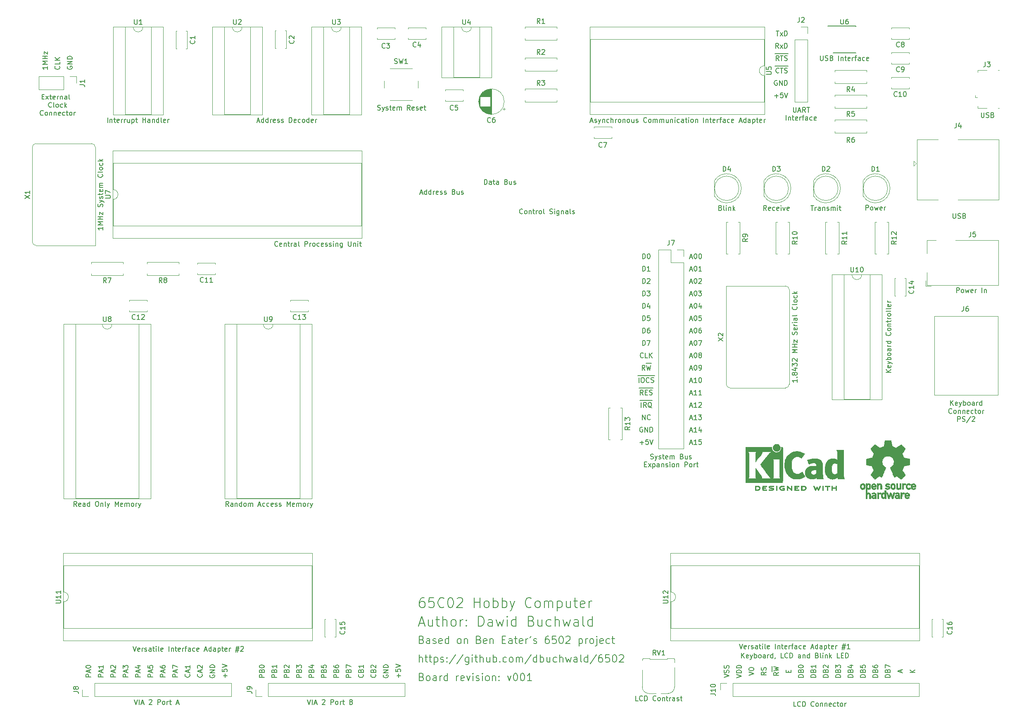
<source format=gbr>
G04 #@! TF.GenerationSoftware,KiCad,Pcbnew,(5.1.5)-3*
G04 #@! TF.CreationDate,2020-02-17T11:38:33+01:00*
G04 #@! TF.ProjectId,65C02_Computer,36354330-325f-4436-9f6d-70757465722e,rev?*
G04 #@! TF.SameCoordinates,Original*
G04 #@! TF.FileFunction,Legend,Top*
G04 #@! TF.FilePolarity,Positive*
%FSLAX46Y46*%
G04 Gerber Fmt 4.6, Leading zero omitted, Abs format (unit mm)*
G04 Created by KiCad (PCBNEW (5.1.5)-3) date 2020-02-17 11:38:33*
%MOMM*%
%LPD*%
G04 APERTURE LIST*
%ADD10C,0.150000*%
%ADD11C,0.200000*%
%ADD12C,0.120000*%
%ADD13C,0.010000*%
G04 APERTURE END LIST*
D10*
X149479523Y-115149761D02*
X149622380Y-115197380D01*
X149860476Y-115197380D01*
X149955714Y-115149761D01*
X150003333Y-115102142D01*
X150050952Y-115006904D01*
X150050952Y-114911666D01*
X150003333Y-114816428D01*
X149955714Y-114768809D01*
X149860476Y-114721190D01*
X149670000Y-114673571D01*
X149574761Y-114625952D01*
X149527142Y-114578333D01*
X149479523Y-114483095D01*
X149479523Y-114387857D01*
X149527142Y-114292619D01*
X149574761Y-114245000D01*
X149670000Y-114197380D01*
X149908095Y-114197380D01*
X150050952Y-114245000D01*
X150384285Y-114530714D02*
X150622380Y-115197380D01*
X150860476Y-114530714D02*
X150622380Y-115197380D01*
X150527142Y-115435476D01*
X150479523Y-115483095D01*
X150384285Y-115530714D01*
X151193809Y-115149761D02*
X151289047Y-115197380D01*
X151479523Y-115197380D01*
X151574761Y-115149761D01*
X151622380Y-115054523D01*
X151622380Y-115006904D01*
X151574761Y-114911666D01*
X151479523Y-114864047D01*
X151336666Y-114864047D01*
X151241428Y-114816428D01*
X151193809Y-114721190D01*
X151193809Y-114673571D01*
X151241428Y-114578333D01*
X151336666Y-114530714D01*
X151479523Y-114530714D01*
X151574761Y-114578333D01*
X151908095Y-114530714D02*
X152289047Y-114530714D01*
X152050952Y-114197380D02*
X152050952Y-115054523D01*
X152098571Y-115149761D01*
X152193809Y-115197380D01*
X152289047Y-115197380D01*
X153003333Y-115149761D02*
X152908095Y-115197380D01*
X152717619Y-115197380D01*
X152622380Y-115149761D01*
X152574761Y-115054523D01*
X152574761Y-114673571D01*
X152622380Y-114578333D01*
X152717619Y-114530714D01*
X152908095Y-114530714D01*
X153003333Y-114578333D01*
X153050952Y-114673571D01*
X153050952Y-114768809D01*
X152574761Y-114864047D01*
X153479523Y-115197380D02*
X153479523Y-114530714D01*
X153479523Y-114625952D02*
X153527142Y-114578333D01*
X153622380Y-114530714D01*
X153765238Y-114530714D01*
X153860476Y-114578333D01*
X153908095Y-114673571D01*
X153908095Y-115197380D01*
X153908095Y-114673571D02*
X153955714Y-114578333D01*
X154050952Y-114530714D01*
X154193809Y-114530714D01*
X154289047Y-114578333D01*
X154336666Y-114673571D01*
X154336666Y-115197380D01*
X155908095Y-114673571D02*
X156050952Y-114721190D01*
X156098571Y-114768809D01*
X156146190Y-114864047D01*
X156146190Y-115006904D01*
X156098571Y-115102142D01*
X156050952Y-115149761D01*
X155955714Y-115197380D01*
X155574761Y-115197380D01*
X155574761Y-114197380D01*
X155908095Y-114197380D01*
X156003333Y-114245000D01*
X156050952Y-114292619D01*
X156098571Y-114387857D01*
X156098571Y-114483095D01*
X156050952Y-114578333D01*
X156003333Y-114625952D01*
X155908095Y-114673571D01*
X155574761Y-114673571D01*
X157003333Y-114530714D02*
X157003333Y-115197380D01*
X156574761Y-114530714D02*
X156574761Y-115054523D01*
X156622380Y-115149761D01*
X156717619Y-115197380D01*
X156860476Y-115197380D01*
X156955714Y-115149761D01*
X157003333Y-115102142D01*
X157431904Y-115149761D02*
X157527142Y-115197380D01*
X157717619Y-115197380D01*
X157812857Y-115149761D01*
X157860476Y-115054523D01*
X157860476Y-115006904D01*
X157812857Y-114911666D01*
X157717619Y-114864047D01*
X157574761Y-114864047D01*
X157479523Y-114816428D01*
X157431904Y-114721190D01*
X157431904Y-114673571D01*
X157479523Y-114578333D01*
X157574761Y-114530714D01*
X157717619Y-114530714D01*
X157812857Y-114578333D01*
X148217619Y-116323571D02*
X148550952Y-116323571D01*
X148693809Y-116847380D02*
X148217619Y-116847380D01*
X148217619Y-115847380D01*
X148693809Y-115847380D01*
X149027142Y-116847380D02*
X149550952Y-116180714D01*
X149027142Y-116180714D02*
X149550952Y-116847380D01*
X149931904Y-116180714D02*
X149931904Y-117180714D01*
X149931904Y-116228333D02*
X150027142Y-116180714D01*
X150217619Y-116180714D01*
X150312857Y-116228333D01*
X150360476Y-116275952D01*
X150408095Y-116371190D01*
X150408095Y-116656904D01*
X150360476Y-116752142D01*
X150312857Y-116799761D01*
X150217619Y-116847380D01*
X150027142Y-116847380D01*
X149931904Y-116799761D01*
X151265238Y-116847380D02*
X151265238Y-116323571D01*
X151217619Y-116228333D01*
X151122380Y-116180714D01*
X150931904Y-116180714D01*
X150836666Y-116228333D01*
X151265238Y-116799761D02*
X151170000Y-116847380D01*
X150931904Y-116847380D01*
X150836666Y-116799761D01*
X150789047Y-116704523D01*
X150789047Y-116609285D01*
X150836666Y-116514047D01*
X150931904Y-116466428D01*
X151170000Y-116466428D01*
X151265238Y-116418809D01*
X151741428Y-116180714D02*
X151741428Y-116847380D01*
X151741428Y-116275952D02*
X151789047Y-116228333D01*
X151884285Y-116180714D01*
X152027142Y-116180714D01*
X152122380Y-116228333D01*
X152170000Y-116323571D01*
X152170000Y-116847380D01*
X152598571Y-116799761D02*
X152693809Y-116847380D01*
X152884285Y-116847380D01*
X152979523Y-116799761D01*
X153027142Y-116704523D01*
X153027142Y-116656904D01*
X152979523Y-116561666D01*
X152884285Y-116514047D01*
X152741428Y-116514047D01*
X152646190Y-116466428D01*
X152598571Y-116371190D01*
X152598571Y-116323571D01*
X152646190Y-116228333D01*
X152741428Y-116180714D01*
X152884285Y-116180714D01*
X152979523Y-116228333D01*
X153455714Y-116847380D02*
X153455714Y-116180714D01*
X153455714Y-115847380D02*
X153408095Y-115895000D01*
X153455714Y-115942619D01*
X153503333Y-115895000D01*
X153455714Y-115847380D01*
X153455714Y-115942619D01*
X154074761Y-116847380D02*
X153979523Y-116799761D01*
X153931904Y-116752142D01*
X153884285Y-116656904D01*
X153884285Y-116371190D01*
X153931904Y-116275952D01*
X153979523Y-116228333D01*
X154074761Y-116180714D01*
X154217619Y-116180714D01*
X154312857Y-116228333D01*
X154360476Y-116275952D01*
X154408095Y-116371190D01*
X154408095Y-116656904D01*
X154360476Y-116752142D01*
X154312857Y-116799761D01*
X154217619Y-116847380D01*
X154074761Y-116847380D01*
X154836666Y-116180714D02*
X154836666Y-116847380D01*
X154836666Y-116275952D02*
X154884285Y-116228333D01*
X154979523Y-116180714D01*
X155122380Y-116180714D01*
X155217619Y-116228333D01*
X155265238Y-116323571D01*
X155265238Y-116847380D01*
X156503333Y-116847380D02*
X156503333Y-115847380D01*
X156884285Y-115847380D01*
X156979523Y-115895000D01*
X157027142Y-115942619D01*
X157074761Y-116037857D01*
X157074761Y-116180714D01*
X157027142Y-116275952D01*
X156979523Y-116323571D01*
X156884285Y-116371190D01*
X156503333Y-116371190D01*
X157646190Y-116847380D02*
X157550952Y-116799761D01*
X157503333Y-116752142D01*
X157455714Y-116656904D01*
X157455714Y-116371190D01*
X157503333Y-116275952D01*
X157550952Y-116228333D01*
X157646190Y-116180714D01*
X157789047Y-116180714D01*
X157884285Y-116228333D01*
X157931904Y-116275952D01*
X157979523Y-116371190D01*
X157979523Y-116656904D01*
X157931904Y-116752142D01*
X157884285Y-116799761D01*
X157789047Y-116847380D01*
X157646190Y-116847380D01*
X158408095Y-116847380D02*
X158408095Y-116180714D01*
X158408095Y-116371190D02*
X158455714Y-116275952D01*
X158503333Y-116228333D01*
X158598571Y-116180714D01*
X158693809Y-116180714D01*
X158884285Y-116180714D02*
X159265238Y-116180714D01*
X159027142Y-115847380D02*
X159027142Y-116704523D01*
X159074761Y-116799761D01*
X159170000Y-116847380D01*
X159265238Y-116847380D01*
X168141428Y-156027380D02*
X168141428Y-155027380D01*
X168712857Y-156027380D02*
X168284285Y-155455952D01*
X168712857Y-155027380D02*
X168141428Y-155598809D01*
X169522380Y-155979761D02*
X169427142Y-156027380D01*
X169236666Y-156027380D01*
X169141428Y-155979761D01*
X169093809Y-155884523D01*
X169093809Y-155503571D01*
X169141428Y-155408333D01*
X169236666Y-155360714D01*
X169427142Y-155360714D01*
X169522380Y-155408333D01*
X169570000Y-155503571D01*
X169570000Y-155598809D01*
X169093809Y-155694047D01*
X169903333Y-155360714D02*
X170141428Y-156027380D01*
X170379523Y-155360714D02*
X170141428Y-156027380D01*
X170046190Y-156265476D01*
X169998571Y-156313095D01*
X169903333Y-156360714D01*
X170760476Y-156027380D02*
X170760476Y-155027380D01*
X170760476Y-155408333D02*
X170855714Y-155360714D01*
X171046190Y-155360714D01*
X171141428Y-155408333D01*
X171189047Y-155455952D01*
X171236666Y-155551190D01*
X171236666Y-155836904D01*
X171189047Y-155932142D01*
X171141428Y-155979761D01*
X171046190Y-156027380D01*
X170855714Y-156027380D01*
X170760476Y-155979761D01*
X171808095Y-156027380D02*
X171712857Y-155979761D01*
X171665238Y-155932142D01*
X171617619Y-155836904D01*
X171617619Y-155551190D01*
X171665238Y-155455952D01*
X171712857Y-155408333D01*
X171808095Y-155360714D01*
X171950952Y-155360714D01*
X172046190Y-155408333D01*
X172093809Y-155455952D01*
X172141428Y-155551190D01*
X172141428Y-155836904D01*
X172093809Y-155932142D01*
X172046190Y-155979761D01*
X171950952Y-156027380D01*
X171808095Y-156027380D01*
X172998571Y-156027380D02*
X172998571Y-155503571D01*
X172950952Y-155408333D01*
X172855714Y-155360714D01*
X172665238Y-155360714D01*
X172570000Y-155408333D01*
X172998571Y-155979761D02*
X172903333Y-156027380D01*
X172665238Y-156027380D01*
X172570000Y-155979761D01*
X172522380Y-155884523D01*
X172522380Y-155789285D01*
X172570000Y-155694047D01*
X172665238Y-155646428D01*
X172903333Y-155646428D01*
X172998571Y-155598809D01*
X173474761Y-156027380D02*
X173474761Y-155360714D01*
X173474761Y-155551190D02*
X173522380Y-155455952D01*
X173570000Y-155408333D01*
X173665238Y-155360714D01*
X173760476Y-155360714D01*
X174522380Y-156027380D02*
X174522380Y-155027380D01*
X174522380Y-155979761D02*
X174427142Y-156027380D01*
X174236666Y-156027380D01*
X174141428Y-155979761D01*
X174093809Y-155932142D01*
X174046190Y-155836904D01*
X174046190Y-155551190D01*
X174093809Y-155455952D01*
X174141428Y-155408333D01*
X174236666Y-155360714D01*
X174427142Y-155360714D01*
X174522380Y-155408333D01*
X175046190Y-155979761D02*
X175046190Y-156027380D01*
X174998571Y-156122619D01*
X174950952Y-156170238D01*
X176712857Y-156027380D02*
X176236666Y-156027380D01*
X176236666Y-155027380D01*
X177617619Y-155932142D02*
X177570000Y-155979761D01*
X177427142Y-156027380D01*
X177331904Y-156027380D01*
X177189047Y-155979761D01*
X177093809Y-155884523D01*
X177046190Y-155789285D01*
X176998571Y-155598809D01*
X176998571Y-155455952D01*
X177046190Y-155265476D01*
X177093809Y-155170238D01*
X177189047Y-155075000D01*
X177331904Y-155027380D01*
X177427142Y-155027380D01*
X177570000Y-155075000D01*
X177617619Y-155122619D01*
X178046190Y-156027380D02*
X178046190Y-155027380D01*
X178284285Y-155027380D01*
X178427142Y-155075000D01*
X178522380Y-155170238D01*
X178570000Y-155265476D01*
X178617619Y-155455952D01*
X178617619Y-155598809D01*
X178570000Y-155789285D01*
X178522380Y-155884523D01*
X178427142Y-155979761D01*
X178284285Y-156027380D01*
X178046190Y-156027380D01*
X180236666Y-156027380D02*
X180236666Y-155503571D01*
X180189047Y-155408333D01*
X180093809Y-155360714D01*
X179903333Y-155360714D01*
X179808095Y-155408333D01*
X180236666Y-155979761D02*
X180141428Y-156027380D01*
X179903333Y-156027380D01*
X179808095Y-155979761D01*
X179760476Y-155884523D01*
X179760476Y-155789285D01*
X179808095Y-155694047D01*
X179903333Y-155646428D01*
X180141428Y-155646428D01*
X180236666Y-155598809D01*
X180712857Y-155360714D02*
X180712857Y-156027380D01*
X180712857Y-155455952D02*
X180760476Y-155408333D01*
X180855714Y-155360714D01*
X180998571Y-155360714D01*
X181093809Y-155408333D01*
X181141428Y-155503571D01*
X181141428Y-156027380D01*
X182046190Y-156027380D02*
X182046190Y-155027380D01*
X182046190Y-155979761D02*
X181950952Y-156027380D01*
X181760476Y-156027380D01*
X181665238Y-155979761D01*
X181617619Y-155932142D01*
X181570000Y-155836904D01*
X181570000Y-155551190D01*
X181617619Y-155455952D01*
X181665238Y-155408333D01*
X181760476Y-155360714D01*
X181950952Y-155360714D01*
X182046190Y-155408333D01*
X183617619Y-155503571D02*
X183760476Y-155551190D01*
X183808095Y-155598809D01*
X183855714Y-155694047D01*
X183855714Y-155836904D01*
X183808095Y-155932142D01*
X183760476Y-155979761D01*
X183665238Y-156027380D01*
X183284285Y-156027380D01*
X183284285Y-155027380D01*
X183617619Y-155027380D01*
X183712857Y-155075000D01*
X183760476Y-155122619D01*
X183808095Y-155217857D01*
X183808095Y-155313095D01*
X183760476Y-155408333D01*
X183712857Y-155455952D01*
X183617619Y-155503571D01*
X183284285Y-155503571D01*
X184427142Y-156027380D02*
X184331904Y-155979761D01*
X184284285Y-155884523D01*
X184284285Y-155027380D01*
X184808095Y-156027380D02*
X184808095Y-155360714D01*
X184808095Y-155027380D02*
X184760476Y-155075000D01*
X184808095Y-155122619D01*
X184855714Y-155075000D01*
X184808095Y-155027380D01*
X184808095Y-155122619D01*
X185284285Y-155360714D02*
X185284285Y-156027380D01*
X185284285Y-155455952D02*
X185331904Y-155408333D01*
X185427142Y-155360714D01*
X185570000Y-155360714D01*
X185665238Y-155408333D01*
X185712857Y-155503571D01*
X185712857Y-156027380D01*
X186189047Y-156027380D02*
X186189047Y-155027380D01*
X186284285Y-155646428D02*
X186570000Y-156027380D01*
X186570000Y-155360714D02*
X186189047Y-155741666D01*
X188236666Y-156027380D02*
X187760476Y-156027380D01*
X187760476Y-155027380D01*
X188570000Y-155503571D02*
X188903333Y-155503571D01*
X189046190Y-156027380D02*
X188570000Y-156027380D01*
X188570000Y-155027380D01*
X189046190Y-155027380D01*
X189474761Y-156027380D02*
X189474761Y-155027380D01*
X189712857Y-155027380D01*
X189855714Y-155075000D01*
X189950952Y-155170238D01*
X189998571Y-155265476D01*
X190046190Y-155455952D01*
X190046190Y-155598809D01*
X189998571Y-155789285D01*
X189950952Y-155884523D01*
X189855714Y-155979761D01*
X189712857Y-156027380D01*
X189474761Y-156027380D01*
X211463095Y-64857380D02*
X211463095Y-65666904D01*
X211510714Y-65762142D01*
X211558333Y-65809761D01*
X211653571Y-65857380D01*
X211844047Y-65857380D01*
X211939285Y-65809761D01*
X211986904Y-65762142D01*
X212034523Y-65666904D01*
X212034523Y-64857380D01*
X212463095Y-65809761D02*
X212605952Y-65857380D01*
X212844047Y-65857380D01*
X212939285Y-65809761D01*
X212986904Y-65762142D01*
X213034523Y-65666904D01*
X213034523Y-65571666D01*
X212986904Y-65476428D01*
X212939285Y-65428809D01*
X212844047Y-65381190D01*
X212653571Y-65333571D01*
X212558333Y-65285952D01*
X212510714Y-65238333D01*
X212463095Y-65143095D01*
X212463095Y-65047857D01*
X212510714Y-64952619D01*
X212558333Y-64905000D01*
X212653571Y-64857380D01*
X212891666Y-64857380D01*
X213034523Y-64905000D01*
X213796428Y-65333571D02*
X213939285Y-65381190D01*
X213986904Y-65428809D01*
X214034523Y-65524047D01*
X214034523Y-65666904D01*
X213986904Y-65762142D01*
X213939285Y-65809761D01*
X213844047Y-65857380D01*
X213463095Y-65857380D01*
X213463095Y-64857380D01*
X213796428Y-64857380D01*
X213891666Y-64905000D01*
X213939285Y-64952619D01*
X213986904Y-65047857D01*
X213986904Y-65143095D01*
X213939285Y-65238333D01*
X213891666Y-65285952D01*
X213796428Y-65333571D01*
X213463095Y-65333571D01*
X212217380Y-81097380D02*
X212217380Y-80097380D01*
X212598333Y-80097380D01*
X212693571Y-80145000D01*
X212741190Y-80192619D01*
X212788809Y-80287857D01*
X212788809Y-80430714D01*
X212741190Y-80525952D01*
X212693571Y-80573571D01*
X212598333Y-80621190D01*
X212217380Y-80621190D01*
X213360238Y-81097380D02*
X213265000Y-81049761D01*
X213217380Y-81002142D01*
X213169761Y-80906904D01*
X213169761Y-80621190D01*
X213217380Y-80525952D01*
X213265000Y-80478333D01*
X213360238Y-80430714D01*
X213503095Y-80430714D01*
X213598333Y-80478333D01*
X213645952Y-80525952D01*
X213693571Y-80621190D01*
X213693571Y-80906904D01*
X213645952Y-81002142D01*
X213598333Y-81049761D01*
X213503095Y-81097380D01*
X213360238Y-81097380D01*
X214026904Y-80430714D02*
X214217380Y-81097380D01*
X214407857Y-80621190D01*
X214598333Y-81097380D01*
X214788809Y-80430714D01*
X215550714Y-81049761D02*
X215455476Y-81097380D01*
X215265000Y-81097380D01*
X215169761Y-81049761D01*
X215122142Y-80954523D01*
X215122142Y-80573571D01*
X215169761Y-80478333D01*
X215265000Y-80430714D01*
X215455476Y-80430714D01*
X215550714Y-80478333D01*
X215598333Y-80573571D01*
X215598333Y-80668809D01*
X215122142Y-80764047D01*
X216026904Y-81097380D02*
X216026904Y-80430714D01*
X216026904Y-80621190D02*
X216074523Y-80525952D01*
X216122142Y-80478333D01*
X216217380Y-80430714D01*
X216312619Y-80430714D01*
X217407857Y-81097380D02*
X217407857Y-80097380D01*
X217884047Y-80430714D02*
X217884047Y-81097380D01*
X217884047Y-80525952D02*
X217931666Y-80478333D01*
X218026904Y-80430714D01*
X218169761Y-80430714D01*
X218265000Y-80478333D01*
X218312619Y-80573571D01*
X218312619Y-81097380D01*
D11*
X103063333Y-143684761D02*
X102682380Y-143684761D01*
X102491904Y-143780000D01*
X102396666Y-143875238D01*
X102206190Y-144160952D01*
X102110952Y-144541904D01*
X102110952Y-145303809D01*
X102206190Y-145494285D01*
X102301428Y-145589523D01*
X102491904Y-145684761D01*
X102872857Y-145684761D01*
X103063333Y-145589523D01*
X103158571Y-145494285D01*
X103253809Y-145303809D01*
X103253809Y-144827619D01*
X103158571Y-144637142D01*
X103063333Y-144541904D01*
X102872857Y-144446666D01*
X102491904Y-144446666D01*
X102301428Y-144541904D01*
X102206190Y-144637142D01*
X102110952Y-144827619D01*
X105063333Y-143684761D02*
X104110952Y-143684761D01*
X104015714Y-144637142D01*
X104110952Y-144541904D01*
X104301428Y-144446666D01*
X104777619Y-144446666D01*
X104968095Y-144541904D01*
X105063333Y-144637142D01*
X105158571Y-144827619D01*
X105158571Y-145303809D01*
X105063333Y-145494285D01*
X104968095Y-145589523D01*
X104777619Y-145684761D01*
X104301428Y-145684761D01*
X104110952Y-145589523D01*
X104015714Y-145494285D01*
X107158571Y-145494285D02*
X107063333Y-145589523D01*
X106777619Y-145684761D01*
X106587142Y-145684761D01*
X106301428Y-145589523D01*
X106110952Y-145399047D01*
X106015714Y-145208571D01*
X105920476Y-144827619D01*
X105920476Y-144541904D01*
X106015714Y-144160952D01*
X106110952Y-143970476D01*
X106301428Y-143780000D01*
X106587142Y-143684761D01*
X106777619Y-143684761D01*
X107063333Y-143780000D01*
X107158571Y-143875238D01*
X108396666Y-143684761D02*
X108587142Y-143684761D01*
X108777619Y-143780000D01*
X108872857Y-143875238D01*
X108968095Y-144065714D01*
X109063333Y-144446666D01*
X109063333Y-144922857D01*
X108968095Y-145303809D01*
X108872857Y-145494285D01*
X108777619Y-145589523D01*
X108587142Y-145684761D01*
X108396666Y-145684761D01*
X108206190Y-145589523D01*
X108110952Y-145494285D01*
X108015714Y-145303809D01*
X107920476Y-144922857D01*
X107920476Y-144446666D01*
X108015714Y-144065714D01*
X108110952Y-143875238D01*
X108206190Y-143780000D01*
X108396666Y-143684761D01*
X109825238Y-143875238D02*
X109920476Y-143780000D01*
X110110952Y-143684761D01*
X110587142Y-143684761D01*
X110777619Y-143780000D01*
X110872857Y-143875238D01*
X110968095Y-144065714D01*
X110968095Y-144256190D01*
X110872857Y-144541904D01*
X109730000Y-145684761D01*
X110968095Y-145684761D01*
X113349047Y-145684761D02*
X113349047Y-143684761D01*
X113349047Y-144637142D02*
X114491904Y-144637142D01*
X114491904Y-145684761D02*
X114491904Y-143684761D01*
X115730000Y-145684761D02*
X115539523Y-145589523D01*
X115444285Y-145494285D01*
X115349047Y-145303809D01*
X115349047Y-144732380D01*
X115444285Y-144541904D01*
X115539523Y-144446666D01*
X115730000Y-144351428D01*
X116015714Y-144351428D01*
X116206190Y-144446666D01*
X116301428Y-144541904D01*
X116396666Y-144732380D01*
X116396666Y-145303809D01*
X116301428Y-145494285D01*
X116206190Y-145589523D01*
X116015714Y-145684761D01*
X115730000Y-145684761D01*
X117253809Y-145684761D02*
X117253809Y-143684761D01*
X117253809Y-144446666D02*
X117444285Y-144351428D01*
X117825238Y-144351428D01*
X118015714Y-144446666D01*
X118110952Y-144541904D01*
X118206190Y-144732380D01*
X118206190Y-145303809D01*
X118110952Y-145494285D01*
X118015714Y-145589523D01*
X117825238Y-145684761D01*
X117444285Y-145684761D01*
X117253809Y-145589523D01*
X119063333Y-145684761D02*
X119063333Y-143684761D01*
X119063333Y-144446666D02*
X119253809Y-144351428D01*
X119634761Y-144351428D01*
X119825238Y-144446666D01*
X119920476Y-144541904D01*
X120015714Y-144732380D01*
X120015714Y-145303809D01*
X119920476Y-145494285D01*
X119825238Y-145589523D01*
X119634761Y-145684761D01*
X119253809Y-145684761D01*
X119063333Y-145589523D01*
X120682380Y-144351428D02*
X121158571Y-145684761D01*
X121634761Y-144351428D02*
X121158571Y-145684761D01*
X120968095Y-146160952D01*
X120872857Y-146256190D01*
X120682380Y-146351428D01*
X125063333Y-145494285D02*
X124968095Y-145589523D01*
X124682380Y-145684761D01*
X124491904Y-145684761D01*
X124206190Y-145589523D01*
X124015714Y-145399047D01*
X123920476Y-145208571D01*
X123825238Y-144827619D01*
X123825238Y-144541904D01*
X123920476Y-144160952D01*
X124015714Y-143970476D01*
X124206190Y-143780000D01*
X124491904Y-143684761D01*
X124682380Y-143684761D01*
X124968095Y-143780000D01*
X125063333Y-143875238D01*
X126206190Y-145684761D02*
X126015714Y-145589523D01*
X125920476Y-145494285D01*
X125825238Y-145303809D01*
X125825238Y-144732380D01*
X125920476Y-144541904D01*
X126015714Y-144446666D01*
X126206190Y-144351428D01*
X126491904Y-144351428D01*
X126682380Y-144446666D01*
X126777619Y-144541904D01*
X126872857Y-144732380D01*
X126872857Y-145303809D01*
X126777619Y-145494285D01*
X126682380Y-145589523D01*
X126491904Y-145684761D01*
X126206190Y-145684761D01*
X127730000Y-145684761D02*
X127730000Y-144351428D01*
X127730000Y-144541904D02*
X127825238Y-144446666D01*
X128015714Y-144351428D01*
X128301428Y-144351428D01*
X128491904Y-144446666D01*
X128587142Y-144637142D01*
X128587142Y-145684761D01*
X128587142Y-144637142D02*
X128682380Y-144446666D01*
X128872857Y-144351428D01*
X129158571Y-144351428D01*
X129349047Y-144446666D01*
X129444285Y-144637142D01*
X129444285Y-145684761D01*
X130396666Y-144351428D02*
X130396666Y-146351428D01*
X130396666Y-144446666D02*
X130587142Y-144351428D01*
X130968095Y-144351428D01*
X131158571Y-144446666D01*
X131253809Y-144541904D01*
X131349047Y-144732380D01*
X131349047Y-145303809D01*
X131253809Y-145494285D01*
X131158571Y-145589523D01*
X130968095Y-145684761D01*
X130587142Y-145684761D01*
X130396666Y-145589523D01*
X133063333Y-144351428D02*
X133063333Y-145684761D01*
X132206190Y-144351428D02*
X132206190Y-145399047D01*
X132301428Y-145589523D01*
X132491904Y-145684761D01*
X132777619Y-145684761D01*
X132968095Y-145589523D01*
X133063333Y-145494285D01*
X133730000Y-144351428D02*
X134491904Y-144351428D01*
X134015714Y-143684761D02*
X134015714Y-145399047D01*
X134110952Y-145589523D01*
X134301428Y-145684761D01*
X134491904Y-145684761D01*
X135920476Y-145589523D02*
X135730000Y-145684761D01*
X135349047Y-145684761D01*
X135158571Y-145589523D01*
X135063333Y-145399047D01*
X135063333Y-144637142D01*
X135158571Y-144446666D01*
X135349047Y-144351428D01*
X135730000Y-144351428D01*
X135920476Y-144446666D01*
X136015714Y-144637142D01*
X136015714Y-144827619D01*
X135063333Y-145018095D01*
X136872857Y-145684761D02*
X136872857Y-144351428D01*
X136872857Y-144732380D02*
X136968095Y-144541904D01*
X137063333Y-144446666D01*
X137253809Y-144351428D01*
X137444285Y-144351428D01*
D10*
X178744761Y-43077380D02*
X178744761Y-43886904D01*
X178792380Y-43982142D01*
X178840000Y-44029761D01*
X178935238Y-44077380D01*
X179125714Y-44077380D01*
X179220952Y-44029761D01*
X179268571Y-43982142D01*
X179316190Y-43886904D01*
X179316190Y-43077380D01*
X179744761Y-43791666D02*
X180220952Y-43791666D01*
X179649523Y-44077380D02*
X179982857Y-43077380D01*
X180316190Y-44077380D01*
X181220952Y-44077380D02*
X180887619Y-43601190D01*
X180649523Y-44077380D02*
X180649523Y-43077380D01*
X181030476Y-43077380D01*
X181125714Y-43125000D01*
X181173333Y-43172619D01*
X181220952Y-43267857D01*
X181220952Y-43410714D01*
X181173333Y-43505952D01*
X181125714Y-43553571D01*
X181030476Y-43601190D01*
X180649523Y-43601190D01*
X181506666Y-43077380D02*
X182078095Y-43077380D01*
X181792380Y-44077380D02*
X181792380Y-43077380D01*
X177268571Y-45727380D02*
X177268571Y-44727380D01*
X177744761Y-45060714D02*
X177744761Y-45727380D01*
X177744761Y-45155952D02*
X177792380Y-45108333D01*
X177887619Y-45060714D01*
X178030476Y-45060714D01*
X178125714Y-45108333D01*
X178173333Y-45203571D01*
X178173333Y-45727380D01*
X178506666Y-45060714D02*
X178887619Y-45060714D01*
X178649523Y-44727380D02*
X178649523Y-45584523D01*
X178697142Y-45679761D01*
X178792380Y-45727380D01*
X178887619Y-45727380D01*
X179601904Y-45679761D02*
X179506666Y-45727380D01*
X179316190Y-45727380D01*
X179220952Y-45679761D01*
X179173333Y-45584523D01*
X179173333Y-45203571D01*
X179220952Y-45108333D01*
X179316190Y-45060714D01*
X179506666Y-45060714D01*
X179601904Y-45108333D01*
X179649523Y-45203571D01*
X179649523Y-45298809D01*
X179173333Y-45394047D01*
X180078095Y-45727380D02*
X180078095Y-45060714D01*
X180078095Y-45251190D02*
X180125714Y-45155952D01*
X180173333Y-45108333D01*
X180268571Y-45060714D01*
X180363809Y-45060714D01*
X180554285Y-45060714D02*
X180935238Y-45060714D01*
X180697142Y-45727380D02*
X180697142Y-44870238D01*
X180744761Y-44775000D01*
X180840000Y-44727380D01*
X180935238Y-44727380D01*
X181697142Y-45727380D02*
X181697142Y-45203571D01*
X181649523Y-45108333D01*
X181554285Y-45060714D01*
X181363809Y-45060714D01*
X181268571Y-45108333D01*
X181697142Y-45679761D02*
X181601904Y-45727380D01*
X181363809Y-45727380D01*
X181268571Y-45679761D01*
X181220952Y-45584523D01*
X181220952Y-45489285D01*
X181268571Y-45394047D01*
X181363809Y-45346428D01*
X181601904Y-45346428D01*
X181697142Y-45298809D01*
X182601904Y-45679761D02*
X182506666Y-45727380D01*
X182316190Y-45727380D01*
X182220952Y-45679761D01*
X182173333Y-45632142D01*
X182125714Y-45536904D01*
X182125714Y-45251190D01*
X182173333Y-45155952D01*
X182220952Y-45108333D01*
X182316190Y-45060714D01*
X182506666Y-45060714D01*
X182601904Y-45108333D01*
X183411428Y-45679761D02*
X183316190Y-45727380D01*
X183125714Y-45727380D01*
X183030476Y-45679761D01*
X182982857Y-45584523D01*
X182982857Y-45203571D01*
X183030476Y-45108333D01*
X183125714Y-45060714D01*
X183316190Y-45060714D01*
X183411428Y-45108333D01*
X183459047Y-45203571D01*
X183459047Y-45298809D01*
X182982857Y-45394047D01*
X174892976Y-40711428D02*
X175654880Y-40711428D01*
X175273928Y-41092380D02*
X175273928Y-40330476D01*
X176607261Y-40092380D02*
X176131071Y-40092380D01*
X176083452Y-40568571D01*
X176131071Y-40520952D01*
X176226309Y-40473333D01*
X176464404Y-40473333D01*
X176559642Y-40520952D01*
X176607261Y-40568571D01*
X176654880Y-40663809D01*
X176654880Y-40901904D01*
X176607261Y-40997142D01*
X176559642Y-41044761D01*
X176464404Y-41092380D01*
X176226309Y-41092380D01*
X176131071Y-41044761D01*
X176083452Y-40997142D01*
X176940595Y-40092380D02*
X177273928Y-41092380D01*
X177607261Y-40092380D01*
X175416785Y-37600000D02*
X175321547Y-37552380D01*
X175178690Y-37552380D01*
X175035833Y-37600000D01*
X174940595Y-37695238D01*
X174892976Y-37790476D01*
X174845357Y-37980952D01*
X174845357Y-38123809D01*
X174892976Y-38314285D01*
X174940595Y-38409523D01*
X175035833Y-38504761D01*
X175178690Y-38552380D01*
X175273928Y-38552380D01*
X175416785Y-38504761D01*
X175464404Y-38457142D01*
X175464404Y-38123809D01*
X175273928Y-38123809D01*
X175892976Y-38552380D02*
X175892976Y-37552380D01*
X176464404Y-38552380D01*
X176464404Y-37552380D01*
X176940595Y-38552380D02*
X176940595Y-37552380D01*
X177178690Y-37552380D01*
X177321547Y-37600000D01*
X177416785Y-37695238D01*
X177464404Y-37790476D01*
X177512023Y-37980952D01*
X177512023Y-38123809D01*
X177464404Y-38314285D01*
X177416785Y-38409523D01*
X177321547Y-38504761D01*
X177178690Y-38552380D01*
X176940595Y-38552380D01*
X174988214Y-34645000D02*
X175988214Y-34645000D01*
X175797738Y-35917142D02*
X175750119Y-35964761D01*
X175607261Y-36012380D01*
X175512023Y-36012380D01*
X175369166Y-35964761D01*
X175273928Y-35869523D01*
X175226309Y-35774285D01*
X175178690Y-35583809D01*
X175178690Y-35440952D01*
X175226309Y-35250476D01*
X175273928Y-35155238D01*
X175369166Y-35060000D01*
X175512023Y-35012380D01*
X175607261Y-35012380D01*
X175750119Y-35060000D01*
X175797738Y-35107619D01*
X175988214Y-34645000D02*
X176750119Y-34645000D01*
X176083452Y-35012380D02*
X176654880Y-35012380D01*
X176369166Y-36012380D02*
X176369166Y-35012380D01*
X176750119Y-34645000D02*
X177702500Y-34645000D01*
X176940595Y-35964761D02*
X177083452Y-36012380D01*
X177321547Y-36012380D01*
X177416785Y-35964761D01*
X177464404Y-35917142D01*
X177512023Y-35821904D01*
X177512023Y-35726666D01*
X177464404Y-35631428D01*
X177416785Y-35583809D01*
X177321547Y-35536190D01*
X177131071Y-35488571D01*
X177035833Y-35440952D01*
X176988214Y-35393333D01*
X176940595Y-35298095D01*
X176940595Y-35202857D01*
X176988214Y-35107619D01*
X177035833Y-35060000D01*
X177131071Y-35012380D01*
X177369166Y-35012380D01*
X177512023Y-35060000D01*
X174988214Y-32105000D02*
X175988214Y-32105000D01*
X175797738Y-33472380D02*
X175464404Y-32996190D01*
X175226309Y-33472380D02*
X175226309Y-32472380D01*
X175607261Y-32472380D01*
X175702500Y-32520000D01*
X175750119Y-32567619D01*
X175797738Y-32662857D01*
X175797738Y-32805714D01*
X175750119Y-32900952D01*
X175702500Y-32948571D01*
X175607261Y-32996190D01*
X175226309Y-32996190D01*
X175988214Y-32105000D02*
X176750119Y-32105000D01*
X176083452Y-32472380D02*
X176654880Y-32472380D01*
X176369166Y-33472380D02*
X176369166Y-32472380D01*
X176750119Y-32105000D02*
X177702500Y-32105000D01*
X176940595Y-33424761D02*
X177083452Y-33472380D01*
X177321547Y-33472380D01*
X177416785Y-33424761D01*
X177464404Y-33377142D01*
X177512023Y-33281904D01*
X177512023Y-33186666D01*
X177464404Y-33091428D01*
X177416785Y-33043809D01*
X177321547Y-32996190D01*
X177131071Y-32948571D01*
X177035833Y-32900952D01*
X176988214Y-32853333D01*
X176940595Y-32758095D01*
X176940595Y-32662857D01*
X176988214Y-32567619D01*
X177035833Y-32520000D01*
X177131071Y-32472380D01*
X177369166Y-32472380D01*
X177512023Y-32520000D01*
X175702500Y-30932380D02*
X175369166Y-30456190D01*
X175131071Y-30932380D02*
X175131071Y-29932380D01*
X175512023Y-29932380D01*
X175607261Y-29980000D01*
X175654880Y-30027619D01*
X175702500Y-30122857D01*
X175702500Y-30265714D01*
X175654880Y-30360952D01*
X175607261Y-30408571D01*
X175512023Y-30456190D01*
X175131071Y-30456190D01*
X176035833Y-30932380D02*
X176559642Y-30265714D01*
X176035833Y-30265714D02*
X176559642Y-30932380D01*
X176940595Y-30932380D02*
X176940595Y-29932380D01*
X177178690Y-29932380D01*
X177321547Y-29980000D01*
X177416785Y-30075238D01*
X177464404Y-30170476D01*
X177512023Y-30360952D01*
X177512023Y-30503809D01*
X177464404Y-30694285D01*
X177416785Y-30789523D01*
X177321547Y-30884761D01*
X177178690Y-30932380D01*
X176940595Y-30932380D01*
X175226309Y-27392380D02*
X175797738Y-27392380D01*
X175512023Y-28392380D02*
X175512023Y-27392380D01*
X176035833Y-28392380D02*
X176559642Y-27725714D01*
X176035833Y-27725714D02*
X176559642Y-28392380D01*
X176940595Y-28392380D02*
X176940595Y-27392380D01*
X177178690Y-27392380D01*
X177321547Y-27440000D01*
X177416785Y-27535238D01*
X177464404Y-27630476D01*
X177512023Y-27820952D01*
X177512023Y-27963809D01*
X177464404Y-28154285D01*
X177416785Y-28249523D01*
X177321547Y-28344761D01*
X177178690Y-28392380D01*
X176940595Y-28392380D01*
X29980000Y-34700595D02*
X29932380Y-34795833D01*
X29932380Y-34938690D01*
X29980000Y-35081547D01*
X30075238Y-35176785D01*
X30170476Y-35224404D01*
X30360952Y-35272023D01*
X30503809Y-35272023D01*
X30694285Y-35224404D01*
X30789523Y-35176785D01*
X30884761Y-35081547D01*
X30932380Y-34938690D01*
X30932380Y-34843452D01*
X30884761Y-34700595D01*
X30837142Y-34652976D01*
X30503809Y-34652976D01*
X30503809Y-34843452D01*
X30932380Y-34224404D02*
X29932380Y-34224404D01*
X30932380Y-33652976D01*
X29932380Y-33652976D01*
X30932380Y-33176785D02*
X29932380Y-33176785D01*
X29932380Y-32938690D01*
X29980000Y-32795833D01*
X30075238Y-32700595D01*
X30170476Y-32652976D01*
X30360952Y-32605357D01*
X30503809Y-32605357D01*
X30694285Y-32652976D01*
X30789523Y-32700595D01*
X30884761Y-32795833D01*
X30932380Y-32938690D01*
X30932380Y-33176785D01*
X25852380Y-34700595D02*
X25852380Y-35272023D01*
X25852380Y-34986309D02*
X24852380Y-34986309D01*
X24995238Y-35081547D01*
X25090476Y-35176785D01*
X25138095Y-35272023D01*
X25852380Y-34272023D02*
X24852380Y-34272023D01*
X25566666Y-33938690D01*
X24852380Y-33605357D01*
X25852380Y-33605357D01*
X25852380Y-33129166D02*
X24852380Y-33129166D01*
X25328571Y-33129166D02*
X25328571Y-32557738D01*
X25852380Y-32557738D02*
X24852380Y-32557738D01*
X25185714Y-32176785D02*
X25185714Y-31652976D01*
X25852380Y-32176785D01*
X25852380Y-31652976D01*
X79153333Y-164552380D02*
X79486666Y-165552380D01*
X79820000Y-164552380D01*
X80153333Y-165552380D02*
X80153333Y-164552380D01*
X80581904Y-165266666D02*
X81058095Y-165266666D01*
X80486666Y-165552380D02*
X80820000Y-164552380D01*
X81153333Y-165552380D01*
X82200952Y-164647619D02*
X82248571Y-164600000D01*
X82343809Y-164552380D01*
X82581904Y-164552380D01*
X82677142Y-164600000D01*
X82724761Y-164647619D01*
X82772380Y-164742857D01*
X82772380Y-164838095D01*
X82724761Y-164980952D01*
X82153333Y-165552380D01*
X82772380Y-165552380D01*
X83962857Y-165552380D02*
X83962857Y-164552380D01*
X84343809Y-164552380D01*
X84439047Y-164600000D01*
X84486666Y-164647619D01*
X84534285Y-164742857D01*
X84534285Y-164885714D01*
X84486666Y-164980952D01*
X84439047Y-165028571D01*
X84343809Y-165076190D01*
X83962857Y-165076190D01*
X85105714Y-165552380D02*
X85010476Y-165504761D01*
X84962857Y-165457142D01*
X84915238Y-165361904D01*
X84915238Y-165076190D01*
X84962857Y-164980952D01*
X85010476Y-164933333D01*
X85105714Y-164885714D01*
X85248571Y-164885714D01*
X85343809Y-164933333D01*
X85391428Y-164980952D01*
X85439047Y-165076190D01*
X85439047Y-165361904D01*
X85391428Y-165457142D01*
X85343809Y-165504761D01*
X85248571Y-165552380D01*
X85105714Y-165552380D01*
X85867619Y-165552380D02*
X85867619Y-164885714D01*
X85867619Y-165076190D02*
X85915238Y-164980952D01*
X85962857Y-164933333D01*
X86058095Y-164885714D01*
X86153333Y-164885714D01*
X86343809Y-164885714D02*
X86724761Y-164885714D01*
X86486666Y-164552380D02*
X86486666Y-165409523D01*
X86534285Y-165504761D01*
X86629523Y-165552380D01*
X86724761Y-165552380D01*
X88153333Y-165028571D02*
X88296190Y-165076190D01*
X88343809Y-165123809D01*
X88391428Y-165219047D01*
X88391428Y-165361904D01*
X88343809Y-165457142D01*
X88296190Y-165504761D01*
X88200952Y-165552380D01*
X87820000Y-165552380D01*
X87820000Y-164552380D01*
X88153333Y-164552380D01*
X88248571Y-164600000D01*
X88296190Y-164647619D01*
X88343809Y-164742857D01*
X88343809Y-164838095D01*
X88296190Y-164933333D01*
X88248571Y-164980952D01*
X88153333Y-165028571D01*
X87820000Y-165028571D01*
X43664761Y-164552380D02*
X43998095Y-165552380D01*
X44331428Y-164552380D01*
X44664761Y-165552380D02*
X44664761Y-164552380D01*
X45093333Y-165266666D02*
X45569523Y-165266666D01*
X44998095Y-165552380D02*
X45331428Y-164552380D01*
X45664761Y-165552380D01*
X46712380Y-164647619D02*
X46760000Y-164600000D01*
X46855238Y-164552380D01*
X47093333Y-164552380D01*
X47188571Y-164600000D01*
X47236190Y-164647619D01*
X47283809Y-164742857D01*
X47283809Y-164838095D01*
X47236190Y-164980952D01*
X46664761Y-165552380D01*
X47283809Y-165552380D01*
X48474285Y-165552380D02*
X48474285Y-164552380D01*
X48855238Y-164552380D01*
X48950476Y-164600000D01*
X48998095Y-164647619D01*
X49045714Y-164742857D01*
X49045714Y-164885714D01*
X48998095Y-164980952D01*
X48950476Y-165028571D01*
X48855238Y-165076190D01*
X48474285Y-165076190D01*
X49617142Y-165552380D02*
X49521904Y-165504761D01*
X49474285Y-165457142D01*
X49426666Y-165361904D01*
X49426666Y-165076190D01*
X49474285Y-164980952D01*
X49521904Y-164933333D01*
X49617142Y-164885714D01*
X49760000Y-164885714D01*
X49855238Y-164933333D01*
X49902857Y-164980952D01*
X49950476Y-165076190D01*
X49950476Y-165361904D01*
X49902857Y-165457142D01*
X49855238Y-165504761D01*
X49760000Y-165552380D01*
X49617142Y-165552380D01*
X50379047Y-165552380D02*
X50379047Y-164885714D01*
X50379047Y-165076190D02*
X50426666Y-164980952D01*
X50474285Y-164933333D01*
X50569523Y-164885714D01*
X50664761Y-164885714D01*
X50855238Y-164885714D02*
X51236190Y-164885714D01*
X50998095Y-164552380D02*
X50998095Y-165409523D01*
X51045714Y-165504761D01*
X51140952Y-165552380D01*
X51236190Y-165552380D01*
X52283809Y-165266666D02*
X52760000Y-165266666D01*
X52188571Y-165552380D02*
X52521904Y-164552380D01*
X52855238Y-165552380D01*
D11*
X102587142Y-159912857D02*
X102801428Y-159984285D01*
X102872857Y-160055714D01*
X102944285Y-160198571D01*
X102944285Y-160412857D01*
X102872857Y-160555714D01*
X102801428Y-160627142D01*
X102658571Y-160698571D01*
X102087142Y-160698571D01*
X102087142Y-159198571D01*
X102587142Y-159198571D01*
X102730000Y-159270000D01*
X102801428Y-159341428D01*
X102872857Y-159484285D01*
X102872857Y-159627142D01*
X102801428Y-159770000D01*
X102730000Y-159841428D01*
X102587142Y-159912857D01*
X102087142Y-159912857D01*
X103801428Y-160698571D02*
X103658571Y-160627142D01*
X103587142Y-160555714D01*
X103515714Y-160412857D01*
X103515714Y-159984285D01*
X103587142Y-159841428D01*
X103658571Y-159770000D01*
X103801428Y-159698571D01*
X104015714Y-159698571D01*
X104158571Y-159770000D01*
X104230000Y-159841428D01*
X104301428Y-159984285D01*
X104301428Y-160412857D01*
X104230000Y-160555714D01*
X104158571Y-160627142D01*
X104015714Y-160698571D01*
X103801428Y-160698571D01*
X105587142Y-160698571D02*
X105587142Y-159912857D01*
X105515714Y-159770000D01*
X105372857Y-159698571D01*
X105087142Y-159698571D01*
X104944285Y-159770000D01*
X105587142Y-160627142D02*
X105444285Y-160698571D01*
X105087142Y-160698571D01*
X104944285Y-160627142D01*
X104872857Y-160484285D01*
X104872857Y-160341428D01*
X104944285Y-160198571D01*
X105087142Y-160127142D01*
X105444285Y-160127142D01*
X105587142Y-160055714D01*
X106301428Y-160698571D02*
X106301428Y-159698571D01*
X106301428Y-159984285D02*
X106372857Y-159841428D01*
X106444285Y-159770000D01*
X106587142Y-159698571D01*
X106730000Y-159698571D01*
X107872857Y-160698571D02*
X107872857Y-159198571D01*
X107872857Y-160627142D02*
X107730000Y-160698571D01*
X107444285Y-160698571D01*
X107301428Y-160627142D01*
X107230000Y-160555714D01*
X107158571Y-160412857D01*
X107158571Y-159984285D01*
X107230000Y-159841428D01*
X107301428Y-159770000D01*
X107444285Y-159698571D01*
X107730000Y-159698571D01*
X107872857Y-159770000D01*
X109730000Y-160698571D02*
X109730000Y-159698571D01*
X109730000Y-159984285D02*
X109801428Y-159841428D01*
X109872857Y-159770000D01*
X110015714Y-159698571D01*
X110158571Y-159698571D01*
X111230000Y-160627142D02*
X111087142Y-160698571D01*
X110801428Y-160698571D01*
X110658571Y-160627142D01*
X110587142Y-160484285D01*
X110587142Y-159912857D01*
X110658571Y-159770000D01*
X110801428Y-159698571D01*
X111087142Y-159698571D01*
X111230000Y-159770000D01*
X111301428Y-159912857D01*
X111301428Y-160055714D01*
X110587142Y-160198571D01*
X111801428Y-159698571D02*
X112158571Y-160698571D01*
X112515714Y-159698571D01*
X113087142Y-160698571D02*
X113087142Y-159698571D01*
X113087142Y-159198571D02*
X113015714Y-159270000D01*
X113087142Y-159341428D01*
X113158571Y-159270000D01*
X113087142Y-159198571D01*
X113087142Y-159341428D01*
X113730000Y-160627142D02*
X113872857Y-160698571D01*
X114158571Y-160698571D01*
X114301428Y-160627142D01*
X114372857Y-160484285D01*
X114372857Y-160412857D01*
X114301428Y-160270000D01*
X114158571Y-160198571D01*
X113944285Y-160198571D01*
X113801428Y-160127142D01*
X113730000Y-159984285D01*
X113730000Y-159912857D01*
X113801428Y-159770000D01*
X113944285Y-159698571D01*
X114158571Y-159698571D01*
X114301428Y-159770000D01*
X115015714Y-160698571D02*
X115015714Y-159698571D01*
X115015714Y-159198571D02*
X114944285Y-159270000D01*
X115015714Y-159341428D01*
X115087142Y-159270000D01*
X115015714Y-159198571D01*
X115015714Y-159341428D01*
X115944285Y-160698571D02*
X115801428Y-160627142D01*
X115730000Y-160555714D01*
X115658571Y-160412857D01*
X115658571Y-159984285D01*
X115730000Y-159841428D01*
X115801428Y-159770000D01*
X115944285Y-159698571D01*
X116158571Y-159698571D01*
X116301428Y-159770000D01*
X116372857Y-159841428D01*
X116444285Y-159984285D01*
X116444285Y-160412857D01*
X116372857Y-160555714D01*
X116301428Y-160627142D01*
X116158571Y-160698571D01*
X115944285Y-160698571D01*
X117087142Y-159698571D02*
X117087142Y-160698571D01*
X117087142Y-159841428D02*
X117158571Y-159770000D01*
X117301428Y-159698571D01*
X117515714Y-159698571D01*
X117658571Y-159770000D01*
X117730000Y-159912857D01*
X117730000Y-160698571D01*
X118444285Y-160555714D02*
X118515714Y-160627142D01*
X118444285Y-160698571D01*
X118372857Y-160627142D01*
X118444285Y-160555714D01*
X118444285Y-160698571D01*
X118444285Y-159770000D02*
X118515714Y-159841428D01*
X118444285Y-159912857D01*
X118372857Y-159841428D01*
X118444285Y-159770000D01*
X118444285Y-159912857D01*
X120158571Y-159698571D02*
X120515714Y-160698571D01*
X120872857Y-159698571D01*
X121730000Y-159198571D02*
X121872857Y-159198571D01*
X122015714Y-159270000D01*
X122087142Y-159341428D01*
X122158571Y-159484285D01*
X122230000Y-159770000D01*
X122230000Y-160127142D01*
X122158571Y-160412857D01*
X122087142Y-160555714D01*
X122015714Y-160627142D01*
X121872857Y-160698571D01*
X121730000Y-160698571D01*
X121587142Y-160627142D01*
X121515714Y-160555714D01*
X121444285Y-160412857D01*
X121372857Y-160127142D01*
X121372857Y-159770000D01*
X121444285Y-159484285D01*
X121515714Y-159341428D01*
X121587142Y-159270000D01*
X121730000Y-159198571D01*
X123158571Y-159198571D02*
X123301428Y-159198571D01*
X123444285Y-159270000D01*
X123515714Y-159341428D01*
X123587142Y-159484285D01*
X123658571Y-159770000D01*
X123658571Y-160127142D01*
X123587142Y-160412857D01*
X123515714Y-160555714D01*
X123444285Y-160627142D01*
X123301428Y-160698571D01*
X123158571Y-160698571D01*
X123015714Y-160627142D01*
X122944285Y-160555714D01*
X122872857Y-160412857D01*
X122801428Y-160127142D01*
X122801428Y-159770000D01*
X122872857Y-159484285D01*
X122944285Y-159341428D01*
X123015714Y-159270000D01*
X123158571Y-159198571D01*
X125087142Y-160698571D02*
X124230000Y-160698571D01*
X124658571Y-160698571D02*
X124658571Y-159198571D01*
X124515714Y-159412857D01*
X124372857Y-159555714D01*
X124230000Y-159627142D01*
X102087142Y-156888571D02*
X102087142Y-155388571D01*
X102730000Y-156888571D02*
X102730000Y-156102857D01*
X102658571Y-155960000D01*
X102515714Y-155888571D01*
X102301428Y-155888571D01*
X102158571Y-155960000D01*
X102087142Y-156031428D01*
X103230000Y-155888571D02*
X103801428Y-155888571D01*
X103444285Y-155388571D02*
X103444285Y-156674285D01*
X103515714Y-156817142D01*
X103658571Y-156888571D01*
X103801428Y-156888571D01*
X104087142Y-155888571D02*
X104658571Y-155888571D01*
X104301428Y-155388571D02*
X104301428Y-156674285D01*
X104372857Y-156817142D01*
X104515714Y-156888571D01*
X104658571Y-156888571D01*
X105158571Y-155888571D02*
X105158571Y-157388571D01*
X105158571Y-155960000D02*
X105301428Y-155888571D01*
X105587142Y-155888571D01*
X105730000Y-155960000D01*
X105801428Y-156031428D01*
X105872857Y-156174285D01*
X105872857Y-156602857D01*
X105801428Y-156745714D01*
X105730000Y-156817142D01*
X105587142Y-156888571D01*
X105301428Y-156888571D01*
X105158571Y-156817142D01*
X106444285Y-156817142D02*
X106587142Y-156888571D01*
X106872857Y-156888571D01*
X107015714Y-156817142D01*
X107087142Y-156674285D01*
X107087142Y-156602857D01*
X107015714Y-156460000D01*
X106872857Y-156388571D01*
X106658571Y-156388571D01*
X106515714Y-156317142D01*
X106444285Y-156174285D01*
X106444285Y-156102857D01*
X106515714Y-155960000D01*
X106658571Y-155888571D01*
X106872857Y-155888571D01*
X107015714Y-155960000D01*
X107730000Y-156745714D02*
X107801428Y-156817142D01*
X107730000Y-156888571D01*
X107658571Y-156817142D01*
X107730000Y-156745714D01*
X107730000Y-156888571D01*
X107730000Y-155960000D02*
X107801428Y-156031428D01*
X107730000Y-156102857D01*
X107658571Y-156031428D01*
X107730000Y-155960000D01*
X107730000Y-156102857D01*
X109515714Y-155317142D02*
X108230000Y-157245714D01*
X111087142Y-155317142D02*
X109801428Y-157245714D01*
X112230000Y-155888571D02*
X112230000Y-157102857D01*
X112158571Y-157245714D01*
X112087142Y-157317142D01*
X111944285Y-157388571D01*
X111730000Y-157388571D01*
X111587142Y-157317142D01*
X112230000Y-156817142D02*
X112087142Y-156888571D01*
X111801428Y-156888571D01*
X111658571Y-156817142D01*
X111587142Y-156745714D01*
X111515714Y-156602857D01*
X111515714Y-156174285D01*
X111587142Y-156031428D01*
X111658571Y-155960000D01*
X111801428Y-155888571D01*
X112087142Y-155888571D01*
X112230000Y-155960000D01*
X112944285Y-156888571D02*
X112944285Y-155888571D01*
X112944285Y-155388571D02*
X112872857Y-155460000D01*
X112944285Y-155531428D01*
X113015714Y-155460000D01*
X112944285Y-155388571D01*
X112944285Y-155531428D01*
X113444285Y-155888571D02*
X114015714Y-155888571D01*
X113658571Y-155388571D02*
X113658571Y-156674285D01*
X113730000Y-156817142D01*
X113872857Y-156888571D01*
X114015714Y-156888571D01*
X114515714Y-156888571D02*
X114515714Y-155388571D01*
X115158571Y-156888571D02*
X115158571Y-156102857D01*
X115087142Y-155960000D01*
X114944285Y-155888571D01*
X114730000Y-155888571D01*
X114587142Y-155960000D01*
X114515714Y-156031428D01*
X116515714Y-155888571D02*
X116515714Y-156888571D01*
X115872857Y-155888571D02*
X115872857Y-156674285D01*
X115944285Y-156817142D01*
X116087142Y-156888571D01*
X116301428Y-156888571D01*
X116444285Y-156817142D01*
X116515714Y-156745714D01*
X117230000Y-156888571D02*
X117230000Y-155388571D01*
X117230000Y-155960000D02*
X117372857Y-155888571D01*
X117658571Y-155888571D01*
X117801428Y-155960000D01*
X117872857Y-156031428D01*
X117944285Y-156174285D01*
X117944285Y-156602857D01*
X117872857Y-156745714D01*
X117801428Y-156817142D01*
X117658571Y-156888571D01*
X117372857Y-156888571D01*
X117230000Y-156817142D01*
X118587142Y-156745714D02*
X118658571Y-156817142D01*
X118587142Y-156888571D01*
X118515714Y-156817142D01*
X118587142Y-156745714D01*
X118587142Y-156888571D01*
X119944285Y-156817142D02*
X119801428Y-156888571D01*
X119515714Y-156888571D01*
X119372857Y-156817142D01*
X119301428Y-156745714D01*
X119230000Y-156602857D01*
X119230000Y-156174285D01*
X119301428Y-156031428D01*
X119372857Y-155960000D01*
X119515714Y-155888571D01*
X119801428Y-155888571D01*
X119944285Y-155960000D01*
X120801428Y-156888571D02*
X120658571Y-156817142D01*
X120587142Y-156745714D01*
X120515714Y-156602857D01*
X120515714Y-156174285D01*
X120587142Y-156031428D01*
X120658571Y-155960000D01*
X120801428Y-155888571D01*
X121015714Y-155888571D01*
X121158571Y-155960000D01*
X121230000Y-156031428D01*
X121301428Y-156174285D01*
X121301428Y-156602857D01*
X121230000Y-156745714D01*
X121158571Y-156817142D01*
X121015714Y-156888571D01*
X120801428Y-156888571D01*
X121944285Y-156888571D02*
X121944285Y-155888571D01*
X121944285Y-156031428D02*
X122015714Y-155960000D01*
X122158571Y-155888571D01*
X122372857Y-155888571D01*
X122515714Y-155960000D01*
X122587142Y-156102857D01*
X122587142Y-156888571D01*
X122587142Y-156102857D02*
X122658571Y-155960000D01*
X122801428Y-155888571D01*
X123015714Y-155888571D01*
X123158571Y-155960000D01*
X123230000Y-156102857D01*
X123230000Y-156888571D01*
X125015714Y-155317142D02*
X123730000Y-157245714D01*
X126158571Y-156888571D02*
X126158571Y-155388571D01*
X126158571Y-156817142D02*
X126015714Y-156888571D01*
X125730000Y-156888571D01*
X125587142Y-156817142D01*
X125515714Y-156745714D01*
X125444285Y-156602857D01*
X125444285Y-156174285D01*
X125515714Y-156031428D01*
X125587142Y-155960000D01*
X125730000Y-155888571D01*
X126015714Y-155888571D01*
X126158571Y-155960000D01*
X126872857Y-156888571D02*
X126872857Y-155388571D01*
X126872857Y-155960000D02*
X127015714Y-155888571D01*
X127301428Y-155888571D01*
X127444285Y-155960000D01*
X127515714Y-156031428D01*
X127587142Y-156174285D01*
X127587142Y-156602857D01*
X127515714Y-156745714D01*
X127444285Y-156817142D01*
X127301428Y-156888571D01*
X127015714Y-156888571D01*
X126872857Y-156817142D01*
X128872857Y-155888571D02*
X128872857Y-156888571D01*
X128230000Y-155888571D02*
X128230000Y-156674285D01*
X128301428Y-156817142D01*
X128444285Y-156888571D01*
X128658571Y-156888571D01*
X128801428Y-156817142D01*
X128872857Y-156745714D01*
X130230000Y-156817142D02*
X130087142Y-156888571D01*
X129801428Y-156888571D01*
X129658571Y-156817142D01*
X129587142Y-156745714D01*
X129515714Y-156602857D01*
X129515714Y-156174285D01*
X129587142Y-156031428D01*
X129658571Y-155960000D01*
X129801428Y-155888571D01*
X130087142Y-155888571D01*
X130230000Y-155960000D01*
X130872857Y-156888571D02*
X130872857Y-155388571D01*
X131515714Y-156888571D02*
X131515714Y-156102857D01*
X131444285Y-155960000D01*
X131301428Y-155888571D01*
X131087142Y-155888571D01*
X130944285Y-155960000D01*
X130872857Y-156031428D01*
X132087142Y-155888571D02*
X132372857Y-156888571D01*
X132658571Y-156174285D01*
X132944285Y-156888571D01*
X133230000Y-155888571D01*
X134444285Y-156888571D02*
X134444285Y-156102857D01*
X134372857Y-155960000D01*
X134230000Y-155888571D01*
X133944285Y-155888571D01*
X133801428Y-155960000D01*
X134444285Y-156817142D02*
X134301428Y-156888571D01*
X133944285Y-156888571D01*
X133801428Y-156817142D01*
X133730000Y-156674285D01*
X133730000Y-156531428D01*
X133801428Y-156388571D01*
X133944285Y-156317142D01*
X134301428Y-156317142D01*
X134444285Y-156245714D01*
X135372857Y-156888571D02*
X135230000Y-156817142D01*
X135158571Y-156674285D01*
X135158571Y-155388571D01*
X136587142Y-156888571D02*
X136587142Y-155388571D01*
X136587142Y-156817142D02*
X136444285Y-156888571D01*
X136158571Y-156888571D01*
X136015714Y-156817142D01*
X135944285Y-156745714D01*
X135872857Y-156602857D01*
X135872857Y-156174285D01*
X135944285Y-156031428D01*
X136015714Y-155960000D01*
X136158571Y-155888571D01*
X136444285Y-155888571D01*
X136587142Y-155960000D01*
X138372857Y-155317142D02*
X137087142Y-157245714D01*
X139515714Y-155388571D02*
X139230000Y-155388571D01*
X139087142Y-155460000D01*
X139015714Y-155531428D01*
X138872857Y-155745714D01*
X138801428Y-156031428D01*
X138801428Y-156602857D01*
X138872857Y-156745714D01*
X138944285Y-156817142D01*
X139087142Y-156888571D01*
X139372857Y-156888571D01*
X139515714Y-156817142D01*
X139587142Y-156745714D01*
X139658571Y-156602857D01*
X139658571Y-156245714D01*
X139587142Y-156102857D01*
X139515714Y-156031428D01*
X139372857Y-155960000D01*
X139087142Y-155960000D01*
X138944285Y-156031428D01*
X138872857Y-156102857D01*
X138801428Y-156245714D01*
X141015714Y-155388571D02*
X140301428Y-155388571D01*
X140230000Y-156102857D01*
X140301428Y-156031428D01*
X140444285Y-155960000D01*
X140801428Y-155960000D01*
X140944285Y-156031428D01*
X141015714Y-156102857D01*
X141087142Y-156245714D01*
X141087142Y-156602857D01*
X141015714Y-156745714D01*
X140944285Y-156817142D01*
X140801428Y-156888571D01*
X140444285Y-156888571D01*
X140301428Y-156817142D01*
X140230000Y-156745714D01*
X142015714Y-155388571D02*
X142158571Y-155388571D01*
X142301428Y-155460000D01*
X142372857Y-155531428D01*
X142444285Y-155674285D01*
X142515714Y-155960000D01*
X142515714Y-156317142D01*
X142444285Y-156602857D01*
X142372857Y-156745714D01*
X142301428Y-156817142D01*
X142158571Y-156888571D01*
X142015714Y-156888571D01*
X141872857Y-156817142D01*
X141801428Y-156745714D01*
X141730000Y-156602857D01*
X141658571Y-156317142D01*
X141658571Y-155960000D01*
X141730000Y-155674285D01*
X141801428Y-155531428D01*
X141872857Y-155460000D01*
X142015714Y-155388571D01*
X143087142Y-155531428D02*
X143158571Y-155460000D01*
X143301428Y-155388571D01*
X143658571Y-155388571D01*
X143801428Y-155460000D01*
X143872857Y-155531428D01*
X143944285Y-155674285D01*
X143944285Y-155817142D01*
X143872857Y-156031428D01*
X143015714Y-156888571D01*
X143944285Y-156888571D01*
X102587142Y-152292857D02*
X102801428Y-152364285D01*
X102872857Y-152435714D01*
X102944285Y-152578571D01*
X102944285Y-152792857D01*
X102872857Y-152935714D01*
X102801428Y-153007142D01*
X102658571Y-153078571D01*
X102087142Y-153078571D01*
X102087142Y-151578571D01*
X102587142Y-151578571D01*
X102730000Y-151650000D01*
X102801428Y-151721428D01*
X102872857Y-151864285D01*
X102872857Y-152007142D01*
X102801428Y-152150000D01*
X102730000Y-152221428D01*
X102587142Y-152292857D01*
X102087142Y-152292857D01*
X104230000Y-153078571D02*
X104230000Y-152292857D01*
X104158571Y-152150000D01*
X104015714Y-152078571D01*
X103730000Y-152078571D01*
X103587142Y-152150000D01*
X104230000Y-153007142D02*
X104087142Y-153078571D01*
X103730000Y-153078571D01*
X103587142Y-153007142D01*
X103515714Y-152864285D01*
X103515714Y-152721428D01*
X103587142Y-152578571D01*
X103730000Y-152507142D01*
X104087142Y-152507142D01*
X104230000Y-152435714D01*
X104872857Y-153007142D02*
X105015714Y-153078571D01*
X105301428Y-153078571D01*
X105444285Y-153007142D01*
X105515714Y-152864285D01*
X105515714Y-152792857D01*
X105444285Y-152650000D01*
X105301428Y-152578571D01*
X105087142Y-152578571D01*
X104944285Y-152507142D01*
X104872857Y-152364285D01*
X104872857Y-152292857D01*
X104944285Y-152150000D01*
X105087142Y-152078571D01*
X105301428Y-152078571D01*
X105444285Y-152150000D01*
X106730000Y-153007142D02*
X106587142Y-153078571D01*
X106301428Y-153078571D01*
X106158571Y-153007142D01*
X106087142Y-152864285D01*
X106087142Y-152292857D01*
X106158571Y-152150000D01*
X106301428Y-152078571D01*
X106587142Y-152078571D01*
X106730000Y-152150000D01*
X106801428Y-152292857D01*
X106801428Y-152435714D01*
X106087142Y-152578571D01*
X108087142Y-153078571D02*
X108087142Y-151578571D01*
X108087142Y-153007142D02*
X107944285Y-153078571D01*
X107658571Y-153078571D01*
X107515714Y-153007142D01*
X107444285Y-152935714D01*
X107372857Y-152792857D01*
X107372857Y-152364285D01*
X107444285Y-152221428D01*
X107515714Y-152150000D01*
X107658571Y-152078571D01*
X107944285Y-152078571D01*
X108087142Y-152150000D01*
X110158571Y-153078571D02*
X110015714Y-153007142D01*
X109944285Y-152935714D01*
X109872857Y-152792857D01*
X109872857Y-152364285D01*
X109944285Y-152221428D01*
X110015714Y-152150000D01*
X110158571Y-152078571D01*
X110372857Y-152078571D01*
X110515714Y-152150000D01*
X110587142Y-152221428D01*
X110658571Y-152364285D01*
X110658571Y-152792857D01*
X110587142Y-152935714D01*
X110515714Y-153007142D01*
X110372857Y-153078571D01*
X110158571Y-153078571D01*
X111301428Y-152078571D02*
X111301428Y-153078571D01*
X111301428Y-152221428D02*
X111372857Y-152150000D01*
X111515714Y-152078571D01*
X111730000Y-152078571D01*
X111872857Y-152150000D01*
X111944285Y-152292857D01*
X111944285Y-153078571D01*
X114301428Y-152292857D02*
X114515714Y-152364285D01*
X114587142Y-152435714D01*
X114658571Y-152578571D01*
X114658571Y-152792857D01*
X114587142Y-152935714D01*
X114515714Y-153007142D01*
X114372857Y-153078571D01*
X113801428Y-153078571D01*
X113801428Y-151578571D01*
X114301428Y-151578571D01*
X114444285Y-151650000D01*
X114515714Y-151721428D01*
X114587142Y-151864285D01*
X114587142Y-152007142D01*
X114515714Y-152150000D01*
X114444285Y-152221428D01*
X114301428Y-152292857D01*
X113801428Y-152292857D01*
X115872857Y-153007142D02*
X115730000Y-153078571D01*
X115444285Y-153078571D01*
X115301428Y-153007142D01*
X115230000Y-152864285D01*
X115230000Y-152292857D01*
X115301428Y-152150000D01*
X115444285Y-152078571D01*
X115730000Y-152078571D01*
X115872857Y-152150000D01*
X115944285Y-152292857D01*
X115944285Y-152435714D01*
X115230000Y-152578571D01*
X116587142Y-152078571D02*
X116587142Y-153078571D01*
X116587142Y-152221428D02*
X116658571Y-152150000D01*
X116801428Y-152078571D01*
X117015714Y-152078571D01*
X117158571Y-152150000D01*
X117230000Y-152292857D01*
X117230000Y-153078571D01*
X119087142Y-152292857D02*
X119587142Y-152292857D01*
X119801428Y-153078571D02*
X119087142Y-153078571D01*
X119087142Y-151578571D01*
X119801428Y-151578571D01*
X121087142Y-153078571D02*
X121087142Y-152292857D01*
X121015714Y-152150000D01*
X120872857Y-152078571D01*
X120587142Y-152078571D01*
X120444285Y-152150000D01*
X121087142Y-153007142D02*
X120944285Y-153078571D01*
X120587142Y-153078571D01*
X120444285Y-153007142D01*
X120372857Y-152864285D01*
X120372857Y-152721428D01*
X120444285Y-152578571D01*
X120587142Y-152507142D01*
X120944285Y-152507142D01*
X121087142Y-152435714D01*
X121587142Y-152078571D02*
X122158571Y-152078571D01*
X121801428Y-151578571D02*
X121801428Y-152864285D01*
X121872857Y-153007142D01*
X122015714Y-153078571D01*
X122158571Y-153078571D01*
X123230000Y-153007142D02*
X123087142Y-153078571D01*
X122801428Y-153078571D01*
X122658571Y-153007142D01*
X122587142Y-152864285D01*
X122587142Y-152292857D01*
X122658571Y-152150000D01*
X122801428Y-152078571D01*
X123087142Y-152078571D01*
X123230000Y-152150000D01*
X123301428Y-152292857D01*
X123301428Y-152435714D01*
X122587142Y-152578571D01*
X123944285Y-153078571D02*
X123944285Y-152078571D01*
X123944285Y-152364285D02*
X124015714Y-152221428D01*
X124087142Y-152150000D01*
X124230000Y-152078571D01*
X124372857Y-152078571D01*
X124944285Y-151578571D02*
X124944285Y-151650000D01*
X124872857Y-151792857D01*
X124801428Y-151864285D01*
X125515714Y-153007142D02*
X125658571Y-153078571D01*
X125944285Y-153078571D01*
X126087142Y-153007142D01*
X126158571Y-152864285D01*
X126158571Y-152792857D01*
X126087142Y-152650000D01*
X125944285Y-152578571D01*
X125730000Y-152578571D01*
X125587142Y-152507142D01*
X125515714Y-152364285D01*
X125515714Y-152292857D01*
X125587142Y-152150000D01*
X125730000Y-152078571D01*
X125944285Y-152078571D01*
X126087142Y-152150000D01*
X128587142Y-151578571D02*
X128301428Y-151578571D01*
X128158571Y-151650000D01*
X128087142Y-151721428D01*
X127944285Y-151935714D01*
X127872857Y-152221428D01*
X127872857Y-152792857D01*
X127944285Y-152935714D01*
X128015714Y-153007142D01*
X128158571Y-153078571D01*
X128444285Y-153078571D01*
X128587142Y-153007142D01*
X128658571Y-152935714D01*
X128730000Y-152792857D01*
X128730000Y-152435714D01*
X128658571Y-152292857D01*
X128587142Y-152221428D01*
X128444285Y-152150000D01*
X128158571Y-152150000D01*
X128015714Y-152221428D01*
X127944285Y-152292857D01*
X127872857Y-152435714D01*
X130087142Y-151578571D02*
X129372857Y-151578571D01*
X129301428Y-152292857D01*
X129372857Y-152221428D01*
X129515714Y-152150000D01*
X129872857Y-152150000D01*
X130015714Y-152221428D01*
X130087142Y-152292857D01*
X130158571Y-152435714D01*
X130158571Y-152792857D01*
X130087142Y-152935714D01*
X130015714Y-153007142D01*
X129872857Y-153078571D01*
X129515714Y-153078571D01*
X129372857Y-153007142D01*
X129301428Y-152935714D01*
X131087142Y-151578571D02*
X131230000Y-151578571D01*
X131372857Y-151650000D01*
X131444285Y-151721428D01*
X131515714Y-151864285D01*
X131587142Y-152150000D01*
X131587142Y-152507142D01*
X131515714Y-152792857D01*
X131444285Y-152935714D01*
X131372857Y-153007142D01*
X131230000Y-153078571D01*
X131087142Y-153078571D01*
X130944285Y-153007142D01*
X130872857Y-152935714D01*
X130801428Y-152792857D01*
X130730000Y-152507142D01*
X130730000Y-152150000D01*
X130801428Y-151864285D01*
X130872857Y-151721428D01*
X130944285Y-151650000D01*
X131087142Y-151578571D01*
X132158571Y-151721428D02*
X132230000Y-151650000D01*
X132372857Y-151578571D01*
X132730000Y-151578571D01*
X132872857Y-151650000D01*
X132944285Y-151721428D01*
X133015714Y-151864285D01*
X133015714Y-152007142D01*
X132944285Y-152221428D01*
X132087142Y-153078571D01*
X133015714Y-153078571D01*
X134801428Y-152078571D02*
X134801428Y-153578571D01*
X134801428Y-152150000D02*
X134944285Y-152078571D01*
X135230000Y-152078571D01*
X135372857Y-152150000D01*
X135444285Y-152221428D01*
X135515714Y-152364285D01*
X135515714Y-152792857D01*
X135444285Y-152935714D01*
X135372857Y-153007142D01*
X135230000Y-153078571D01*
X134944285Y-153078571D01*
X134801428Y-153007142D01*
X136158571Y-153078571D02*
X136158571Y-152078571D01*
X136158571Y-152364285D02*
X136230000Y-152221428D01*
X136301428Y-152150000D01*
X136444285Y-152078571D01*
X136587142Y-152078571D01*
X137301428Y-153078571D02*
X137158571Y-153007142D01*
X137087142Y-152935714D01*
X137015714Y-152792857D01*
X137015714Y-152364285D01*
X137087142Y-152221428D01*
X137158571Y-152150000D01*
X137301428Y-152078571D01*
X137515714Y-152078571D01*
X137658571Y-152150000D01*
X137730000Y-152221428D01*
X137801428Y-152364285D01*
X137801428Y-152792857D01*
X137730000Y-152935714D01*
X137658571Y-153007142D01*
X137515714Y-153078571D01*
X137301428Y-153078571D01*
X138444285Y-152078571D02*
X138444285Y-153364285D01*
X138372857Y-153507142D01*
X138230000Y-153578571D01*
X138158571Y-153578571D01*
X138444285Y-151578571D02*
X138372857Y-151650000D01*
X138444285Y-151721428D01*
X138515714Y-151650000D01*
X138444285Y-151578571D01*
X138444285Y-151721428D01*
X139730000Y-153007142D02*
X139587142Y-153078571D01*
X139301428Y-153078571D01*
X139158571Y-153007142D01*
X139087142Y-152864285D01*
X139087142Y-152292857D01*
X139158571Y-152150000D01*
X139301428Y-152078571D01*
X139587142Y-152078571D01*
X139730000Y-152150000D01*
X139801428Y-152292857D01*
X139801428Y-152435714D01*
X139087142Y-152578571D01*
X141087142Y-153007142D02*
X140944285Y-153078571D01*
X140658571Y-153078571D01*
X140515714Y-153007142D01*
X140444285Y-152935714D01*
X140372857Y-152792857D01*
X140372857Y-152364285D01*
X140444285Y-152221428D01*
X140515714Y-152150000D01*
X140658571Y-152078571D01*
X140944285Y-152078571D01*
X141087142Y-152150000D01*
X141515714Y-152078571D02*
X142087142Y-152078571D01*
X141730000Y-151578571D02*
X141730000Y-152864285D01*
X141801428Y-153007142D01*
X141944285Y-153078571D01*
X142087142Y-153078571D01*
X102110952Y-148923333D02*
X103063333Y-148923333D01*
X101920476Y-149494761D02*
X102587142Y-147494761D01*
X103253809Y-149494761D01*
X104777619Y-148161428D02*
X104777619Y-149494761D01*
X103920476Y-148161428D02*
X103920476Y-149209047D01*
X104015714Y-149399523D01*
X104206190Y-149494761D01*
X104491904Y-149494761D01*
X104682380Y-149399523D01*
X104777619Y-149304285D01*
X105444285Y-148161428D02*
X106206190Y-148161428D01*
X105730000Y-147494761D02*
X105730000Y-149209047D01*
X105825238Y-149399523D01*
X106015714Y-149494761D01*
X106206190Y-149494761D01*
X106872857Y-149494761D02*
X106872857Y-147494761D01*
X107730000Y-149494761D02*
X107730000Y-148447142D01*
X107634761Y-148256666D01*
X107444285Y-148161428D01*
X107158571Y-148161428D01*
X106968095Y-148256666D01*
X106872857Y-148351904D01*
X108968095Y-149494761D02*
X108777619Y-149399523D01*
X108682380Y-149304285D01*
X108587142Y-149113809D01*
X108587142Y-148542380D01*
X108682380Y-148351904D01*
X108777619Y-148256666D01*
X108968095Y-148161428D01*
X109253809Y-148161428D01*
X109444285Y-148256666D01*
X109539523Y-148351904D01*
X109634761Y-148542380D01*
X109634761Y-149113809D01*
X109539523Y-149304285D01*
X109444285Y-149399523D01*
X109253809Y-149494761D01*
X108968095Y-149494761D01*
X110491904Y-149494761D02*
X110491904Y-148161428D01*
X110491904Y-148542380D02*
X110587142Y-148351904D01*
X110682380Y-148256666D01*
X110872857Y-148161428D01*
X111063333Y-148161428D01*
X111730000Y-149304285D02*
X111825238Y-149399523D01*
X111730000Y-149494761D01*
X111634761Y-149399523D01*
X111730000Y-149304285D01*
X111730000Y-149494761D01*
X111730000Y-148256666D02*
X111825238Y-148351904D01*
X111730000Y-148447142D01*
X111634761Y-148351904D01*
X111730000Y-148256666D01*
X111730000Y-148447142D01*
X114206190Y-149494761D02*
X114206190Y-147494761D01*
X114682380Y-147494761D01*
X114968095Y-147590000D01*
X115158571Y-147780476D01*
X115253809Y-147970952D01*
X115349047Y-148351904D01*
X115349047Y-148637619D01*
X115253809Y-149018571D01*
X115158571Y-149209047D01*
X114968095Y-149399523D01*
X114682380Y-149494761D01*
X114206190Y-149494761D01*
X117063333Y-149494761D02*
X117063333Y-148447142D01*
X116968095Y-148256666D01*
X116777619Y-148161428D01*
X116396666Y-148161428D01*
X116206190Y-148256666D01*
X117063333Y-149399523D02*
X116872857Y-149494761D01*
X116396666Y-149494761D01*
X116206190Y-149399523D01*
X116110952Y-149209047D01*
X116110952Y-149018571D01*
X116206190Y-148828095D01*
X116396666Y-148732857D01*
X116872857Y-148732857D01*
X117063333Y-148637619D01*
X117825238Y-148161428D02*
X118206190Y-149494761D01*
X118587142Y-148542380D01*
X118968095Y-149494761D01*
X119349047Y-148161428D01*
X120110952Y-149494761D02*
X120110952Y-148161428D01*
X120110952Y-147494761D02*
X120015714Y-147590000D01*
X120110952Y-147685238D01*
X120206190Y-147590000D01*
X120110952Y-147494761D01*
X120110952Y-147685238D01*
X121920476Y-149494761D02*
X121920476Y-147494761D01*
X121920476Y-149399523D02*
X121730000Y-149494761D01*
X121349047Y-149494761D01*
X121158571Y-149399523D01*
X121063333Y-149304285D01*
X120968095Y-149113809D01*
X120968095Y-148542380D01*
X121063333Y-148351904D01*
X121158571Y-148256666D01*
X121349047Y-148161428D01*
X121730000Y-148161428D01*
X121920476Y-148256666D01*
X125063333Y-148447142D02*
X125349047Y-148542380D01*
X125444285Y-148637619D01*
X125539523Y-148828095D01*
X125539523Y-149113809D01*
X125444285Y-149304285D01*
X125349047Y-149399523D01*
X125158571Y-149494761D01*
X124396666Y-149494761D01*
X124396666Y-147494761D01*
X125063333Y-147494761D01*
X125253809Y-147590000D01*
X125349047Y-147685238D01*
X125444285Y-147875714D01*
X125444285Y-148066190D01*
X125349047Y-148256666D01*
X125253809Y-148351904D01*
X125063333Y-148447142D01*
X124396666Y-148447142D01*
X127253809Y-148161428D02*
X127253809Y-149494761D01*
X126396666Y-148161428D02*
X126396666Y-149209047D01*
X126491904Y-149399523D01*
X126682380Y-149494761D01*
X126968095Y-149494761D01*
X127158571Y-149399523D01*
X127253809Y-149304285D01*
X129063333Y-149399523D02*
X128872857Y-149494761D01*
X128491904Y-149494761D01*
X128301428Y-149399523D01*
X128206190Y-149304285D01*
X128110952Y-149113809D01*
X128110952Y-148542380D01*
X128206190Y-148351904D01*
X128301428Y-148256666D01*
X128491904Y-148161428D01*
X128872857Y-148161428D01*
X129063333Y-148256666D01*
X129920476Y-149494761D02*
X129920476Y-147494761D01*
X130777619Y-149494761D02*
X130777619Y-148447142D01*
X130682380Y-148256666D01*
X130491904Y-148161428D01*
X130206190Y-148161428D01*
X130015714Y-148256666D01*
X129920476Y-148351904D01*
X131539523Y-148161428D02*
X131920476Y-149494761D01*
X132301428Y-148542380D01*
X132682380Y-149494761D01*
X133063333Y-148161428D01*
X134682380Y-149494761D02*
X134682380Y-148447142D01*
X134587142Y-148256666D01*
X134396666Y-148161428D01*
X134015714Y-148161428D01*
X133825238Y-148256666D01*
X134682380Y-149399523D02*
X134491904Y-149494761D01*
X134015714Y-149494761D01*
X133825238Y-149399523D01*
X133730000Y-149209047D01*
X133730000Y-149018571D01*
X133825238Y-148828095D01*
X134015714Y-148732857D01*
X134491904Y-148732857D01*
X134682380Y-148637619D01*
X135920476Y-149494761D02*
X135730000Y-149399523D01*
X135634761Y-149209047D01*
X135634761Y-147494761D01*
X137539523Y-149494761D02*
X137539523Y-147494761D01*
X137539523Y-149399523D02*
X137349047Y-149494761D01*
X136968095Y-149494761D01*
X136777619Y-149399523D01*
X136682380Y-149304285D01*
X136587142Y-149113809D01*
X136587142Y-148542380D01*
X136682380Y-148351904D01*
X136777619Y-148256666D01*
X136968095Y-148161428D01*
X137349047Y-148161428D01*
X137539523Y-148256666D01*
D10*
X97861428Y-160035714D02*
X97861428Y-159273809D01*
X98242380Y-159654761D02*
X97480476Y-159654761D01*
X97242380Y-158321428D02*
X97242380Y-158797619D01*
X97718571Y-158845238D01*
X97670952Y-158797619D01*
X97623333Y-158702380D01*
X97623333Y-158464285D01*
X97670952Y-158369047D01*
X97718571Y-158321428D01*
X97813809Y-158273809D01*
X98051904Y-158273809D01*
X98147142Y-158321428D01*
X98194761Y-158369047D01*
X98242380Y-158464285D01*
X98242380Y-158702380D01*
X98194761Y-158797619D01*
X98147142Y-158845238D01*
X97242380Y-157988095D02*
X98242380Y-157654761D01*
X97242380Y-157321428D01*
X94750000Y-159511904D02*
X94702380Y-159607142D01*
X94702380Y-159750000D01*
X94750000Y-159892857D01*
X94845238Y-159988095D01*
X94940476Y-160035714D01*
X95130952Y-160083333D01*
X95273809Y-160083333D01*
X95464285Y-160035714D01*
X95559523Y-159988095D01*
X95654761Y-159892857D01*
X95702380Y-159750000D01*
X95702380Y-159654761D01*
X95654761Y-159511904D01*
X95607142Y-159464285D01*
X95273809Y-159464285D01*
X95273809Y-159654761D01*
X95702380Y-159035714D02*
X94702380Y-159035714D01*
X95702380Y-158464285D01*
X94702380Y-158464285D01*
X95702380Y-157988095D02*
X94702380Y-157988095D01*
X94702380Y-157750000D01*
X94750000Y-157607142D01*
X94845238Y-157511904D01*
X94940476Y-157464285D01*
X95130952Y-157416666D01*
X95273809Y-157416666D01*
X95464285Y-157464285D01*
X95559523Y-157511904D01*
X95654761Y-157607142D01*
X95702380Y-157750000D01*
X95702380Y-157988095D01*
X93067142Y-159416666D02*
X93114761Y-159464285D01*
X93162380Y-159607142D01*
X93162380Y-159702380D01*
X93114761Y-159845238D01*
X93019523Y-159940476D01*
X92924285Y-159988095D01*
X92733809Y-160035714D01*
X92590952Y-160035714D01*
X92400476Y-159988095D01*
X92305238Y-159940476D01*
X92210000Y-159845238D01*
X92162380Y-159702380D01*
X92162380Y-159607142D01*
X92210000Y-159464285D01*
X92257619Y-159416666D01*
X92638571Y-158654761D02*
X92686190Y-158511904D01*
X92733809Y-158464285D01*
X92829047Y-158416666D01*
X92971904Y-158416666D01*
X93067142Y-158464285D01*
X93114761Y-158511904D01*
X93162380Y-158607142D01*
X93162380Y-158988095D01*
X92162380Y-158988095D01*
X92162380Y-158654761D01*
X92210000Y-158559523D01*
X92257619Y-158511904D01*
X92352857Y-158464285D01*
X92448095Y-158464285D01*
X92543333Y-158511904D01*
X92590952Y-158559523D01*
X92638571Y-158654761D01*
X92638571Y-158988095D01*
X92257619Y-158035714D02*
X92210000Y-157988095D01*
X92162380Y-157892857D01*
X92162380Y-157654761D01*
X92210000Y-157559523D01*
X92257619Y-157511904D01*
X92352857Y-157464285D01*
X92448095Y-157464285D01*
X92590952Y-157511904D01*
X93162380Y-158083333D01*
X93162380Y-157464285D01*
X90527142Y-159416666D02*
X90574761Y-159464285D01*
X90622380Y-159607142D01*
X90622380Y-159702380D01*
X90574761Y-159845238D01*
X90479523Y-159940476D01*
X90384285Y-159988095D01*
X90193809Y-160035714D01*
X90050952Y-160035714D01*
X89860476Y-159988095D01*
X89765238Y-159940476D01*
X89670000Y-159845238D01*
X89622380Y-159702380D01*
X89622380Y-159607142D01*
X89670000Y-159464285D01*
X89717619Y-159416666D01*
X90098571Y-158654761D02*
X90146190Y-158511904D01*
X90193809Y-158464285D01*
X90289047Y-158416666D01*
X90431904Y-158416666D01*
X90527142Y-158464285D01*
X90574761Y-158511904D01*
X90622380Y-158607142D01*
X90622380Y-158988095D01*
X89622380Y-158988095D01*
X89622380Y-158654761D01*
X89670000Y-158559523D01*
X89717619Y-158511904D01*
X89812857Y-158464285D01*
X89908095Y-158464285D01*
X90003333Y-158511904D01*
X90050952Y-158559523D01*
X90098571Y-158654761D01*
X90098571Y-158988095D01*
X90622380Y-157464285D02*
X90622380Y-158035714D01*
X90622380Y-157750000D02*
X89622380Y-157750000D01*
X89765238Y-157845238D01*
X89860476Y-157940476D01*
X89908095Y-158035714D01*
X88082380Y-159988095D02*
X87082380Y-159988095D01*
X87082380Y-159607142D01*
X87130000Y-159511904D01*
X87177619Y-159464285D01*
X87272857Y-159416666D01*
X87415714Y-159416666D01*
X87510952Y-159464285D01*
X87558571Y-159511904D01*
X87606190Y-159607142D01*
X87606190Y-159988095D01*
X87558571Y-158654761D02*
X87606190Y-158511904D01*
X87653809Y-158464285D01*
X87749047Y-158416666D01*
X87891904Y-158416666D01*
X87987142Y-158464285D01*
X88034761Y-158511904D01*
X88082380Y-158607142D01*
X88082380Y-158988095D01*
X87082380Y-158988095D01*
X87082380Y-158654761D01*
X87130000Y-158559523D01*
X87177619Y-158511904D01*
X87272857Y-158464285D01*
X87368095Y-158464285D01*
X87463333Y-158511904D01*
X87510952Y-158559523D01*
X87558571Y-158654761D01*
X87558571Y-158988095D01*
X87082380Y-158083333D02*
X87082380Y-157416666D01*
X88082380Y-157845238D01*
X85542380Y-159988095D02*
X84542380Y-159988095D01*
X84542380Y-159607142D01*
X84590000Y-159511904D01*
X84637619Y-159464285D01*
X84732857Y-159416666D01*
X84875714Y-159416666D01*
X84970952Y-159464285D01*
X85018571Y-159511904D01*
X85066190Y-159607142D01*
X85066190Y-159988095D01*
X85018571Y-158654761D02*
X85066190Y-158511904D01*
X85113809Y-158464285D01*
X85209047Y-158416666D01*
X85351904Y-158416666D01*
X85447142Y-158464285D01*
X85494761Y-158511904D01*
X85542380Y-158607142D01*
X85542380Y-158988095D01*
X84542380Y-158988095D01*
X84542380Y-158654761D01*
X84590000Y-158559523D01*
X84637619Y-158511904D01*
X84732857Y-158464285D01*
X84828095Y-158464285D01*
X84923333Y-158511904D01*
X84970952Y-158559523D01*
X85018571Y-158654761D01*
X85018571Y-158988095D01*
X84542380Y-157559523D02*
X84542380Y-157750000D01*
X84590000Y-157845238D01*
X84637619Y-157892857D01*
X84780476Y-157988095D01*
X84970952Y-158035714D01*
X85351904Y-158035714D01*
X85447142Y-157988095D01*
X85494761Y-157940476D01*
X85542380Y-157845238D01*
X85542380Y-157654761D01*
X85494761Y-157559523D01*
X85447142Y-157511904D01*
X85351904Y-157464285D01*
X85113809Y-157464285D01*
X85018571Y-157511904D01*
X84970952Y-157559523D01*
X84923333Y-157654761D01*
X84923333Y-157845238D01*
X84970952Y-157940476D01*
X85018571Y-157988095D01*
X85113809Y-158035714D01*
X83002380Y-159988095D02*
X82002380Y-159988095D01*
X82002380Y-159607142D01*
X82050000Y-159511904D01*
X82097619Y-159464285D01*
X82192857Y-159416666D01*
X82335714Y-159416666D01*
X82430952Y-159464285D01*
X82478571Y-159511904D01*
X82526190Y-159607142D01*
X82526190Y-159988095D01*
X82478571Y-158654761D02*
X82526190Y-158511904D01*
X82573809Y-158464285D01*
X82669047Y-158416666D01*
X82811904Y-158416666D01*
X82907142Y-158464285D01*
X82954761Y-158511904D01*
X83002380Y-158607142D01*
X83002380Y-158988095D01*
X82002380Y-158988095D01*
X82002380Y-158654761D01*
X82050000Y-158559523D01*
X82097619Y-158511904D01*
X82192857Y-158464285D01*
X82288095Y-158464285D01*
X82383333Y-158511904D01*
X82430952Y-158559523D01*
X82478571Y-158654761D01*
X82478571Y-158988095D01*
X82002380Y-157511904D02*
X82002380Y-157988095D01*
X82478571Y-158035714D01*
X82430952Y-157988095D01*
X82383333Y-157892857D01*
X82383333Y-157654761D01*
X82430952Y-157559523D01*
X82478571Y-157511904D01*
X82573809Y-157464285D01*
X82811904Y-157464285D01*
X82907142Y-157511904D01*
X82954761Y-157559523D01*
X83002380Y-157654761D01*
X83002380Y-157892857D01*
X82954761Y-157988095D01*
X82907142Y-158035714D01*
X80462380Y-159988095D02*
X79462380Y-159988095D01*
X79462380Y-159607142D01*
X79510000Y-159511904D01*
X79557619Y-159464285D01*
X79652857Y-159416666D01*
X79795714Y-159416666D01*
X79890952Y-159464285D01*
X79938571Y-159511904D01*
X79986190Y-159607142D01*
X79986190Y-159988095D01*
X79938571Y-158654761D02*
X79986190Y-158511904D01*
X80033809Y-158464285D01*
X80129047Y-158416666D01*
X80271904Y-158416666D01*
X80367142Y-158464285D01*
X80414761Y-158511904D01*
X80462380Y-158607142D01*
X80462380Y-158988095D01*
X79462380Y-158988095D01*
X79462380Y-158654761D01*
X79510000Y-158559523D01*
X79557619Y-158511904D01*
X79652857Y-158464285D01*
X79748095Y-158464285D01*
X79843333Y-158511904D01*
X79890952Y-158559523D01*
X79938571Y-158654761D01*
X79938571Y-158988095D01*
X79795714Y-157559523D02*
X80462380Y-157559523D01*
X79414761Y-157797619D02*
X80129047Y-158035714D01*
X80129047Y-157416666D01*
X77922380Y-159988095D02*
X76922380Y-159988095D01*
X76922380Y-159607142D01*
X76970000Y-159511904D01*
X77017619Y-159464285D01*
X77112857Y-159416666D01*
X77255714Y-159416666D01*
X77350952Y-159464285D01*
X77398571Y-159511904D01*
X77446190Y-159607142D01*
X77446190Y-159988095D01*
X77398571Y-158654761D02*
X77446190Y-158511904D01*
X77493809Y-158464285D01*
X77589047Y-158416666D01*
X77731904Y-158416666D01*
X77827142Y-158464285D01*
X77874761Y-158511904D01*
X77922380Y-158607142D01*
X77922380Y-158988095D01*
X76922380Y-158988095D01*
X76922380Y-158654761D01*
X76970000Y-158559523D01*
X77017619Y-158511904D01*
X77112857Y-158464285D01*
X77208095Y-158464285D01*
X77303333Y-158511904D01*
X77350952Y-158559523D01*
X77398571Y-158654761D01*
X77398571Y-158988095D01*
X76922380Y-158083333D02*
X76922380Y-157464285D01*
X77303333Y-157797619D01*
X77303333Y-157654761D01*
X77350952Y-157559523D01*
X77398571Y-157511904D01*
X77493809Y-157464285D01*
X77731904Y-157464285D01*
X77827142Y-157511904D01*
X77874761Y-157559523D01*
X77922380Y-157654761D01*
X77922380Y-157940476D01*
X77874761Y-158035714D01*
X77827142Y-158083333D01*
X75382380Y-159988095D02*
X74382380Y-159988095D01*
X74382380Y-159607142D01*
X74430000Y-159511904D01*
X74477619Y-159464285D01*
X74572857Y-159416666D01*
X74715714Y-159416666D01*
X74810952Y-159464285D01*
X74858571Y-159511904D01*
X74906190Y-159607142D01*
X74906190Y-159988095D01*
X74858571Y-158654761D02*
X74906190Y-158511904D01*
X74953809Y-158464285D01*
X75049047Y-158416666D01*
X75191904Y-158416666D01*
X75287142Y-158464285D01*
X75334761Y-158511904D01*
X75382380Y-158607142D01*
X75382380Y-158988095D01*
X74382380Y-158988095D01*
X74382380Y-158654761D01*
X74430000Y-158559523D01*
X74477619Y-158511904D01*
X74572857Y-158464285D01*
X74668095Y-158464285D01*
X74763333Y-158511904D01*
X74810952Y-158559523D01*
X74858571Y-158654761D01*
X74858571Y-158988095D01*
X74477619Y-158035714D02*
X74430000Y-157988095D01*
X74382380Y-157892857D01*
X74382380Y-157654761D01*
X74430000Y-157559523D01*
X74477619Y-157511904D01*
X74572857Y-157464285D01*
X74668095Y-157464285D01*
X74810952Y-157511904D01*
X75382380Y-158083333D01*
X75382380Y-157464285D01*
X72842380Y-159988095D02*
X71842380Y-159988095D01*
X71842380Y-159607142D01*
X71890000Y-159511904D01*
X71937619Y-159464285D01*
X72032857Y-159416666D01*
X72175714Y-159416666D01*
X72270952Y-159464285D01*
X72318571Y-159511904D01*
X72366190Y-159607142D01*
X72366190Y-159988095D01*
X72318571Y-158654761D02*
X72366190Y-158511904D01*
X72413809Y-158464285D01*
X72509047Y-158416666D01*
X72651904Y-158416666D01*
X72747142Y-158464285D01*
X72794761Y-158511904D01*
X72842380Y-158607142D01*
X72842380Y-158988095D01*
X71842380Y-158988095D01*
X71842380Y-158654761D01*
X71890000Y-158559523D01*
X71937619Y-158511904D01*
X72032857Y-158464285D01*
X72128095Y-158464285D01*
X72223333Y-158511904D01*
X72270952Y-158559523D01*
X72318571Y-158654761D01*
X72318571Y-158988095D01*
X72842380Y-157464285D02*
X72842380Y-158035714D01*
X72842380Y-157750000D02*
X71842380Y-157750000D01*
X71985238Y-157845238D01*
X72080476Y-157940476D01*
X72128095Y-158035714D01*
X70302380Y-159988095D02*
X69302380Y-159988095D01*
X69302380Y-159607142D01*
X69350000Y-159511904D01*
X69397619Y-159464285D01*
X69492857Y-159416666D01*
X69635714Y-159416666D01*
X69730952Y-159464285D01*
X69778571Y-159511904D01*
X69826190Y-159607142D01*
X69826190Y-159988095D01*
X69778571Y-158654761D02*
X69826190Y-158511904D01*
X69873809Y-158464285D01*
X69969047Y-158416666D01*
X70111904Y-158416666D01*
X70207142Y-158464285D01*
X70254761Y-158511904D01*
X70302380Y-158607142D01*
X70302380Y-158988095D01*
X69302380Y-158988095D01*
X69302380Y-158654761D01*
X69350000Y-158559523D01*
X69397619Y-158511904D01*
X69492857Y-158464285D01*
X69588095Y-158464285D01*
X69683333Y-158511904D01*
X69730952Y-158559523D01*
X69778571Y-158654761D01*
X69778571Y-158988095D01*
X69302380Y-157797619D02*
X69302380Y-157702380D01*
X69350000Y-157607142D01*
X69397619Y-157559523D01*
X69492857Y-157511904D01*
X69683333Y-157464285D01*
X69921428Y-157464285D01*
X70111904Y-157511904D01*
X70207142Y-157559523D01*
X70254761Y-157607142D01*
X70302380Y-157702380D01*
X70302380Y-157797619D01*
X70254761Y-157892857D01*
X70207142Y-157940476D01*
X70111904Y-157988095D01*
X69921428Y-158035714D01*
X69683333Y-158035714D01*
X69492857Y-157988095D01*
X69397619Y-157940476D01*
X69350000Y-157892857D01*
X69302380Y-157797619D01*
X62301428Y-160035714D02*
X62301428Y-159273809D01*
X62682380Y-159654761D02*
X61920476Y-159654761D01*
X61682380Y-158321428D02*
X61682380Y-158797619D01*
X62158571Y-158845238D01*
X62110952Y-158797619D01*
X62063333Y-158702380D01*
X62063333Y-158464285D01*
X62110952Y-158369047D01*
X62158571Y-158321428D01*
X62253809Y-158273809D01*
X62491904Y-158273809D01*
X62587142Y-158321428D01*
X62634761Y-158369047D01*
X62682380Y-158464285D01*
X62682380Y-158702380D01*
X62634761Y-158797619D01*
X62587142Y-158845238D01*
X61682380Y-157988095D02*
X62682380Y-157654761D01*
X61682380Y-157321428D01*
X59190000Y-159511904D02*
X59142380Y-159607142D01*
X59142380Y-159750000D01*
X59190000Y-159892857D01*
X59285238Y-159988095D01*
X59380476Y-160035714D01*
X59570952Y-160083333D01*
X59713809Y-160083333D01*
X59904285Y-160035714D01*
X59999523Y-159988095D01*
X60094761Y-159892857D01*
X60142380Y-159750000D01*
X60142380Y-159654761D01*
X60094761Y-159511904D01*
X60047142Y-159464285D01*
X59713809Y-159464285D01*
X59713809Y-159654761D01*
X60142380Y-159035714D02*
X59142380Y-159035714D01*
X60142380Y-158464285D01*
X59142380Y-158464285D01*
X60142380Y-157988095D02*
X59142380Y-157988095D01*
X59142380Y-157750000D01*
X59190000Y-157607142D01*
X59285238Y-157511904D01*
X59380476Y-157464285D01*
X59570952Y-157416666D01*
X59713809Y-157416666D01*
X59904285Y-157464285D01*
X59999523Y-157511904D01*
X60094761Y-157607142D01*
X60142380Y-157750000D01*
X60142380Y-157988095D01*
X57507142Y-159345238D02*
X57554761Y-159392857D01*
X57602380Y-159535714D01*
X57602380Y-159630952D01*
X57554761Y-159773809D01*
X57459523Y-159869047D01*
X57364285Y-159916666D01*
X57173809Y-159964285D01*
X57030952Y-159964285D01*
X56840476Y-159916666D01*
X56745238Y-159869047D01*
X56650000Y-159773809D01*
X56602380Y-159630952D01*
X56602380Y-159535714D01*
X56650000Y-159392857D01*
X56697619Y-159345238D01*
X57316666Y-158964285D02*
X57316666Y-158488095D01*
X57602380Y-159059523D02*
X56602380Y-158726190D01*
X57602380Y-158392857D01*
X56697619Y-158107142D02*
X56650000Y-158059523D01*
X56602380Y-157964285D01*
X56602380Y-157726190D01*
X56650000Y-157630952D01*
X56697619Y-157583333D01*
X56792857Y-157535714D01*
X56888095Y-157535714D01*
X57030952Y-157583333D01*
X57602380Y-158154761D01*
X57602380Y-157535714D01*
X54967142Y-159345238D02*
X55014761Y-159392857D01*
X55062380Y-159535714D01*
X55062380Y-159630952D01*
X55014761Y-159773809D01*
X54919523Y-159869047D01*
X54824285Y-159916666D01*
X54633809Y-159964285D01*
X54490952Y-159964285D01*
X54300476Y-159916666D01*
X54205238Y-159869047D01*
X54110000Y-159773809D01*
X54062380Y-159630952D01*
X54062380Y-159535714D01*
X54110000Y-159392857D01*
X54157619Y-159345238D01*
X54776666Y-158964285D02*
X54776666Y-158488095D01*
X55062380Y-159059523D02*
X54062380Y-158726190D01*
X55062380Y-158392857D01*
X55062380Y-157535714D02*
X55062380Y-158107142D01*
X55062380Y-157821428D02*
X54062380Y-157821428D01*
X54205238Y-157916666D01*
X54300476Y-158011904D01*
X54348095Y-158107142D01*
X52522380Y-159916666D02*
X51522380Y-159916666D01*
X51522380Y-159535714D01*
X51570000Y-159440476D01*
X51617619Y-159392857D01*
X51712857Y-159345238D01*
X51855714Y-159345238D01*
X51950952Y-159392857D01*
X51998571Y-159440476D01*
X52046190Y-159535714D01*
X52046190Y-159916666D01*
X52236666Y-158964285D02*
X52236666Y-158488095D01*
X52522380Y-159059523D02*
X51522380Y-158726190D01*
X52522380Y-158392857D01*
X51522380Y-158154761D02*
X51522380Y-157488095D01*
X52522380Y-157916666D01*
X49982380Y-159916666D02*
X48982380Y-159916666D01*
X48982380Y-159535714D01*
X49030000Y-159440476D01*
X49077619Y-159392857D01*
X49172857Y-159345238D01*
X49315714Y-159345238D01*
X49410952Y-159392857D01*
X49458571Y-159440476D01*
X49506190Y-159535714D01*
X49506190Y-159916666D01*
X49696666Y-158964285D02*
X49696666Y-158488095D01*
X49982380Y-159059523D02*
X48982380Y-158726190D01*
X49982380Y-158392857D01*
X48982380Y-157630952D02*
X48982380Y-157821428D01*
X49030000Y-157916666D01*
X49077619Y-157964285D01*
X49220476Y-158059523D01*
X49410952Y-158107142D01*
X49791904Y-158107142D01*
X49887142Y-158059523D01*
X49934761Y-158011904D01*
X49982380Y-157916666D01*
X49982380Y-157726190D01*
X49934761Y-157630952D01*
X49887142Y-157583333D01*
X49791904Y-157535714D01*
X49553809Y-157535714D01*
X49458571Y-157583333D01*
X49410952Y-157630952D01*
X49363333Y-157726190D01*
X49363333Y-157916666D01*
X49410952Y-158011904D01*
X49458571Y-158059523D01*
X49553809Y-158107142D01*
X47442380Y-159916666D02*
X46442380Y-159916666D01*
X46442380Y-159535714D01*
X46490000Y-159440476D01*
X46537619Y-159392857D01*
X46632857Y-159345238D01*
X46775714Y-159345238D01*
X46870952Y-159392857D01*
X46918571Y-159440476D01*
X46966190Y-159535714D01*
X46966190Y-159916666D01*
X47156666Y-158964285D02*
X47156666Y-158488095D01*
X47442380Y-159059523D02*
X46442380Y-158726190D01*
X47442380Y-158392857D01*
X46442380Y-157583333D02*
X46442380Y-158059523D01*
X46918571Y-158107142D01*
X46870952Y-158059523D01*
X46823333Y-157964285D01*
X46823333Y-157726190D01*
X46870952Y-157630952D01*
X46918571Y-157583333D01*
X47013809Y-157535714D01*
X47251904Y-157535714D01*
X47347142Y-157583333D01*
X47394761Y-157630952D01*
X47442380Y-157726190D01*
X47442380Y-157964285D01*
X47394761Y-158059523D01*
X47347142Y-158107142D01*
X44902380Y-159916666D02*
X43902380Y-159916666D01*
X43902380Y-159535714D01*
X43950000Y-159440476D01*
X43997619Y-159392857D01*
X44092857Y-159345238D01*
X44235714Y-159345238D01*
X44330952Y-159392857D01*
X44378571Y-159440476D01*
X44426190Y-159535714D01*
X44426190Y-159916666D01*
X44616666Y-158964285D02*
X44616666Y-158488095D01*
X44902380Y-159059523D02*
X43902380Y-158726190D01*
X44902380Y-158392857D01*
X44235714Y-157630952D02*
X44902380Y-157630952D01*
X43854761Y-157869047D02*
X44569047Y-158107142D01*
X44569047Y-157488095D01*
X42362380Y-159916666D02*
X41362380Y-159916666D01*
X41362380Y-159535714D01*
X41410000Y-159440476D01*
X41457619Y-159392857D01*
X41552857Y-159345238D01*
X41695714Y-159345238D01*
X41790952Y-159392857D01*
X41838571Y-159440476D01*
X41886190Y-159535714D01*
X41886190Y-159916666D01*
X42076666Y-158964285D02*
X42076666Y-158488095D01*
X42362380Y-159059523D02*
X41362380Y-158726190D01*
X42362380Y-158392857D01*
X41362380Y-158154761D02*
X41362380Y-157535714D01*
X41743333Y-157869047D01*
X41743333Y-157726190D01*
X41790952Y-157630952D01*
X41838571Y-157583333D01*
X41933809Y-157535714D01*
X42171904Y-157535714D01*
X42267142Y-157583333D01*
X42314761Y-157630952D01*
X42362380Y-157726190D01*
X42362380Y-158011904D01*
X42314761Y-158107142D01*
X42267142Y-158154761D01*
X39822380Y-159916666D02*
X38822380Y-159916666D01*
X38822380Y-159535714D01*
X38870000Y-159440476D01*
X38917619Y-159392857D01*
X39012857Y-159345238D01*
X39155714Y-159345238D01*
X39250952Y-159392857D01*
X39298571Y-159440476D01*
X39346190Y-159535714D01*
X39346190Y-159916666D01*
X39536666Y-158964285D02*
X39536666Y-158488095D01*
X39822380Y-159059523D02*
X38822380Y-158726190D01*
X39822380Y-158392857D01*
X38917619Y-158107142D02*
X38870000Y-158059523D01*
X38822380Y-157964285D01*
X38822380Y-157726190D01*
X38870000Y-157630952D01*
X38917619Y-157583333D01*
X39012857Y-157535714D01*
X39108095Y-157535714D01*
X39250952Y-157583333D01*
X39822380Y-158154761D01*
X39822380Y-157535714D01*
X37282380Y-159916666D02*
X36282380Y-159916666D01*
X36282380Y-159535714D01*
X36330000Y-159440476D01*
X36377619Y-159392857D01*
X36472857Y-159345238D01*
X36615714Y-159345238D01*
X36710952Y-159392857D01*
X36758571Y-159440476D01*
X36806190Y-159535714D01*
X36806190Y-159916666D01*
X36996666Y-158964285D02*
X36996666Y-158488095D01*
X37282380Y-159059523D02*
X36282380Y-158726190D01*
X37282380Y-158392857D01*
X37282380Y-157535714D02*
X37282380Y-158107142D01*
X37282380Y-157821428D02*
X36282380Y-157821428D01*
X36425238Y-157916666D01*
X36520476Y-158011904D01*
X36568095Y-158107142D01*
X34742380Y-159916666D02*
X33742380Y-159916666D01*
X33742380Y-159535714D01*
X33790000Y-159440476D01*
X33837619Y-159392857D01*
X33932857Y-159345238D01*
X34075714Y-159345238D01*
X34170952Y-159392857D01*
X34218571Y-159440476D01*
X34266190Y-159535714D01*
X34266190Y-159916666D01*
X34456666Y-158964285D02*
X34456666Y-158488095D01*
X34742380Y-159059523D02*
X33742380Y-158726190D01*
X34742380Y-158392857D01*
X33742380Y-157869047D02*
X33742380Y-157773809D01*
X33790000Y-157678571D01*
X33837619Y-157630952D01*
X33932857Y-157583333D01*
X34123333Y-157535714D01*
X34361428Y-157535714D01*
X34551904Y-157583333D01*
X34647142Y-157630952D01*
X34694761Y-157678571D01*
X34742380Y-157773809D01*
X34742380Y-157869047D01*
X34694761Y-157964285D01*
X34647142Y-158011904D01*
X34551904Y-158059523D01*
X34361428Y-158107142D01*
X34123333Y-158107142D01*
X33932857Y-158059523D01*
X33837619Y-158011904D01*
X33790000Y-157964285D01*
X33742380Y-157869047D01*
X203652380Y-159011904D02*
X202652380Y-159011904D01*
X203652380Y-158440476D02*
X203080952Y-158869047D01*
X202652380Y-158440476D02*
X203223809Y-159011904D01*
X200826666Y-158988095D02*
X200826666Y-158511904D01*
X201112380Y-159083333D02*
X200112380Y-158750000D01*
X201112380Y-158416666D01*
X198572380Y-159988095D02*
X197572380Y-159988095D01*
X197572380Y-159750000D01*
X197620000Y-159607142D01*
X197715238Y-159511904D01*
X197810476Y-159464285D01*
X198000952Y-159416666D01*
X198143809Y-159416666D01*
X198334285Y-159464285D01*
X198429523Y-159511904D01*
X198524761Y-159607142D01*
X198572380Y-159750000D01*
X198572380Y-159988095D01*
X198048571Y-158654761D02*
X198096190Y-158511904D01*
X198143809Y-158464285D01*
X198239047Y-158416666D01*
X198381904Y-158416666D01*
X198477142Y-158464285D01*
X198524761Y-158511904D01*
X198572380Y-158607142D01*
X198572380Y-158988095D01*
X197572380Y-158988095D01*
X197572380Y-158654761D01*
X197620000Y-158559523D01*
X197667619Y-158511904D01*
X197762857Y-158464285D01*
X197858095Y-158464285D01*
X197953333Y-158511904D01*
X198000952Y-158559523D01*
X198048571Y-158654761D01*
X198048571Y-158988095D01*
X197572380Y-158083333D02*
X197572380Y-157416666D01*
X198572380Y-157845238D01*
X196032380Y-159988095D02*
X195032380Y-159988095D01*
X195032380Y-159750000D01*
X195080000Y-159607142D01*
X195175238Y-159511904D01*
X195270476Y-159464285D01*
X195460952Y-159416666D01*
X195603809Y-159416666D01*
X195794285Y-159464285D01*
X195889523Y-159511904D01*
X195984761Y-159607142D01*
X196032380Y-159750000D01*
X196032380Y-159988095D01*
X195508571Y-158654761D02*
X195556190Y-158511904D01*
X195603809Y-158464285D01*
X195699047Y-158416666D01*
X195841904Y-158416666D01*
X195937142Y-158464285D01*
X195984761Y-158511904D01*
X196032380Y-158607142D01*
X196032380Y-158988095D01*
X195032380Y-158988095D01*
X195032380Y-158654761D01*
X195080000Y-158559523D01*
X195127619Y-158511904D01*
X195222857Y-158464285D01*
X195318095Y-158464285D01*
X195413333Y-158511904D01*
X195460952Y-158559523D01*
X195508571Y-158654761D01*
X195508571Y-158988095D01*
X195032380Y-157559523D02*
X195032380Y-157750000D01*
X195080000Y-157845238D01*
X195127619Y-157892857D01*
X195270476Y-157988095D01*
X195460952Y-158035714D01*
X195841904Y-158035714D01*
X195937142Y-157988095D01*
X195984761Y-157940476D01*
X196032380Y-157845238D01*
X196032380Y-157654761D01*
X195984761Y-157559523D01*
X195937142Y-157511904D01*
X195841904Y-157464285D01*
X195603809Y-157464285D01*
X195508571Y-157511904D01*
X195460952Y-157559523D01*
X195413333Y-157654761D01*
X195413333Y-157845238D01*
X195460952Y-157940476D01*
X195508571Y-157988095D01*
X195603809Y-158035714D01*
X193492380Y-159988095D02*
X192492380Y-159988095D01*
X192492380Y-159750000D01*
X192540000Y-159607142D01*
X192635238Y-159511904D01*
X192730476Y-159464285D01*
X192920952Y-159416666D01*
X193063809Y-159416666D01*
X193254285Y-159464285D01*
X193349523Y-159511904D01*
X193444761Y-159607142D01*
X193492380Y-159750000D01*
X193492380Y-159988095D01*
X192968571Y-158654761D02*
X193016190Y-158511904D01*
X193063809Y-158464285D01*
X193159047Y-158416666D01*
X193301904Y-158416666D01*
X193397142Y-158464285D01*
X193444761Y-158511904D01*
X193492380Y-158607142D01*
X193492380Y-158988095D01*
X192492380Y-158988095D01*
X192492380Y-158654761D01*
X192540000Y-158559523D01*
X192587619Y-158511904D01*
X192682857Y-158464285D01*
X192778095Y-158464285D01*
X192873333Y-158511904D01*
X192920952Y-158559523D01*
X192968571Y-158654761D01*
X192968571Y-158988095D01*
X192492380Y-157511904D02*
X192492380Y-157988095D01*
X192968571Y-158035714D01*
X192920952Y-157988095D01*
X192873333Y-157892857D01*
X192873333Y-157654761D01*
X192920952Y-157559523D01*
X192968571Y-157511904D01*
X193063809Y-157464285D01*
X193301904Y-157464285D01*
X193397142Y-157511904D01*
X193444761Y-157559523D01*
X193492380Y-157654761D01*
X193492380Y-157892857D01*
X193444761Y-157988095D01*
X193397142Y-158035714D01*
X190952380Y-159988095D02*
X189952380Y-159988095D01*
X189952380Y-159750000D01*
X190000000Y-159607142D01*
X190095238Y-159511904D01*
X190190476Y-159464285D01*
X190380952Y-159416666D01*
X190523809Y-159416666D01*
X190714285Y-159464285D01*
X190809523Y-159511904D01*
X190904761Y-159607142D01*
X190952380Y-159750000D01*
X190952380Y-159988095D01*
X190428571Y-158654761D02*
X190476190Y-158511904D01*
X190523809Y-158464285D01*
X190619047Y-158416666D01*
X190761904Y-158416666D01*
X190857142Y-158464285D01*
X190904761Y-158511904D01*
X190952380Y-158607142D01*
X190952380Y-158988095D01*
X189952380Y-158988095D01*
X189952380Y-158654761D01*
X190000000Y-158559523D01*
X190047619Y-158511904D01*
X190142857Y-158464285D01*
X190238095Y-158464285D01*
X190333333Y-158511904D01*
X190380952Y-158559523D01*
X190428571Y-158654761D01*
X190428571Y-158988095D01*
X190285714Y-157559523D02*
X190952380Y-157559523D01*
X189904761Y-157797619D02*
X190619047Y-158035714D01*
X190619047Y-157416666D01*
X188412380Y-159988095D02*
X187412380Y-159988095D01*
X187412380Y-159750000D01*
X187460000Y-159607142D01*
X187555238Y-159511904D01*
X187650476Y-159464285D01*
X187840952Y-159416666D01*
X187983809Y-159416666D01*
X188174285Y-159464285D01*
X188269523Y-159511904D01*
X188364761Y-159607142D01*
X188412380Y-159750000D01*
X188412380Y-159988095D01*
X187888571Y-158654761D02*
X187936190Y-158511904D01*
X187983809Y-158464285D01*
X188079047Y-158416666D01*
X188221904Y-158416666D01*
X188317142Y-158464285D01*
X188364761Y-158511904D01*
X188412380Y-158607142D01*
X188412380Y-158988095D01*
X187412380Y-158988095D01*
X187412380Y-158654761D01*
X187460000Y-158559523D01*
X187507619Y-158511904D01*
X187602857Y-158464285D01*
X187698095Y-158464285D01*
X187793333Y-158511904D01*
X187840952Y-158559523D01*
X187888571Y-158654761D01*
X187888571Y-158988095D01*
X187412380Y-158083333D02*
X187412380Y-157464285D01*
X187793333Y-157797619D01*
X187793333Y-157654761D01*
X187840952Y-157559523D01*
X187888571Y-157511904D01*
X187983809Y-157464285D01*
X188221904Y-157464285D01*
X188317142Y-157511904D01*
X188364761Y-157559523D01*
X188412380Y-157654761D01*
X188412380Y-157940476D01*
X188364761Y-158035714D01*
X188317142Y-158083333D01*
X185872380Y-159988095D02*
X184872380Y-159988095D01*
X184872380Y-159750000D01*
X184920000Y-159607142D01*
X185015238Y-159511904D01*
X185110476Y-159464285D01*
X185300952Y-159416666D01*
X185443809Y-159416666D01*
X185634285Y-159464285D01*
X185729523Y-159511904D01*
X185824761Y-159607142D01*
X185872380Y-159750000D01*
X185872380Y-159988095D01*
X185348571Y-158654761D02*
X185396190Y-158511904D01*
X185443809Y-158464285D01*
X185539047Y-158416666D01*
X185681904Y-158416666D01*
X185777142Y-158464285D01*
X185824761Y-158511904D01*
X185872380Y-158607142D01*
X185872380Y-158988095D01*
X184872380Y-158988095D01*
X184872380Y-158654761D01*
X184920000Y-158559523D01*
X184967619Y-158511904D01*
X185062857Y-158464285D01*
X185158095Y-158464285D01*
X185253333Y-158511904D01*
X185300952Y-158559523D01*
X185348571Y-158654761D01*
X185348571Y-158988095D01*
X184967619Y-158035714D02*
X184920000Y-157988095D01*
X184872380Y-157892857D01*
X184872380Y-157654761D01*
X184920000Y-157559523D01*
X184967619Y-157511904D01*
X185062857Y-157464285D01*
X185158095Y-157464285D01*
X185300952Y-157511904D01*
X185872380Y-158083333D01*
X185872380Y-157464285D01*
X183332380Y-159988095D02*
X182332380Y-159988095D01*
X182332380Y-159750000D01*
X182380000Y-159607142D01*
X182475238Y-159511904D01*
X182570476Y-159464285D01*
X182760952Y-159416666D01*
X182903809Y-159416666D01*
X183094285Y-159464285D01*
X183189523Y-159511904D01*
X183284761Y-159607142D01*
X183332380Y-159750000D01*
X183332380Y-159988095D01*
X182808571Y-158654761D02*
X182856190Y-158511904D01*
X182903809Y-158464285D01*
X182999047Y-158416666D01*
X183141904Y-158416666D01*
X183237142Y-158464285D01*
X183284761Y-158511904D01*
X183332380Y-158607142D01*
X183332380Y-158988095D01*
X182332380Y-158988095D01*
X182332380Y-158654761D01*
X182380000Y-158559523D01*
X182427619Y-158511904D01*
X182522857Y-158464285D01*
X182618095Y-158464285D01*
X182713333Y-158511904D01*
X182760952Y-158559523D01*
X182808571Y-158654761D01*
X182808571Y-158988095D01*
X183332380Y-157464285D02*
X183332380Y-158035714D01*
X183332380Y-157750000D02*
X182332380Y-157750000D01*
X182475238Y-157845238D01*
X182570476Y-157940476D01*
X182618095Y-158035714D01*
X180792380Y-159988095D02*
X179792380Y-159988095D01*
X179792380Y-159750000D01*
X179840000Y-159607142D01*
X179935238Y-159511904D01*
X180030476Y-159464285D01*
X180220952Y-159416666D01*
X180363809Y-159416666D01*
X180554285Y-159464285D01*
X180649523Y-159511904D01*
X180744761Y-159607142D01*
X180792380Y-159750000D01*
X180792380Y-159988095D01*
X180268571Y-158654761D02*
X180316190Y-158511904D01*
X180363809Y-158464285D01*
X180459047Y-158416666D01*
X180601904Y-158416666D01*
X180697142Y-158464285D01*
X180744761Y-158511904D01*
X180792380Y-158607142D01*
X180792380Y-158988095D01*
X179792380Y-158988095D01*
X179792380Y-158654761D01*
X179840000Y-158559523D01*
X179887619Y-158511904D01*
X179982857Y-158464285D01*
X180078095Y-158464285D01*
X180173333Y-158511904D01*
X180220952Y-158559523D01*
X180268571Y-158654761D01*
X180268571Y-158988095D01*
X179792380Y-157797619D02*
X179792380Y-157702380D01*
X179840000Y-157607142D01*
X179887619Y-157559523D01*
X179982857Y-157511904D01*
X180173333Y-157464285D01*
X180411428Y-157464285D01*
X180601904Y-157511904D01*
X180697142Y-157559523D01*
X180744761Y-157607142D01*
X180792380Y-157702380D01*
X180792380Y-157797619D01*
X180744761Y-157892857D01*
X180697142Y-157940476D01*
X180601904Y-157988095D01*
X180411428Y-158035714D01*
X180173333Y-158035714D01*
X179982857Y-157988095D01*
X179887619Y-157940476D01*
X179840000Y-157892857D01*
X179792380Y-157797619D01*
X177728571Y-158964285D02*
X177728571Y-158630952D01*
X178252380Y-158488095D02*
X178252380Y-158964285D01*
X177252380Y-158964285D01*
X177252380Y-158488095D01*
X175712380Y-159011904D02*
X175236190Y-159345238D01*
X175712380Y-159583333D02*
X174712380Y-159583333D01*
X174712380Y-159202380D01*
X174760000Y-159107142D01*
X174807619Y-159059523D01*
X174902857Y-159011904D01*
X175045714Y-159011904D01*
X175140952Y-159059523D01*
X175188571Y-159107142D01*
X175236190Y-159202380D01*
X175236190Y-159583333D01*
X174345000Y-158821428D02*
X174345000Y-157678571D01*
X174712380Y-158678571D02*
X175712380Y-158440476D01*
X174998095Y-158250000D01*
X175712380Y-158059523D01*
X174712380Y-157821428D01*
X173172380Y-158916666D02*
X172696190Y-159250000D01*
X173172380Y-159488095D02*
X172172380Y-159488095D01*
X172172380Y-159107142D01*
X172220000Y-159011904D01*
X172267619Y-158964285D01*
X172362857Y-158916666D01*
X172505714Y-158916666D01*
X172600952Y-158964285D01*
X172648571Y-159011904D01*
X172696190Y-159107142D01*
X172696190Y-159488095D01*
X173124761Y-158535714D02*
X173172380Y-158392857D01*
X173172380Y-158154761D01*
X173124761Y-158059523D01*
X173077142Y-158011904D01*
X172981904Y-157964285D01*
X172886666Y-157964285D01*
X172791428Y-158011904D01*
X172743809Y-158059523D01*
X172696190Y-158154761D01*
X172648571Y-158345238D01*
X172600952Y-158440476D01*
X172553333Y-158488095D01*
X172458095Y-158535714D01*
X172362857Y-158535714D01*
X172267619Y-158488095D01*
X172220000Y-158440476D01*
X172172380Y-158345238D01*
X172172380Y-158107142D01*
X172220000Y-157964285D01*
X169632380Y-159607142D02*
X170632380Y-159273809D01*
X169632380Y-158940476D01*
X169632380Y-158416666D02*
X169632380Y-158226190D01*
X169680000Y-158130952D01*
X169775238Y-158035714D01*
X169965714Y-157988095D01*
X170299047Y-157988095D01*
X170489523Y-158035714D01*
X170584761Y-158130952D01*
X170632380Y-158226190D01*
X170632380Y-158416666D01*
X170584761Y-158511904D01*
X170489523Y-158607142D01*
X170299047Y-158654761D01*
X169965714Y-158654761D01*
X169775238Y-158607142D01*
X169680000Y-158511904D01*
X169632380Y-158416666D01*
X167092380Y-160083333D02*
X168092380Y-159750000D01*
X167092380Y-159416666D01*
X168092380Y-159083333D02*
X167092380Y-159083333D01*
X167092380Y-158845238D01*
X167140000Y-158702380D01*
X167235238Y-158607142D01*
X167330476Y-158559523D01*
X167520952Y-158511904D01*
X167663809Y-158511904D01*
X167854285Y-158559523D01*
X167949523Y-158607142D01*
X168044761Y-158702380D01*
X168092380Y-158845238D01*
X168092380Y-159083333D01*
X168092380Y-158083333D02*
X167092380Y-158083333D01*
X167092380Y-157845238D01*
X167140000Y-157702380D01*
X167235238Y-157607142D01*
X167330476Y-157559523D01*
X167520952Y-157511904D01*
X167663809Y-157511904D01*
X167854285Y-157559523D01*
X167949523Y-157607142D01*
X168044761Y-157702380D01*
X168092380Y-157845238D01*
X168092380Y-158083333D01*
X164552380Y-160035714D02*
X165552380Y-159702380D01*
X164552380Y-159369047D01*
X165504761Y-159083333D02*
X165552380Y-158940476D01*
X165552380Y-158702380D01*
X165504761Y-158607142D01*
X165457142Y-158559523D01*
X165361904Y-158511904D01*
X165266666Y-158511904D01*
X165171428Y-158559523D01*
X165123809Y-158607142D01*
X165076190Y-158702380D01*
X165028571Y-158892857D01*
X164980952Y-158988095D01*
X164933333Y-159035714D01*
X164838095Y-159083333D01*
X164742857Y-159083333D01*
X164647619Y-159035714D01*
X164600000Y-158988095D01*
X164552380Y-158892857D01*
X164552380Y-158654761D01*
X164600000Y-158511904D01*
X165504761Y-158130952D02*
X165552380Y-157988095D01*
X165552380Y-157750000D01*
X165504761Y-157654761D01*
X165457142Y-157607142D01*
X165361904Y-157559523D01*
X165266666Y-157559523D01*
X165171428Y-157607142D01*
X165123809Y-157654761D01*
X165076190Y-157750000D01*
X165028571Y-157940476D01*
X164980952Y-158035714D01*
X164933333Y-158083333D01*
X164838095Y-158130952D01*
X164742857Y-158130952D01*
X164647619Y-158083333D01*
X164600000Y-158035714D01*
X164552380Y-157940476D01*
X164552380Y-157702380D01*
X164600000Y-157559523D01*
X73065714Y-71477142D02*
X73018095Y-71524761D01*
X72875238Y-71572380D01*
X72780000Y-71572380D01*
X72637142Y-71524761D01*
X72541904Y-71429523D01*
X72494285Y-71334285D01*
X72446666Y-71143809D01*
X72446666Y-71000952D01*
X72494285Y-70810476D01*
X72541904Y-70715238D01*
X72637142Y-70620000D01*
X72780000Y-70572380D01*
X72875238Y-70572380D01*
X73018095Y-70620000D01*
X73065714Y-70667619D01*
X73875238Y-71524761D02*
X73780000Y-71572380D01*
X73589523Y-71572380D01*
X73494285Y-71524761D01*
X73446666Y-71429523D01*
X73446666Y-71048571D01*
X73494285Y-70953333D01*
X73589523Y-70905714D01*
X73780000Y-70905714D01*
X73875238Y-70953333D01*
X73922857Y-71048571D01*
X73922857Y-71143809D01*
X73446666Y-71239047D01*
X74351428Y-70905714D02*
X74351428Y-71572380D01*
X74351428Y-71000952D02*
X74399047Y-70953333D01*
X74494285Y-70905714D01*
X74637142Y-70905714D01*
X74732380Y-70953333D01*
X74780000Y-71048571D01*
X74780000Y-71572380D01*
X75113333Y-70905714D02*
X75494285Y-70905714D01*
X75256190Y-70572380D02*
X75256190Y-71429523D01*
X75303809Y-71524761D01*
X75399047Y-71572380D01*
X75494285Y-71572380D01*
X75827619Y-71572380D02*
X75827619Y-70905714D01*
X75827619Y-71096190D02*
X75875238Y-71000952D01*
X75922857Y-70953333D01*
X76018095Y-70905714D01*
X76113333Y-70905714D01*
X76875238Y-71572380D02*
X76875238Y-71048571D01*
X76827619Y-70953333D01*
X76732380Y-70905714D01*
X76541904Y-70905714D01*
X76446666Y-70953333D01*
X76875238Y-71524761D02*
X76780000Y-71572380D01*
X76541904Y-71572380D01*
X76446666Y-71524761D01*
X76399047Y-71429523D01*
X76399047Y-71334285D01*
X76446666Y-71239047D01*
X76541904Y-71191428D01*
X76780000Y-71191428D01*
X76875238Y-71143809D01*
X77494285Y-71572380D02*
X77399047Y-71524761D01*
X77351428Y-71429523D01*
X77351428Y-70572380D01*
X78637142Y-71572380D02*
X78637142Y-70572380D01*
X79018095Y-70572380D01*
X79113333Y-70620000D01*
X79160952Y-70667619D01*
X79208571Y-70762857D01*
X79208571Y-70905714D01*
X79160952Y-71000952D01*
X79113333Y-71048571D01*
X79018095Y-71096190D01*
X78637142Y-71096190D01*
X79637142Y-71572380D02*
X79637142Y-70905714D01*
X79637142Y-71096190D02*
X79684761Y-71000952D01*
X79732380Y-70953333D01*
X79827619Y-70905714D01*
X79922857Y-70905714D01*
X80399047Y-71572380D02*
X80303809Y-71524761D01*
X80256190Y-71477142D01*
X80208571Y-71381904D01*
X80208571Y-71096190D01*
X80256190Y-71000952D01*
X80303809Y-70953333D01*
X80399047Y-70905714D01*
X80541904Y-70905714D01*
X80637142Y-70953333D01*
X80684761Y-71000952D01*
X80732380Y-71096190D01*
X80732380Y-71381904D01*
X80684761Y-71477142D01*
X80637142Y-71524761D01*
X80541904Y-71572380D01*
X80399047Y-71572380D01*
X81589523Y-71524761D02*
X81494285Y-71572380D01*
X81303809Y-71572380D01*
X81208571Y-71524761D01*
X81160952Y-71477142D01*
X81113333Y-71381904D01*
X81113333Y-71096190D01*
X81160952Y-71000952D01*
X81208571Y-70953333D01*
X81303809Y-70905714D01*
X81494285Y-70905714D01*
X81589523Y-70953333D01*
X82399047Y-71524761D02*
X82303809Y-71572380D01*
X82113333Y-71572380D01*
X82018095Y-71524761D01*
X81970476Y-71429523D01*
X81970476Y-71048571D01*
X82018095Y-70953333D01*
X82113333Y-70905714D01*
X82303809Y-70905714D01*
X82399047Y-70953333D01*
X82446666Y-71048571D01*
X82446666Y-71143809D01*
X81970476Y-71239047D01*
X82827619Y-71524761D02*
X82922857Y-71572380D01*
X83113333Y-71572380D01*
X83208571Y-71524761D01*
X83256190Y-71429523D01*
X83256190Y-71381904D01*
X83208571Y-71286666D01*
X83113333Y-71239047D01*
X82970476Y-71239047D01*
X82875238Y-71191428D01*
X82827619Y-71096190D01*
X82827619Y-71048571D01*
X82875238Y-70953333D01*
X82970476Y-70905714D01*
X83113333Y-70905714D01*
X83208571Y-70953333D01*
X83637142Y-71524761D02*
X83732380Y-71572380D01*
X83922857Y-71572380D01*
X84018095Y-71524761D01*
X84065714Y-71429523D01*
X84065714Y-71381904D01*
X84018095Y-71286666D01*
X83922857Y-71239047D01*
X83780000Y-71239047D01*
X83684761Y-71191428D01*
X83637142Y-71096190D01*
X83637142Y-71048571D01*
X83684761Y-70953333D01*
X83780000Y-70905714D01*
X83922857Y-70905714D01*
X84018095Y-70953333D01*
X84494285Y-71572380D02*
X84494285Y-70905714D01*
X84494285Y-70572380D02*
X84446666Y-70620000D01*
X84494285Y-70667619D01*
X84541904Y-70620000D01*
X84494285Y-70572380D01*
X84494285Y-70667619D01*
X84970476Y-70905714D02*
X84970476Y-71572380D01*
X84970476Y-71000952D02*
X85018095Y-70953333D01*
X85113333Y-70905714D01*
X85256190Y-70905714D01*
X85351428Y-70953333D01*
X85399047Y-71048571D01*
X85399047Y-71572380D01*
X86303809Y-70905714D02*
X86303809Y-71715238D01*
X86256190Y-71810476D01*
X86208571Y-71858095D01*
X86113333Y-71905714D01*
X85970476Y-71905714D01*
X85875238Y-71858095D01*
X86303809Y-71524761D02*
X86208571Y-71572380D01*
X86018095Y-71572380D01*
X85922857Y-71524761D01*
X85875238Y-71477142D01*
X85827619Y-71381904D01*
X85827619Y-71096190D01*
X85875238Y-71000952D01*
X85922857Y-70953333D01*
X86018095Y-70905714D01*
X86208571Y-70905714D01*
X86303809Y-70953333D01*
X87541904Y-70572380D02*
X87541904Y-71381904D01*
X87589523Y-71477142D01*
X87637142Y-71524761D01*
X87732380Y-71572380D01*
X87922857Y-71572380D01*
X88018095Y-71524761D01*
X88065714Y-71477142D01*
X88113333Y-71381904D01*
X88113333Y-70572380D01*
X88589523Y-70905714D02*
X88589523Y-71572380D01*
X88589523Y-71000952D02*
X88637142Y-70953333D01*
X88732380Y-70905714D01*
X88875238Y-70905714D01*
X88970476Y-70953333D01*
X89018095Y-71048571D01*
X89018095Y-71572380D01*
X89494285Y-71572380D02*
X89494285Y-70905714D01*
X89494285Y-70572380D02*
X89446666Y-70620000D01*
X89494285Y-70667619D01*
X89541904Y-70620000D01*
X89494285Y-70572380D01*
X89494285Y-70667619D01*
X89827619Y-70905714D02*
X90208571Y-70905714D01*
X89970476Y-70572380D02*
X89970476Y-71429523D01*
X90018095Y-71524761D01*
X90113333Y-71572380D01*
X90208571Y-71572380D01*
X68858571Y-45886666D02*
X69334761Y-45886666D01*
X68763333Y-46172380D02*
X69096666Y-45172380D01*
X69430000Y-46172380D01*
X70191904Y-46172380D02*
X70191904Y-45172380D01*
X70191904Y-46124761D02*
X70096666Y-46172380D01*
X69906190Y-46172380D01*
X69810952Y-46124761D01*
X69763333Y-46077142D01*
X69715714Y-45981904D01*
X69715714Y-45696190D01*
X69763333Y-45600952D01*
X69810952Y-45553333D01*
X69906190Y-45505714D01*
X70096666Y-45505714D01*
X70191904Y-45553333D01*
X71096666Y-46172380D02*
X71096666Y-45172380D01*
X71096666Y-46124761D02*
X71001428Y-46172380D01*
X70810952Y-46172380D01*
X70715714Y-46124761D01*
X70668095Y-46077142D01*
X70620476Y-45981904D01*
X70620476Y-45696190D01*
X70668095Y-45600952D01*
X70715714Y-45553333D01*
X70810952Y-45505714D01*
X71001428Y-45505714D01*
X71096666Y-45553333D01*
X71572857Y-46172380D02*
X71572857Y-45505714D01*
X71572857Y-45696190D02*
X71620476Y-45600952D01*
X71668095Y-45553333D01*
X71763333Y-45505714D01*
X71858571Y-45505714D01*
X72572857Y-46124761D02*
X72477619Y-46172380D01*
X72287142Y-46172380D01*
X72191904Y-46124761D01*
X72144285Y-46029523D01*
X72144285Y-45648571D01*
X72191904Y-45553333D01*
X72287142Y-45505714D01*
X72477619Y-45505714D01*
X72572857Y-45553333D01*
X72620476Y-45648571D01*
X72620476Y-45743809D01*
X72144285Y-45839047D01*
X73001428Y-46124761D02*
X73096666Y-46172380D01*
X73287142Y-46172380D01*
X73382380Y-46124761D01*
X73430000Y-46029523D01*
X73430000Y-45981904D01*
X73382380Y-45886666D01*
X73287142Y-45839047D01*
X73144285Y-45839047D01*
X73049047Y-45791428D01*
X73001428Y-45696190D01*
X73001428Y-45648571D01*
X73049047Y-45553333D01*
X73144285Y-45505714D01*
X73287142Y-45505714D01*
X73382380Y-45553333D01*
X73810952Y-46124761D02*
X73906190Y-46172380D01*
X74096666Y-46172380D01*
X74191904Y-46124761D01*
X74239523Y-46029523D01*
X74239523Y-45981904D01*
X74191904Y-45886666D01*
X74096666Y-45839047D01*
X73953809Y-45839047D01*
X73858571Y-45791428D01*
X73810952Y-45696190D01*
X73810952Y-45648571D01*
X73858571Y-45553333D01*
X73953809Y-45505714D01*
X74096666Y-45505714D01*
X74191904Y-45553333D01*
X75430000Y-46172380D02*
X75430000Y-45172380D01*
X75668095Y-45172380D01*
X75810952Y-45220000D01*
X75906190Y-45315238D01*
X75953809Y-45410476D01*
X76001428Y-45600952D01*
X76001428Y-45743809D01*
X75953809Y-45934285D01*
X75906190Y-46029523D01*
X75810952Y-46124761D01*
X75668095Y-46172380D01*
X75430000Y-46172380D01*
X76810952Y-46124761D02*
X76715714Y-46172380D01*
X76525238Y-46172380D01*
X76430000Y-46124761D01*
X76382380Y-46029523D01*
X76382380Y-45648571D01*
X76430000Y-45553333D01*
X76525238Y-45505714D01*
X76715714Y-45505714D01*
X76810952Y-45553333D01*
X76858571Y-45648571D01*
X76858571Y-45743809D01*
X76382380Y-45839047D01*
X77715714Y-46124761D02*
X77620476Y-46172380D01*
X77430000Y-46172380D01*
X77334761Y-46124761D01*
X77287142Y-46077142D01*
X77239523Y-45981904D01*
X77239523Y-45696190D01*
X77287142Y-45600952D01*
X77334761Y-45553333D01*
X77430000Y-45505714D01*
X77620476Y-45505714D01*
X77715714Y-45553333D01*
X78287142Y-46172380D02*
X78191904Y-46124761D01*
X78144285Y-46077142D01*
X78096666Y-45981904D01*
X78096666Y-45696190D01*
X78144285Y-45600952D01*
X78191904Y-45553333D01*
X78287142Y-45505714D01*
X78430000Y-45505714D01*
X78525238Y-45553333D01*
X78572857Y-45600952D01*
X78620476Y-45696190D01*
X78620476Y-45981904D01*
X78572857Y-46077142D01*
X78525238Y-46124761D01*
X78430000Y-46172380D01*
X78287142Y-46172380D01*
X79477619Y-46172380D02*
X79477619Y-45172380D01*
X79477619Y-46124761D02*
X79382380Y-46172380D01*
X79191904Y-46172380D01*
X79096666Y-46124761D01*
X79049047Y-46077142D01*
X79001428Y-45981904D01*
X79001428Y-45696190D01*
X79049047Y-45600952D01*
X79096666Y-45553333D01*
X79191904Y-45505714D01*
X79382380Y-45505714D01*
X79477619Y-45553333D01*
X80334761Y-46124761D02*
X80239523Y-46172380D01*
X80049047Y-46172380D01*
X79953809Y-46124761D01*
X79906190Y-46029523D01*
X79906190Y-45648571D01*
X79953809Y-45553333D01*
X80049047Y-45505714D01*
X80239523Y-45505714D01*
X80334761Y-45553333D01*
X80382380Y-45648571D01*
X80382380Y-45743809D01*
X79906190Y-45839047D01*
X80810952Y-46172380D02*
X80810952Y-45505714D01*
X80810952Y-45696190D02*
X80858571Y-45600952D01*
X80906190Y-45553333D01*
X81001428Y-45505714D01*
X81096666Y-45505714D01*
X38211904Y-46172380D02*
X38211904Y-45172380D01*
X38688095Y-45505714D02*
X38688095Y-46172380D01*
X38688095Y-45600952D02*
X38735714Y-45553333D01*
X38830952Y-45505714D01*
X38973809Y-45505714D01*
X39069047Y-45553333D01*
X39116666Y-45648571D01*
X39116666Y-46172380D01*
X39450000Y-45505714D02*
X39830952Y-45505714D01*
X39592857Y-45172380D02*
X39592857Y-46029523D01*
X39640476Y-46124761D01*
X39735714Y-46172380D01*
X39830952Y-46172380D01*
X40545238Y-46124761D02*
X40450000Y-46172380D01*
X40259523Y-46172380D01*
X40164285Y-46124761D01*
X40116666Y-46029523D01*
X40116666Y-45648571D01*
X40164285Y-45553333D01*
X40259523Y-45505714D01*
X40450000Y-45505714D01*
X40545238Y-45553333D01*
X40592857Y-45648571D01*
X40592857Y-45743809D01*
X40116666Y-45839047D01*
X41021428Y-46172380D02*
X41021428Y-45505714D01*
X41021428Y-45696190D02*
X41069047Y-45600952D01*
X41116666Y-45553333D01*
X41211904Y-45505714D01*
X41307142Y-45505714D01*
X41640476Y-46172380D02*
X41640476Y-45505714D01*
X41640476Y-45696190D02*
X41688095Y-45600952D01*
X41735714Y-45553333D01*
X41830952Y-45505714D01*
X41926190Y-45505714D01*
X42688095Y-45505714D02*
X42688095Y-46172380D01*
X42259523Y-45505714D02*
X42259523Y-46029523D01*
X42307142Y-46124761D01*
X42402380Y-46172380D01*
X42545238Y-46172380D01*
X42640476Y-46124761D01*
X42688095Y-46077142D01*
X43164285Y-45505714D02*
X43164285Y-46505714D01*
X43164285Y-45553333D02*
X43259523Y-45505714D01*
X43450000Y-45505714D01*
X43545238Y-45553333D01*
X43592857Y-45600952D01*
X43640476Y-45696190D01*
X43640476Y-45981904D01*
X43592857Y-46077142D01*
X43545238Y-46124761D01*
X43450000Y-46172380D01*
X43259523Y-46172380D01*
X43164285Y-46124761D01*
X43926190Y-45505714D02*
X44307142Y-45505714D01*
X44069047Y-45172380D02*
X44069047Y-46029523D01*
X44116666Y-46124761D01*
X44211904Y-46172380D01*
X44307142Y-46172380D01*
X45402380Y-46172380D02*
X45402380Y-45172380D01*
X45402380Y-45648571D02*
X45973809Y-45648571D01*
X45973809Y-46172380D02*
X45973809Y-45172380D01*
X46878571Y-46172380D02*
X46878571Y-45648571D01*
X46830952Y-45553333D01*
X46735714Y-45505714D01*
X46545238Y-45505714D01*
X46450000Y-45553333D01*
X46878571Y-46124761D02*
X46783333Y-46172380D01*
X46545238Y-46172380D01*
X46450000Y-46124761D01*
X46402380Y-46029523D01*
X46402380Y-45934285D01*
X46450000Y-45839047D01*
X46545238Y-45791428D01*
X46783333Y-45791428D01*
X46878571Y-45743809D01*
X47354761Y-45505714D02*
X47354761Y-46172380D01*
X47354761Y-45600952D02*
X47402380Y-45553333D01*
X47497619Y-45505714D01*
X47640476Y-45505714D01*
X47735714Y-45553333D01*
X47783333Y-45648571D01*
X47783333Y-46172380D01*
X48688095Y-46172380D02*
X48688095Y-45172380D01*
X48688095Y-46124761D02*
X48592857Y-46172380D01*
X48402380Y-46172380D01*
X48307142Y-46124761D01*
X48259523Y-46077142D01*
X48211904Y-45981904D01*
X48211904Y-45696190D01*
X48259523Y-45600952D01*
X48307142Y-45553333D01*
X48402380Y-45505714D01*
X48592857Y-45505714D01*
X48688095Y-45553333D01*
X49307142Y-46172380D02*
X49211904Y-46124761D01*
X49164285Y-46029523D01*
X49164285Y-45172380D01*
X50069047Y-46124761D02*
X49973809Y-46172380D01*
X49783333Y-46172380D01*
X49688095Y-46124761D01*
X49640476Y-46029523D01*
X49640476Y-45648571D01*
X49688095Y-45553333D01*
X49783333Y-45505714D01*
X49973809Y-45505714D01*
X50069047Y-45553333D01*
X50116666Y-45648571D01*
X50116666Y-45743809D01*
X49640476Y-45839047D01*
X50545238Y-46172380D02*
X50545238Y-45505714D01*
X50545238Y-45696190D02*
X50592857Y-45600952D01*
X50640476Y-45553333D01*
X50735714Y-45505714D01*
X50830952Y-45505714D01*
X157559523Y-111926666D02*
X158035714Y-111926666D01*
X157464285Y-112212380D02*
X157797619Y-111212380D01*
X158130952Y-112212380D01*
X158988095Y-112212380D02*
X158416666Y-112212380D01*
X158702380Y-112212380D02*
X158702380Y-111212380D01*
X158607142Y-111355238D01*
X158511904Y-111450476D01*
X158416666Y-111498095D01*
X159892857Y-111212380D02*
X159416666Y-111212380D01*
X159369047Y-111688571D01*
X159416666Y-111640952D01*
X159511904Y-111593333D01*
X159750000Y-111593333D01*
X159845238Y-111640952D01*
X159892857Y-111688571D01*
X159940476Y-111783809D01*
X159940476Y-112021904D01*
X159892857Y-112117142D01*
X159845238Y-112164761D01*
X159750000Y-112212380D01*
X159511904Y-112212380D01*
X159416666Y-112164761D01*
X159369047Y-112117142D01*
X157559523Y-109386666D02*
X158035714Y-109386666D01*
X157464285Y-109672380D02*
X157797619Y-108672380D01*
X158130952Y-109672380D01*
X158988095Y-109672380D02*
X158416666Y-109672380D01*
X158702380Y-109672380D02*
X158702380Y-108672380D01*
X158607142Y-108815238D01*
X158511904Y-108910476D01*
X158416666Y-108958095D01*
X159845238Y-109005714D02*
X159845238Y-109672380D01*
X159607142Y-108624761D02*
X159369047Y-109339047D01*
X159988095Y-109339047D01*
X157559523Y-106846666D02*
X158035714Y-106846666D01*
X157464285Y-107132380D02*
X157797619Y-106132380D01*
X158130952Y-107132380D01*
X158988095Y-107132380D02*
X158416666Y-107132380D01*
X158702380Y-107132380D02*
X158702380Y-106132380D01*
X158607142Y-106275238D01*
X158511904Y-106370476D01*
X158416666Y-106418095D01*
X159321428Y-106132380D02*
X159940476Y-106132380D01*
X159607142Y-106513333D01*
X159750000Y-106513333D01*
X159845238Y-106560952D01*
X159892857Y-106608571D01*
X159940476Y-106703809D01*
X159940476Y-106941904D01*
X159892857Y-107037142D01*
X159845238Y-107084761D01*
X159750000Y-107132380D01*
X159464285Y-107132380D01*
X159369047Y-107084761D01*
X159321428Y-107037142D01*
X157559523Y-104306666D02*
X158035714Y-104306666D01*
X157464285Y-104592380D02*
X157797619Y-103592380D01*
X158130952Y-104592380D01*
X158988095Y-104592380D02*
X158416666Y-104592380D01*
X158702380Y-104592380D02*
X158702380Y-103592380D01*
X158607142Y-103735238D01*
X158511904Y-103830476D01*
X158416666Y-103878095D01*
X159369047Y-103687619D02*
X159416666Y-103640000D01*
X159511904Y-103592380D01*
X159750000Y-103592380D01*
X159845238Y-103640000D01*
X159892857Y-103687619D01*
X159940476Y-103782857D01*
X159940476Y-103878095D01*
X159892857Y-104020952D01*
X159321428Y-104592380D01*
X159940476Y-104592380D01*
X157559523Y-101766666D02*
X158035714Y-101766666D01*
X157464285Y-102052380D02*
X157797619Y-101052380D01*
X158130952Y-102052380D01*
X158988095Y-102052380D02*
X158416666Y-102052380D01*
X158702380Y-102052380D02*
X158702380Y-101052380D01*
X158607142Y-101195238D01*
X158511904Y-101290476D01*
X158416666Y-101338095D01*
X159940476Y-102052380D02*
X159369047Y-102052380D01*
X159654761Y-102052380D02*
X159654761Y-101052380D01*
X159559523Y-101195238D01*
X159464285Y-101290476D01*
X159369047Y-101338095D01*
X157559523Y-99226666D02*
X158035714Y-99226666D01*
X157464285Y-99512380D02*
X157797619Y-98512380D01*
X158130952Y-99512380D01*
X158988095Y-99512380D02*
X158416666Y-99512380D01*
X158702380Y-99512380D02*
X158702380Y-98512380D01*
X158607142Y-98655238D01*
X158511904Y-98750476D01*
X158416666Y-98798095D01*
X159607142Y-98512380D02*
X159702380Y-98512380D01*
X159797619Y-98560000D01*
X159845238Y-98607619D01*
X159892857Y-98702857D01*
X159940476Y-98893333D01*
X159940476Y-99131428D01*
X159892857Y-99321904D01*
X159845238Y-99417142D01*
X159797619Y-99464761D01*
X159702380Y-99512380D01*
X159607142Y-99512380D01*
X159511904Y-99464761D01*
X159464285Y-99417142D01*
X159416666Y-99321904D01*
X159369047Y-99131428D01*
X159369047Y-98893333D01*
X159416666Y-98702857D01*
X159464285Y-98607619D01*
X159511904Y-98560000D01*
X159607142Y-98512380D01*
X157559523Y-96686666D02*
X158035714Y-96686666D01*
X157464285Y-96972380D02*
X157797619Y-95972380D01*
X158130952Y-96972380D01*
X158654761Y-95972380D02*
X158750000Y-95972380D01*
X158845238Y-96020000D01*
X158892857Y-96067619D01*
X158940476Y-96162857D01*
X158988095Y-96353333D01*
X158988095Y-96591428D01*
X158940476Y-96781904D01*
X158892857Y-96877142D01*
X158845238Y-96924761D01*
X158750000Y-96972380D01*
X158654761Y-96972380D01*
X158559523Y-96924761D01*
X158511904Y-96877142D01*
X158464285Y-96781904D01*
X158416666Y-96591428D01*
X158416666Y-96353333D01*
X158464285Y-96162857D01*
X158511904Y-96067619D01*
X158559523Y-96020000D01*
X158654761Y-95972380D01*
X159464285Y-96972380D02*
X159654761Y-96972380D01*
X159750000Y-96924761D01*
X159797619Y-96877142D01*
X159892857Y-96734285D01*
X159940476Y-96543809D01*
X159940476Y-96162857D01*
X159892857Y-96067619D01*
X159845238Y-96020000D01*
X159750000Y-95972380D01*
X159559523Y-95972380D01*
X159464285Y-96020000D01*
X159416666Y-96067619D01*
X159369047Y-96162857D01*
X159369047Y-96400952D01*
X159416666Y-96496190D01*
X159464285Y-96543809D01*
X159559523Y-96591428D01*
X159750000Y-96591428D01*
X159845238Y-96543809D01*
X159892857Y-96496190D01*
X159940476Y-96400952D01*
X157559523Y-94146666D02*
X158035714Y-94146666D01*
X157464285Y-94432380D02*
X157797619Y-93432380D01*
X158130952Y-94432380D01*
X158654761Y-93432380D02*
X158750000Y-93432380D01*
X158845238Y-93480000D01*
X158892857Y-93527619D01*
X158940476Y-93622857D01*
X158988095Y-93813333D01*
X158988095Y-94051428D01*
X158940476Y-94241904D01*
X158892857Y-94337142D01*
X158845238Y-94384761D01*
X158750000Y-94432380D01*
X158654761Y-94432380D01*
X158559523Y-94384761D01*
X158511904Y-94337142D01*
X158464285Y-94241904D01*
X158416666Y-94051428D01*
X158416666Y-93813333D01*
X158464285Y-93622857D01*
X158511904Y-93527619D01*
X158559523Y-93480000D01*
X158654761Y-93432380D01*
X159559523Y-93860952D02*
X159464285Y-93813333D01*
X159416666Y-93765714D01*
X159369047Y-93670476D01*
X159369047Y-93622857D01*
X159416666Y-93527619D01*
X159464285Y-93480000D01*
X159559523Y-93432380D01*
X159750000Y-93432380D01*
X159845238Y-93480000D01*
X159892857Y-93527619D01*
X159940476Y-93622857D01*
X159940476Y-93670476D01*
X159892857Y-93765714D01*
X159845238Y-93813333D01*
X159750000Y-93860952D01*
X159559523Y-93860952D01*
X159464285Y-93908571D01*
X159416666Y-93956190D01*
X159369047Y-94051428D01*
X159369047Y-94241904D01*
X159416666Y-94337142D01*
X159464285Y-94384761D01*
X159559523Y-94432380D01*
X159750000Y-94432380D01*
X159845238Y-94384761D01*
X159892857Y-94337142D01*
X159940476Y-94241904D01*
X159940476Y-94051428D01*
X159892857Y-93956190D01*
X159845238Y-93908571D01*
X159750000Y-93860952D01*
X157559523Y-91606666D02*
X158035714Y-91606666D01*
X157464285Y-91892380D02*
X157797619Y-90892380D01*
X158130952Y-91892380D01*
X158654761Y-90892380D02*
X158750000Y-90892380D01*
X158845238Y-90940000D01*
X158892857Y-90987619D01*
X158940476Y-91082857D01*
X158988095Y-91273333D01*
X158988095Y-91511428D01*
X158940476Y-91701904D01*
X158892857Y-91797142D01*
X158845238Y-91844761D01*
X158750000Y-91892380D01*
X158654761Y-91892380D01*
X158559523Y-91844761D01*
X158511904Y-91797142D01*
X158464285Y-91701904D01*
X158416666Y-91511428D01*
X158416666Y-91273333D01*
X158464285Y-91082857D01*
X158511904Y-90987619D01*
X158559523Y-90940000D01*
X158654761Y-90892380D01*
X159321428Y-90892380D02*
X159988095Y-90892380D01*
X159559523Y-91892380D01*
X157559523Y-89066666D02*
X158035714Y-89066666D01*
X157464285Y-89352380D02*
X157797619Y-88352380D01*
X158130952Y-89352380D01*
X158654761Y-88352380D02*
X158750000Y-88352380D01*
X158845238Y-88400000D01*
X158892857Y-88447619D01*
X158940476Y-88542857D01*
X158988095Y-88733333D01*
X158988095Y-88971428D01*
X158940476Y-89161904D01*
X158892857Y-89257142D01*
X158845238Y-89304761D01*
X158750000Y-89352380D01*
X158654761Y-89352380D01*
X158559523Y-89304761D01*
X158511904Y-89257142D01*
X158464285Y-89161904D01*
X158416666Y-88971428D01*
X158416666Y-88733333D01*
X158464285Y-88542857D01*
X158511904Y-88447619D01*
X158559523Y-88400000D01*
X158654761Y-88352380D01*
X159845238Y-88352380D02*
X159654761Y-88352380D01*
X159559523Y-88400000D01*
X159511904Y-88447619D01*
X159416666Y-88590476D01*
X159369047Y-88780952D01*
X159369047Y-89161904D01*
X159416666Y-89257142D01*
X159464285Y-89304761D01*
X159559523Y-89352380D01*
X159750000Y-89352380D01*
X159845238Y-89304761D01*
X159892857Y-89257142D01*
X159940476Y-89161904D01*
X159940476Y-88923809D01*
X159892857Y-88828571D01*
X159845238Y-88780952D01*
X159750000Y-88733333D01*
X159559523Y-88733333D01*
X159464285Y-88780952D01*
X159416666Y-88828571D01*
X159369047Y-88923809D01*
X157559523Y-86526666D02*
X158035714Y-86526666D01*
X157464285Y-86812380D02*
X157797619Y-85812380D01*
X158130952Y-86812380D01*
X158654761Y-85812380D02*
X158750000Y-85812380D01*
X158845238Y-85860000D01*
X158892857Y-85907619D01*
X158940476Y-86002857D01*
X158988095Y-86193333D01*
X158988095Y-86431428D01*
X158940476Y-86621904D01*
X158892857Y-86717142D01*
X158845238Y-86764761D01*
X158750000Y-86812380D01*
X158654761Y-86812380D01*
X158559523Y-86764761D01*
X158511904Y-86717142D01*
X158464285Y-86621904D01*
X158416666Y-86431428D01*
X158416666Y-86193333D01*
X158464285Y-86002857D01*
X158511904Y-85907619D01*
X158559523Y-85860000D01*
X158654761Y-85812380D01*
X159892857Y-85812380D02*
X159416666Y-85812380D01*
X159369047Y-86288571D01*
X159416666Y-86240952D01*
X159511904Y-86193333D01*
X159750000Y-86193333D01*
X159845238Y-86240952D01*
X159892857Y-86288571D01*
X159940476Y-86383809D01*
X159940476Y-86621904D01*
X159892857Y-86717142D01*
X159845238Y-86764761D01*
X159750000Y-86812380D01*
X159511904Y-86812380D01*
X159416666Y-86764761D01*
X159369047Y-86717142D01*
X157559523Y-83986666D02*
X158035714Y-83986666D01*
X157464285Y-84272380D02*
X157797619Y-83272380D01*
X158130952Y-84272380D01*
X158654761Y-83272380D02*
X158750000Y-83272380D01*
X158845238Y-83320000D01*
X158892857Y-83367619D01*
X158940476Y-83462857D01*
X158988095Y-83653333D01*
X158988095Y-83891428D01*
X158940476Y-84081904D01*
X158892857Y-84177142D01*
X158845238Y-84224761D01*
X158750000Y-84272380D01*
X158654761Y-84272380D01*
X158559523Y-84224761D01*
X158511904Y-84177142D01*
X158464285Y-84081904D01*
X158416666Y-83891428D01*
X158416666Y-83653333D01*
X158464285Y-83462857D01*
X158511904Y-83367619D01*
X158559523Y-83320000D01*
X158654761Y-83272380D01*
X159845238Y-83605714D02*
X159845238Y-84272380D01*
X159607142Y-83224761D02*
X159369047Y-83939047D01*
X159988095Y-83939047D01*
X157559523Y-81446666D02*
X158035714Y-81446666D01*
X157464285Y-81732380D02*
X157797619Y-80732380D01*
X158130952Y-81732380D01*
X158654761Y-80732380D02*
X158750000Y-80732380D01*
X158845238Y-80780000D01*
X158892857Y-80827619D01*
X158940476Y-80922857D01*
X158988095Y-81113333D01*
X158988095Y-81351428D01*
X158940476Y-81541904D01*
X158892857Y-81637142D01*
X158845238Y-81684761D01*
X158750000Y-81732380D01*
X158654761Y-81732380D01*
X158559523Y-81684761D01*
X158511904Y-81637142D01*
X158464285Y-81541904D01*
X158416666Y-81351428D01*
X158416666Y-81113333D01*
X158464285Y-80922857D01*
X158511904Y-80827619D01*
X158559523Y-80780000D01*
X158654761Y-80732380D01*
X159321428Y-80732380D02*
X159940476Y-80732380D01*
X159607142Y-81113333D01*
X159750000Y-81113333D01*
X159845238Y-81160952D01*
X159892857Y-81208571D01*
X159940476Y-81303809D01*
X159940476Y-81541904D01*
X159892857Y-81637142D01*
X159845238Y-81684761D01*
X159750000Y-81732380D01*
X159464285Y-81732380D01*
X159369047Y-81684761D01*
X159321428Y-81637142D01*
X157559523Y-78906666D02*
X158035714Y-78906666D01*
X157464285Y-79192380D02*
X157797619Y-78192380D01*
X158130952Y-79192380D01*
X158654761Y-78192380D02*
X158750000Y-78192380D01*
X158845238Y-78240000D01*
X158892857Y-78287619D01*
X158940476Y-78382857D01*
X158988095Y-78573333D01*
X158988095Y-78811428D01*
X158940476Y-79001904D01*
X158892857Y-79097142D01*
X158845238Y-79144761D01*
X158750000Y-79192380D01*
X158654761Y-79192380D01*
X158559523Y-79144761D01*
X158511904Y-79097142D01*
X158464285Y-79001904D01*
X158416666Y-78811428D01*
X158416666Y-78573333D01*
X158464285Y-78382857D01*
X158511904Y-78287619D01*
X158559523Y-78240000D01*
X158654761Y-78192380D01*
X159369047Y-78287619D02*
X159416666Y-78240000D01*
X159511904Y-78192380D01*
X159750000Y-78192380D01*
X159845238Y-78240000D01*
X159892857Y-78287619D01*
X159940476Y-78382857D01*
X159940476Y-78478095D01*
X159892857Y-78620952D01*
X159321428Y-79192380D01*
X159940476Y-79192380D01*
X157559523Y-76366666D02*
X158035714Y-76366666D01*
X157464285Y-76652380D02*
X157797619Y-75652380D01*
X158130952Y-76652380D01*
X158654761Y-75652380D02*
X158750000Y-75652380D01*
X158845238Y-75700000D01*
X158892857Y-75747619D01*
X158940476Y-75842857D01*
X158988095Y-76033333D01*
X158988095Y-76271428D01*
X158940476Y-76461904D01*
X158892857Y-76557142D01*
X158845238Y-76604761D01*
X158750000Y-76652380D01*
X158654761Y-76652380D01*
X158559523Y-76604761D01*
X158511904Y-76557142D01*
X158464285Y-76461904D01*
X158416666Y-76271428D01*
X158416666Y-76033333D01*
X158464285Y-75842857D01*
X158511904Y-75747619D01*
X158559523Y-75700000D01*
X158654761Y-75652380D01*
X159940476Y-76652380D02*
X159369047Y-76652380D01*
X159654761Y-76652380D02*
X159654761Y-75652380D01*
X159559523Y-75795238D01*
X159464285Y-75890476D01*
X159369047Y-75938095D01*
X157559523Y-73826666D02*
X158035714Y-73826666D01*
X157464285Y-74112380D02*
X157797619Y-73112380D01*
X158130952Y-74112380D01*
X158654761Y-73112380D02*
X158750000Y-73112380D01*
X158845238Y-73160000D01*
X158892857Y-73207619D01*
X158940476Y-73302857D01*
X158988095Y-73493333D01*
X158988095Y-73731428D01*
X158940476Y-73921904D01*
X158892857Y-74017142D01*
X158845238Y-74064761D01*
X158750000Y-74112380D01*
X158654761Y-74112380D01*
X158559523Y-74064761D01*
X158511904Y-74017142D01*
X158464285Y-73921904D01*
X158416666Y-73731428D01*
X158416666Y-73493333D01*
X158464285Y-73302857D01*
X158511904Y-73207619D01*
X158559523Y-73160000D01*
X158654761Y-73112380D01*
X159607142Y-73112380D02*
X159702380Y-73112380D01*
X159797619Y-73160000D01*
X159845238Y-73207619D01*
X159892857Y-73302857D01*
X159940476Y-73493333D01*
X159940476Y-73731428D01*
X159892857Y-73921904D01*
X159845238Y-74017142D01*
X159797619Y-74064761D01*
X159702380Y-74112380D01*
X159607142Y-74112380D01*
X159511904Y-74064761D01*
X159464285Y-74017142D01*
X159416666Y-73921904D01*
X159369047Y-73731428D01*
X159369047Y-73493333D01*
X159416666Y-73302857D01*
X159464285Y-73207619D01*
X159511904Y-73160000D01*
X159607142Y-73112380D01*
X147304285Y-111831428D02*
X148066190Y-111831428D01*
X147685238Y-112212380D02*
X147685238Y-111450476D01*
X149018571Y-111212380D02*
X148542380Y-111212380D01*
X148494761Y-111688571D01*
X148542380Y-111640952D01*
X148637619Y-111593333D01*
X148875714Y-111593333D01*
X148970952Y-111640952D01*
X149018571Y-111688571D01*
X149066190Y-111783809D01*
X149066190Y-112021904D01*
X149018571Y-112117142D01*
X148970952Y-112164761D01*
X148875714Y-112212380D01*
X148637619Y-112212380D01*
X148542380Y-112164761D01*
X148494761Y-112117142D01*
X149351904Y-111212380D02*
X149685238Y-112212380D01*
X150018571Y-111212380D01*
X147828095Y-108720000D02*
X147732857Y-108672380D01*
X147590000Y-108672380D01*
X147447142Y-108720000D01*
X147351904Y-108815238D01*
X147304285Y-108910476D01*
X147256666Y-109100952D01*
X147256666Y-109243809D01*
X147304285Y-109434285D01*
X147351904Y-109529523D01*
X147447142Y-109624761D01*
X147590000Y-109672380D01*
X147685238Y-109672380D01*
X147828095Y-109624761D01*
X147875714Y-109577142D01*
X147875714Y-109243809D01*
X147685238Y-109243809D01*
X148304285Y-109672380D02*
X148304285Y-108672380D01*
X148875714Y-109672380D01*
X148875714Y-108672380D01*
X149351904Y-109672380D02*
X149351904Y-108672380D01*
X149590000Y-108672380D01*
X149732857Y-108720000D01*
X149828095Y-108815238D01*
X149875714Y-108910476D01*
X149923333Y-109100952D01*
X149923333Y-109243809D01*
X149875714Y-109434285D01*
X149828095Y-109529523D01*
X149732857Y-109624761D01*
X149590000Y-109672380D01*
X149351904Y-109672380D01*
X147804285Y-107132380D02*
X147804285Y-106132380D01*
X148375714Y-107132380D01*
X148375714Y-106132380D01*
X149423333Y-107037142D02*
X149375714Y-107084761D01*
X149232857Y-107132380D01*
X149137619Y-107132380D01*
X148994761Y-107084761D01*
X148899523Y-106989523D01*
X148851904Y-106894285D01*
X148804285Y-106703809D01*
X148804285Y-106560952D01*
X148851904Y-106370476D01*
X148899523Y-106275238D01*
X148994761Y-106180000D01*
X149137619Y-106132380D01*
X149232857Y-106132380D01*
X149375714Y-106180000D01*
X149423333Y-106227619D01*
X147328095Y-103225000D02*
X147804285Y-103225000D01*
X147566190Y-104592380D02*
X147566190Y-103592380D01*
X147804285Y-103225000D02*
X148804285Y-103225000D01*
X148613809Y-104592380D02*
X148280476Y-104116190D01*
X148042380Y-104592380D02*
X148042380Y-103592380D01*
X148423333Y-103592380D01*
X148518571Y-103640000D01*
X148566190Y-103687619D01*
X148613809Y-103782857D01*
X148613809Y-103925714D01*
X148566190Y-104020952D01*
X148518571Y-104068571D01*
X148423333Y-104116190D01*
X148042380Y-104116190D01*
X148804285Y-103225000D02*
X149851904Y-103225000D01*
X149709047Y-104687619D02*
X149613809Y-104640000D01*
X149518571Y-104544761D01*
X149375714Y-104401904D01*
X149280476Y-104354285D01*
X149185238Y-104354285D01*
X149232857Y-104592380D02*
X149137619Y-104544761D01*
X149042380Y-104449523D01*
X148994761Y-104259047D01*
X148994761Y-103925714D01*
X149042380Y-103735238D01*
X149137619Y-103640000D01*
X149232857Y-103592380D01*
X149423333Y-103592380D01*
X149518571Y-103640000D01*
X149613809Y-103735238D01*
X149661428Y-103925714D01*
X149661428Y-104259047D01*
X149613809Y-104449523D01*
X149518571Y-104544761D01*
X149423333Y-104592380D01*
X149232857Y-104592380D01*
X147161428Y-100685000D02*
X148161428Y-100685000D01*
X147970952Y-102052380D02*
X147637619Y-101576190D01*
X147399523Y-102052380D02*
X147399523Y-101052380D01*
X147780476Y-101052380D01*
X147875714Y-101100000D01*
X147923333Y-101147619D01*
X147970952Y-101242857D01*
X147970952Y-101385714D01*
X147923333Y-101480952D01*
X147875714Y-101528571D01*
X147780476Y-101576190D01*
X147399523Y-101576190D01*
X148161428Y-100685000D02*
X149066190Y-100685000D01*
X148399523Y-101528571D02*
X148732857Y-101528571D01*
X148875714Y-102052380D02*
X148399523Y-102052380D01*
X148399523Y-101052380D01*
X148875714Y-101052380D01*
X149066190Y-100685000D02*
X150018571Y-100685000D01*
X149256666Y-102004761D02*
X149399523Y-102052380D01*
X149637619Y-102052380D01*
X149732857Y-102004761D01*
X149780476Y-101957142D01*
X149828095Y-101861904D01*
X149828095Y-101766666D01*
X149780476Y-101671428D01*
X149732857Y-101623809D01*
X149637619Y-101576190D01*
X149447142Y-101528571D01*
X149351904Y-101480952D01*
X149304285Y-101433333D01*
X149256666Y-101338095D01*
X149256666Y-101242857D01*
X149304285Y-101147619D01*
X149351904Y-101100000D01*
X149447142Y-101052380D01*
X149685238Y-101052380D01*
X149828095Y-101100000D01*
X146851904Y-98145000D02*
X147328095Y-98145000D01*
X147090000Y-99512380D02*
X147090000Y-98512380D01*
X147328095Y-98145000D02*
X148375714Y-98145000D01*
X147756666Y-98512380D02*
X147947142Y-98512380D01*
X148042380Y-98560000D01*
X148137619Y-98655238D01*
X148185238Y-98845714D01*
X148185238Y-99179047D01*
X148137619Y-99369523D01*
X148042380Y-99464761D01*
X147947142Y-99512380D01*
X147756666Y-99512380D01*
X147661428Y-99464761D01*
X147566190Y-99369523D01*
X147518571Y-99179047D01*
X147518571Y-98845714D01*
X147566190Y-98655238D01*
X147661428Y-98560000D01*
X147756666Y-98512380D01*
X148375714Y-98145000D02*
X149375714Y-98145000D01*
X149185238Y-99417142D02*
X149137619Y-99464761D01*
X148994761Y-99512380D01*
X148899523Y-99512380D01*
X148756666Y-99464761D01*
X148661428Y-99369523D01*
X148613809Y-99274285D01*
X148566190Y-99083809D01*
X148566190Y-98940952D01*
X148613809Y-98750476D01*
X148661428Y-98655238D01*
X148756666Y-98560000D01*
X148899523Y-98512380D01*
X148994761Y-98512380D01*
X149137619Y-98560000D01*
X149185238Y-98607619D01*
X149375714Y-98145000D02*
X150328095Y-98145000D01*
X149566190Y-99464761D02*
X149709047Y-99512380D01*
X149947142Y-99512380D01*
X150042380Y-99464761D01*
X150090000Y-99417142D01*
X150137619Y-99321904D01*
X150137619Y-99226666D01*
X150090000Y-99131428D01*
X150042380Y-99083809D01*
X149947142Y-99036190D01*
X149756666Y-98988571D01*
X149661428Y-98940952D01*
X149613809Y-98893333D01*
X149566190Y-98798095D01*
X149566190Y-98702857D01*
X149613809Y-98607619D01*
X149661428Y-98560000D01*
X149756666Y-98512380D01*
X149994761Y-98512380D01*
X150137619Y-98560000D01*
X148328095Y-96972380D02*
X147994761Y-96496190D01*
X147756666Y-96972380D02*
X147756666Y-95972380D01*
X148137619Y-95972380D01*
X148232857Y-96020000D01*
X148280476Y-96067619D01*
X148328095Y-96162857D01*
X148328095Y-96305714D01*
X148280476Y-96400952D01*
X148232857Y-96448571D01*
X148137619Y-96496190D01*
X147756666Y-96496190D01*
X148518571Y-95605000D02*
X149661428Y-95605000D01*
X148661428Y-95972380D02*
X148899523Y-96972380D01*
X149090000Y-96258095D01*
X149280476Y-96972380D01*
X149518571Y-95972380D01*
X147994761Y-94337142D02*
X147947142Y-94384761D01*
X147804285Y-94432380D01*
X147709047Y-94432380D01*
X147566190Y-94384761D01*
X147470952Y-94289523D01*
X147423333Y-94194285D01*
X147375714Y-94003809D01*
X147375714Y-93860952D01*
X147423333Y-93670476D01*
X147470952Y-93575238D01*
X147566190Y-93480000D01*
X147709047Y-93432380D01*
X147804285Y-93432380D01*
X147947142Y-93480000D01*
X147994761Y-93527619D01*
X148899523Y-94432380D02*
X148423333Y-94432380D01*
X148423333Y-93432380D01*
X149232857Y-94432380D02*
X149232857Y-93432380D01*
X149804285Y-94432380D02*
X149375714Y-93860952D01*
X149804285Y-93432380D02*
X149232857Y-94003809D01*
X147851904Y-91892380D02*
X147851904Y-90892380D01*
X148090000Y-90892380D01*
X148232857Y-90940000D01*
X148328095Y-91035238D01*
X148375714Y-91130476D01*
X148423333Y-91320952D01*
X148423333Y-91463809D01*
X148375714Y-91654285D01*
X148328095Y-91749523D01*
X148232857Y-91844761D01*
X148090000Y-91892380D01*
X147851904Y-91892380D01*
X148756666Y-90892380D02*
X149423333Y-90892380D01*
X148994761Y-91892380D01*
X147851904Y-89352380D02*
X147851904Y-88352380D01*
X148090000Y-88352380D01*
X148232857Y-88400000D01*
X148328095Y-88495238D01*
X148375714Y-88590476D01*
X148423333Y-88780952D01*
X148423333Y-88923809D01*
X148375714Y-89114285D01*
X148328095Y-89209523D01*
X148232857Y-89304761D01*
X148090000Y-89352380D01*
X147851904Y-89352380D01*
X149280476Y-88352380D02*
X149090000Y-88352380D01*
X148994761Y-88400000D01*
X148947142Y-88447619D01*
X148851904Y-88590476D01*
X148804285Y-88780952D01*
X148804285Y-89161904D01*
X148851904Y-89257142D01*
X148899523Y-89304761D01*
X148994761Y-89352380D01*
X149185238Y-89352380D01*
X149280476Y-89304761D01*
X149328095Y-89257142D01*
X149375714Y-89161904D01*
X149375714Y-88923809D01*
X149328095Y-88828571D01*
X149280476Y-88780952D01*
X149185238Y-88733333D01*
X148994761Y-88733333D01*
X148899523Y-88780952D01*
X148851904Y-88828571D01*
X148804285Y-88923809D01*
X147851904Y-86812380D02*
X147851904Y-85812380D01*
X148090000Y-85812380D01*
X148232857Y-85860000D01*
X148328095Y-85955238D01*
X148375714Y-86050476D01*
X148423333Y-86240952D01*
X148423333Y-86383809D01*
X148375714Y-86574285D01*
X148328095Y-86669523D01*
X148232857Y-86764761D01*
X148090000Y-86812380D01*
X147851904Y-86812380D01*
X149328095Y-85812380D02*
X148851904Y-85812380D01*
X148804285Y-86288571D01*
X148851904Y-86240952D01*
X148947142Y-86193333D01*
X149185238Y-86193333D01*
X149280476Y-86240952D01*
X149328095Y-86288571D01*
X149375714Y-86383809D01*
X149375714Y-86621904D01*
X149328095Y-86717142D01*
X149280476Y-86764761D01*
X149185238Y-86812380D01*
X148947142Y-86812380D01*
X148851904Y-86764761D01*
X148804285Y-86717142D01*
X147851904Y-84272380D02*
X147851904Y-83272380D01*
X148090000Y-83272380D01*
X148232857Y-83320000D01*
X148328095Y-83415238D01*
X148375714Y-83510476D01*
X148423333Y-83700952D01*
X148423333Y-83843809D01*
X148375714Y-84034285D01*
X148328095Y-84129523D01*
X148232857Y-84224761D01*
X148090000Y-84272380D01*
X147851904Y-84272380D01*
X149280476Y-83605714D02*
X149280476Y-84272380D01*
X149042380Y-83224761D02*
X148804285Y-83939047D01*
X149423333Y-83939047D01*
X147851904Y-81732380D02*
X147851904Y-80732380D01*
X148090000Y-80732380D01*
X148232857Y-80780000D01*
X148328095Y-80875238D01*
X148375714Y-80970476D01*
X148423333Y-81160952D01*
X148423333Y-81303809D01*
X148375714Y-81494285D01*
X148328095Y-81589523D01*
X148232857Y-81684761D01*
X148090000Y-81732380D01*
X147851904Y-81732380D01*
X148756666Y-80732380D02*
X149375714Y-80732380D01*
X149042380Y-81113333D01*
X149185238Y-81113333D01*
X149280476Y-81160952D01*
X149328095Y-81208571D01*
X149375714Y-81303809D01*
X149375714Y-81541904D01*
X149328095Y-81637142D01*
X149280476Y-81684761D01*
X149185238Y-81732380D01*
X148899523Y-81732380D01*
X148804285Y-81684761D01*
X148756666Y-81637142D01*
X147851904Y-79192380D02*
X147851904Y-78192380D01*
X148090000Y-78192380D01*
X148232857Y-78240000D01*
X148328095Y-78335238D01*
X148375714Y-78430476D01*
X148423333Y-78620952D01*
X148423333Y-78763809D01*
X148375714Y-78954285D01*
X148328095Y-79049523D01*
X148232857Y-79144761D01*
X148090000Y-79192380D01*
X147851904Y-79192380D01*
X148804285Y-78287619D02*
X148851904Y-78240000D01*
X148947142Y-78192380D01*
X149185238Y-78192380D01*
X149280476Y-78240000D01*
X149328095Y-78287619D01*
X149375714Y-78382857D01*
X149375714Y-78478095D01*
X149328095Y-78620952D01*
X148756666Y-79192380D01*
X149375714Y-79192380D01*
X147851904Y-76652380D02*
X147851904Y-75652380D01*
X148090000Y-75652380D01*
X148232857Y-75700000D01*
X148328095Y-75795238D01*
X148375714Y-75890476D01*
X148423333Y-76080952D01*
X148423333Y-76223809D01*
X148375714Y-76414285D01*
X148328095Y-76509523D01*
X148232857Y-76604761D01*
X148090000Y-76652380D01*
X147851904Y-76652380D01*
X149375714Y-76652380D02*
X148804285Y-76652380D01*
X149090000Y-76652380D02*
X149090000Y-75652380D01*
X148994761Y-75795238D01*
X148899523Y-75890476D01*
X148804285Y-75938095D01*
X147851904Y-74112380D02*
X147851904Y-73112380D01*
X148090000Y-73112380D01*
X148232857Y-73160000D01*
X148328095Y-73255238D01*
X148375714Y-73350476D01*
X148423333Y-73540952D01*
X148423333Y-73683809D01*
X148375714Y-73874285D01*
X148328095Y-73969523D01*
X148232857Y-74064761D01*
X148090000Y-74112380D01*
X147851904Y-74112380D01*
X149042380Y-73112380D02*
X149137619Y-73112380D01*
X149232857Y-73160000D01*
X149280476Y-73207619D01*
X149328095Y-73302857D01*
X149375714Y-73493333D01*
X149375714Y-73731428D01*
X149328095Y-73921904D01*
X149280476Y-74017142D01*
X149232857Y-74064761D01*
X149137619Y-74112380D01*
X149042380Y-74112380D01*
X148947142Y-74064761D01*
X148899523Y-74017142D01*
X148851904Y-73921904D01*
X148804285Y-73731428D01*
X148804285Y-73493333D01*
X148851904Y-73302857D01*
X148899523Y-73207619D01*
X148947142Y-73160000D01*
X149042380Y-73112380D01*
X93544047Y-43584761D02*
X93686904Y-43632380D01*
X93925000Y-43632380D01*
X94020238Y-43584761D01*
X94067857Y-43537142D01*
X94115476Y-43441904D01*
X94115476Y-43346666D01*
X94067857Y-43251428D01*
X94020238Y-43203809D01*
X93925000Y-43156190D01*
X93734523Y-43108571D01*
X93639285Y-43060952D01*
X93591666Y-43013333D01*
X93544047Y-42918095D01*
X93544047Y-42822857D01*
X93591666Y-42727619D01*
X93639285Y-42680000D01*
X93734523Y-42632380D01*
X93972619Y-42632380D01*
X94115476Y-42680000D01*
X94448809Y-42965714D02*
X94686904Y-43632380D01*
X94925000Y-42965714D02*
X94686904Y-43632380D01*
X94591666Y-43870476D01*
X94544047Y-43918095D01*
X94448809Y-43965714D01*
X95258333Y-43584761D02*
X95353571Y-43632380D01*
X95544047Y-43632380D01*
X95639285Y-43584761D01*
X95686904Y-43489523D01*
X95686904Y-43441904D01*
X95639285Y-43346666D01*
X95544047Y-43299047D01*
X95401190Y-43299047D01*
X95305952Y-43251428D01*
X95258333Y-43156190D01*
X95258333Y-43108571D01*
X95305952Y-43013333D01*
X95401190Y-42965714D01*
X95544047Y-42965714D01*
X95639285Y-43013333D01*
X95972619Y-42965714D02*
X96353571Y-42965714D01*
X96115476Y-42632380D02*
X96115476Y-43489523D01*
X96163095Y-43584761D01*
X96258333Y-43632380D01*
X96353571Y-43632380D01*
X97067857Y-43584761D02*
X96972619Y-43632380D01*
X96782142Y-43632380D01*
X96686904Y-43584761D01*
X96639285Y-43489523D01*
X96639285Y-43108571D01*
X96686904Y-43013333D01*
X96782142Y-42965714D01*
X96972619Y-42965714D01*
X97067857Y-43013333D01*
X97115476Y-43108571D01*
X97115476Y-43203809D01*
X96639285Y-43299047D01*
X97544047Y-43632380D02*
X97544047Y-42965714D01*
X97544047Y-43060952D02*
X97591666Y-43013333D01*
X97686904Y-42965714D01*
X97829761Y-42965714D01*
X97925000Y-43013333D01*
X97972619Y-43108571D01*
X97972619Y-43632380D01*
X97972619Y-43108571D02*
X98020238Y-43013333D01*
X98115476Y-42965714D01*
X98258333Y-42965714D01*
X98353571Y-43013333D01*
X98401190Y-43108571D01*
X98401190Y-43632380D01*
X100210714Y-43632380D02*
X99877380Y-43156190D01*
X99639285Y-43632380D02*
X99639285Y-42632380D01*
X100020238Y-42632380D01*
X100115476Y-42680000D01*
X100163095Y-42727619D01*
X100210714Y-42822857D01*
X100210714Y-42965714D01*
X100163095Y-43060952D01*
X100115476Y-43108571D01*
X100020238Y-43156190D01*
X99639285Y-43156190D01*
X101020238Y-43584761D02*
X100925000Y-43632380D01*
X100734523Y-43632380D01*
X100639285Y-43584761D01*
X100591666Y-43489523D01*
X100591666Y-43108571D01*
X100639285Y-43013333D01*
X100734523Y-42965714D01*
X100925000Y-42965714D01*
X101020238Y-43013333D01*
X101067857Y-43108571D01*
X101067857Y-43203809D01*
X100591666Y-43299047D01*
X101448809Y-43584761D02*
X101544047Y-43632380D01*
X101734523Y-43632380D01*
X101829761Y-43584761D01*
X101877380Y-43489523D01*
X101877380Y-43441904D01*
X101829761Y-43346666D01*
X101734523Y-43299047D01*
X101591666Y-43299047D01*
X101496428Y-43251428D01*
X101448809Y-43156190D01*
X101448809Y-43108571D01*
X101496428Y-43013333D01*
X101591666Y-42965714D01*
X101734523Y-42965714D01*
X101829761Y-43013333D01*
X102686904Y-43584761D02*
X102591666Y-43632380D01*
X102401190Y-43632380D01*
X102305952Y-43584761D01*
X102258333Y-43489523D01*
X102258333Y-43108571D01*
X102305952Y-43013333D01*
X102401190Y-42965714D01*
X102591666Y-42965714D01*
X102686904Y-43013333D01*
X102734523Y-43108571D01*
X102734523Y-43203809D01*
X102258333Y-43299047D01*
X103020238Y-42965714D02*
X103401190Y-42965714D01*
X103163095Y-42632380D02*
X103163095Y-43489523D01*
X103210714Y-43584761D01*
X103305952Y-43632380D01*
X103401190Y-43632380D01*
X137160647Y-45886666D02*
X137636838Y-45886666D01*
X137065409Y-46172380D02*
X137398742Y-45172380D01*
X137732076Y-46172380D01*
X138017790Y-46124761D02*
X138113028Y-46172380D01*
X138303504Y-46172380D01*
X138398742Y-46124761D01*
X138446361Y-46029523D01*
X138446361Y-45981904D01*
X138398742Y-45886666D01*
X138303504Y-45839047D01*
X138160647Y-45839047D01*
X138065409Y-45791428D01*
X138017790Y-45696190D01*
X138017790Y-45648571D01*
X138065409Y-45553333D01*
X138160647Y-45505714D01*
X138303504Y-45505714D01*
X138398742Y-45553333D01*
X138779695Y-45505714D02*
X139017790Y-46172380D01*
X139255885Y-45505714D02*
X139017790Y-46172380D01*
X138922552Y-46410476D01*
X138874933Y-46458095D01*
X138779695Y-46505714D01*
X139636838Y-45505714D02*
X139636838Y-46172380D01*
X139636838Y-45600952D02*
X139684457Y-45553333D01*
X139779695Y-45505714D01*
X139922552Y-45505714D01*
X140017790Y-45553333D01*
X140065409Y-45648571D01*
X140065409Y-46172380D01*
X140970171Y-46124761D02*
X140874933Y-46172380D01*
X140684457Y-46172380D01*
X140589219Y-46124761D01*
X140541600Y-46077142D01*
X140493980Y-45981904D01*
X140493980Y-45696190D01*
X140541600Y-45600952D01*
X140589219Y-45553333D01*
X140684457Y-45505714D01*
X140874933Y-45505714D01*
X140970171Y-45553333D01*
X141398742Y-46172380D02*
X141398742Y-45172380D01*
X141827314Y-46172380D02*
X141827314Y-45648571D01*
X141779695Y-45553333D01*
X141684457Y-45505714D01*
X141541600Y-45505714D01*
X141446361Y-45553333D01*
X141398742Y-45600952D01*
X142303504Y-46172380D02*
X142303504Y-45505714D01*
X142303504Y-45696190D02*
X142351123Y-45600952D01*
X142398742Y-45553333D01*
X142493980Y-45505714D01*
X142589219Y-45505714D01*
X143065409Y-46172380D02*
X142970171Y-46124761D01*
X142922552Y-46077142D01*
X142874933Y-45981904D01*
X142874933Y-45696190D01*
X142922552Y-45600952D01*
X142970171Y-45553333D01*
X143065409Y-45505714D01*
X143208266Y-45505714D01*
X143303504Y-45553333D01*
X143351123Y-45600952D01*
X143398742Y-45696190D01*
X143398742Y-45981904D01*
X143351123Y-46077142D01*
X143303504Y-46124761D01*
X143208266Y-46172380D01*
X143065409Y-46172380D01*
X143827314Y-45505714D02*
X143827314Y-46172380D01*
X143827314Y-45600952D02*
X143874933Y-45553333D01*
X143970171Y-45505714D01*
X144113028Y-45505714D01*
X144208266Y-45553333D01*
X144255885Y-45648571D01*
X144255885Y-46172380D01*
X144874933Y-46172380D02*
X144779695Y-46124761D01*
X144732076Y-46077142D01*
X144684457Y-45981904D01*
X144684457Y-45696190D01*
X144732076Y-45600952D01*
X144779695Y-45553333D01*
X144874933Y-45505714D01*
X145017790Y-45505714D01*
X145113028Y-45553333D01*
X145160647Y-45600952D01*
X145208266Y-45696190D01*
X145208266Y-45981904D01*
X145160647Y-46077142D01*
X145113028Y-46124761D01*
X145017790Y-46172380D01*
X144874933Y-46172380D01*
X146065409Y-45505714D02*
X146065409Y-46172380D01*
X145636838Y-45505714D02*
X145636838Y-46029523D01*
X145684457Y-46124761D01*
X145779695Y-46172380D01*
X145922552Y-46172380D01*
X146017790Y-46124761D01*
X146065409Y-46077142D01*
X146493980Y-46124761D02*
X146589219Y-46172380D01*
X146779695Y-46172380D01*
X146874933Y-46124761D01*
X146922552Y-46029523D01*
X146922552Y-45981904D01*
X146874933Y-45886666D01*
X146779695Y-45839047D01*
X146636838Y-45839047D01*
X146541600Y-45791428D01*
X146493980Y-45696190D01*
X146493980Y-45648571D01*
X146541600Y-45553333D01*
X146636838Y-45505714D01*
X146779695Y-45505714D01*
X146874933Y-45553333D01*
X148684457Y-46077142D02*
X148636838Y-46124761D01*
X148493980Y-46172380D01*
X148398742Y-46172380D01*
X148255885Y-46124761D01*
X148160647Y-46029523D01*
X148113028Y-45934285D01*
X148065409Y-45743809D01*
X148065409Y-45600952D01*
X148113028Y-45410476D01*
X148160647Y-45315238D01*
X148255885Y-45220000D01*
X148398742Y-45172380D01*
X148493980Y-45172380D01*
X148636838Y-45220000D01*
X148684457Y-45267619D01*
X149255885Y-46172380D02*
X149160647Y-46124761D01*
X149113028Y-46077142D01*
X149065409Y-45981904D01*
X149065409Y-45696190D01*
X149113028Y-45600952D01*
X149160647Y-45553333D01*
X149255885Y-45505714D01*
X149398742Y-45505714D01*
X149493980Y-45553333D01*
X149541600Y-45600952D01*
X149589219Y-45696190D01*
X149589219Y-45981904D01*
X149541600Y-46077142D01*
X149493980Y-46124761D01*
X149398742Y-46172380D01*
X149255885Y-46172380D01*
X150017790Y-46172380D02*
X150017790Y-45505714D01*
X150017790Y-45600952D02*
X150065409Y-45553333D01*
X150160647Y-45505714D01*
X150303504Y-45505714D01*
X150398742Y-45553333D01*
X150446361Y-45648571D01*
X150446361Y-46172380D01*
X150446361Y-45648571D02*
X150493980Y-45553333D01*
X150589219Y-45505714D01*
X150732076Y-45505714D01*
X150827314Y-45553333D01*
X150874933Y-45648571D01*
X150874933Y-46172380D01*
X151351123Y-46172380D02*
X151351123Y-45505714D01*
X151351123Y-45600952D02*
X151398742Y-45553333D01*
X151493980Y-45505714D01*
X151636838Y-45505714D01*
X151732076Y-45553333D01*
X151779695Y-45648571D01*
X151779695Y-46172380D01*
X151779695Y-45648571D02*
X151827314Y-45553333D01*
X151922552Y-45505714D01*
X152065409Y-45505714D01*
X152160647Y-45553333D01*
X152208266Y-45648571D01*
X152208266Y-46172380D01*
X153113028Y-45505714D02*
X153113028Y-46172380D01*
X152684457Y-45505714D02*
X152684457Y-46029523D01*
X152732076Y-46124761D01*
X152827314Y-46172380D01*
X152970171Y-46172380D01*
X153065409Y-46124761D01*
X153113028Y-46077142D01*
X153589219Y-45505714D02*
X153589219Y-46172380D01*
X153589219Y-45600952D02*
X153636838Y-45553333D01*
X153732076Y-45505714D01*
X153874933Y-45505714D01*
X153970171Y-45553333D01*
X154017790Y-45648571D01*
X154017790Y-46172380D01*
X154493980Y-46172380D02*
X154493980Y-45505714D01*
X154493980Y-45172380D02*
X154446361Y-45220000D01*
X154493980Y-45267619D01*
X154541600Y-45220000D01*
X154493980Y-45172380D01*
X154493980Y-45267619D01*
X155398742Y-46124761D02*
X155303504Y-46172380D01*
X155113028Y-46172380D01*
X155017790Y-46124761D01*
X154970171Y-46077142D01*
X154922552Y-45981904D01*
X154922552Y-45696190D01*
X154970171Y-45600952D01*
X155017790Y-45553333D01*
X155113028Y-45505714D01*
X155303504Y-45505714D01*
X155398742Y-45553333D01*
X156255885Y-46172380D02*
X156255885Y-45648571D01*
X156208266Y-45553333D01*
X156113028Y-45505714D01*
X155922552Y-45505714D01*
X155827314Y-45553333D01*
X156255885Y-46124761D02*
X156160647Y-46172380D01*
X155922552Y-46172380D01*
X155827314Y-46124761D01*
X155779695Y-46029523D01*
X155779695Y-45934285D01*
X155827314Y-45839047D01*
X155922552Y-45791428D01*
X156160647Y-45791428D01*
X156255885Y-45743809D01*
X156589219Y-45505714D02*
X156970171Y-45505714D01*
X156732076Y-45172380D02*
X156732076Y-46029523D01*
X156779695Y-46124761D01*
X156874933Y-46172380D01*
X156970171Y-46172380D01*
X157303504Y-46172380D02*
X157303504Y-45505714D01*
X157303504Y-45172380D02*
X157255885Y-45220000D01*
X157303504Y-45267619D01*
X157351123Y-45220000D01*
X157303504Y-45172380D01*
X157303504Y-45267619D01*
X157922552Y-46172380D02*
X157827314Y-46124761D01*
X157779695Y-46077142D01*
X157732076Y-45981904D01*
X157732076Y-45696190D01*
X157779695Y-45600952D01*
X157827314Y-45553333D01*
X157922552Y-45505714D01*
X158065409Y-45505714D01*
X158160647Y-45553333D01*
X158208266Y-45600952D01*
X158255885Y-45696190D01*
X158255885Y-45981904D01*
X158208266Y-46077142D01*
X158160647Y-46124761D01*
X158065409Y-46172380D01*
X157922552Y-46172380D01*
X158684457Y-45505714D02*
X158684457Y-46172380D01*
X158684457Y-45600952D02*
X158732076Y-45553333D01*
X158827314Y-45505714D01*
X158970171Y-45505714D01*
X159065409Y-45553333D01*
X159113028Y-45648571D01*
X159113028Y-46172380D01*
X160351123Y-46172380D02*
X160351123Y-45172380D01*
X160827314Y-45505714D02*
X160827314Y-46172380D01*
X160827314Y-45600952D02*
X160874933Y-45553333D01*
X160970171Y-45505714D01*
X161113028Y-45505714D01*
X161208266Y-45553333D01*
X161255885Y-45648571D01*
X161255885Y-46172380D01*
X161589219Y-45505714D02*
X161970171Y-45505714D01*
X161732076Y-45172380D02*
X161732076Y-46029523D01*
X161779695Y-46124761D01*
X161874933Y-46172380D01*
X161970171Y-46172380D01*
X162684457Y-46124761D02*
X162589219Y-46172380D01*
X162398742Y-46172380D01*
X162303504Y-46124761D01*
X162255885Y-46029523D01*
X162255885Y-45648571D01*
X162303504Y-45553333D01*
X162398742Y-45505714D01*
X162589219Y-45505714D01*
X162684457Y-45553333D01*
X162732076Y-45648571D01*
X162732076Y-45743809D01*
X162255885Y-45839047D01*
X163160647Y-46172380D02*
X163160647Y-45505714D01*
X163160647Y-45696190D02*
X163208266Y-45600952D01*
X163255885Y-45553333D01*
X163351123Y-45505714D01*
X163446361Y-45505714D01*
X163636838Y-45505714D02*
X164017790Y-45505714D01*
X163779695Y-46172380D02*
X163779695Y-45315238D01*
X163827314Y-45220000D01*
X163922552Y-45172380D01*
X164017790Y-45172380D01*
X164779695Y-46172380D02*
X164779695Y-45648571D01*
X164732076Y-45553333D01*
X164636838Y-45505714D01*
X164446361Y-45505714D01*
X164351123Y-45553333D01*
X164779695Y-46124761D02*
X164684457Y-46172380D01*
X164446361Y-46172380D01*
X164351123Y-46124761D01*
X164303504Y-46029523D01*
X164303504Y-45934285D01*
X164351123Y-45839047D01*
X164446361Y-45791428D01*
X164684457Y-45791428D01*
X164779695Y-45743809D01*
X165684457Y-46124761D02*
X165589219Y-46172380D01*
X165398742Y-46172380D01*
X165303504Y-46124761D01*
X165255885Y-46077142D01*
X165208266Y-45981904D01*
X165208266Y-45696190D01*
X165255885Y-45600952D01*
X165303504Y-45553333D01*
X165398742Y-45505714D01*
X165589219Y-45505714D01*
X165684457Y-45553333D01*
X166493980Y-46124761D02*
X166398742Y-46172380D01*
X166208266Y-46172380D01*
X166113028Y-46124761D01*
X166065409Y-46029523D01*
X166065409Y-45648571D01*
X166113028Y-45553333D01*
X166208266Y-45505714D01*
X166398742Y-45505714D01*
X166493980Y-45553333D01*
X166541600Y-45648571D01*
X166541600Y-45743809D01*
X166065409Y-45839047D01*
X167684457Y-45886666D02*
X168160647Y-45886666D01*
X167589219Y-46172380D02*
X167922552Y-45172380D01*
X168255885Y-46172380D01*
X169017790Y-46172380D02*
X169017790Y-45172380D01*
X169017790Y-46124761D02*
X168922552Y-46172380D01*
X168732076Y-46172380D01*
X168636838Y-46124761D01*
X168589219Y-46077142D01*
X168541600Y-45981904D01*
X168541600Y-45696190D01*
X168589219Y-45600952D01*
X168636838Y-45553333D01*
X168732076Y-45505714D01*
X168922552Y-45505714D01*
X169017790Y-45553333D01*
X169922552Y-46172380D02*
X169922552Y-45648571D01*
X169874933Y-45553333D01*
X169779695Y-45505714D01*
X169589219Y-45505714D01*
X169493980Y-45553333D01*
X169922552Y-46124761D02*
X169827314Y-46172380D01*
X169589219Y-46172380D01*
X169493980Y-46124761D01*
X169446361Y-46029523D01*
X169446361Y-45934285D01*
X169493980Y-45839047D01*
X169589219Y-45791428D01*
X169827314Y-45791428D01*
X169922552Y-45743809D01*
X170398742Y-45505714D02*
X170398742Y-46505714D01*
X170398742Y-45553333D02*
X170493980Y-45505714D01*
X170684457Y-45505714D01*
X170779695Y-45553333D01*
X170827314Y-45600952D01*
X170874933Y-45696190D01*
X170874933Y-45981904D01*
X170827314Y-46077142D01*
X170779695Y-46124761D01*
X170684457Y-46172380D01*
X170493980Y-46172380D01*
X170398742Y-46124761D01*
X171160647Y-45505714D02*
X171541600Y-45505714D01*
X171303504Y-45172380D02*
X171303504Y-46029523D01*
X171351123Y-46124761D01*
X171446361Y-46172380D01*
X171541600Y-46172380D01*
X172255885Y-46124761D02*
X172160647Y-46172380D01*
X171970171Y-46172380D01*
X171874933Y-46124761D01*
X171827314Y-46029523D01*
X171827314Y-45648571D01*
X171874933Y-45553333D01*
X171970171Y-45505714D01*
X172160647Y-45505714D01*
X172255885Y-45553333D01*
X172303504Y-45648571D01*
X172303504Y-45743809D01*
X171827314Y-45839047D01*
X172732076Y-46172380D02*
X172732076Y-45505714D01*
X172732076Y-45696190D02*
X172779695Y-45600952D01*
X172827314Y-45553333D01*
X172922552Y-45505714D01*
X173017790Y-45505714D01*
X184277619Y-32472380D02*
X184277619Y-33281904D01*
X184325238Y-33377142D01*
X184372857Y-33424761D01*
X184468095Y-33472380D01*
X184658571Y-33472380D01*
X184753809Y-33424761D01*
X184801428Y-33377142D01*
X184849047Y-33281904D01*
X184849047Y-32472380D01*
X185277619Y-33424761D02*
X185420476Y-33472380D01*
X185658571Y-33472380D01*
X185753809Y-33424761D01*
X185801428Y-33377142D01*
X185849047Y-33281904D01*
X185849047Y-33186666D01*
X185801428Y-33091428D01*
X185753809Y-33043809D01*
X185658571Y-32996190D01*
X185468095Y-32948571D01*
X185372857Y-32900952D01*
X185325238Y-32853333D01*
X185277619Y-32758095D01*
X185277619Y-32662857D01*
X185325238Y-32567619D01*
X185372857Y-32520000D01*
X185468095Y-32472380D01*
X185706190Y-32472380D01*
X185849047Y-32520000D01*
X186610952Y-32948571D02*
X186753809Y-32996190D01*
X186801428Y-33043809D01*
X186849047Y-33139047D01*
X186849047Y-33281904D01*
X186801428Y-33377142D01*
X186753809Y-33424761D01*
X186658571Y-33472380D01*
X186277619Y-33472380D01*
X186277619Y-32472380D01*
X186610952Y-32472380D01*
X186706190Y-32520000D01*
X186753809Y-32567619D01*
X186801428Y-32662857D01*
X186801428Y-32758095D01*
X186753809Y-32853333D01*
X186706190Y-32900952D01*
X186610952Y-32948571D01*
X186277619Y-32948571D01*
X188039523Y-33472380D02*
X188039523Y-32472380D01*
X188515714Y-32805714D02*
X188515714Y-33472380D01*
X188515714Y-32900952D02*
X188563333Y-32853333D01*
X188658571Y-32805714D01*
X188801428Y-32805714D01*
X188896666Y-32853333D01*
X188944285Y-32948571D01*
X188944285Y-33472380D01*
X189277619Y-32805714D02*
X189658571Y-32805714D01*
X189420476Y-32472380D02*
X189420476Y-33329523D01*
X189468095Y-33424761D01*
X189563333Y-33472380D01*
X189658571Y-33472380D01*
X190372857Y-33424761D02*
X190277619Y-33472380D01*
X190087142Y-33472380D01*
X189991904Y-33424761D01*
X189944285Y-33329523D01*
X189944285Y-32948571D01*
X189991904Y-32853333D01*
X190087142Y-32805714D01*
X190277619Y-32805714D01*
X190372857Y-32853333D01*
X190420476Y-32948571D01*
X190420476Y-33043809D01*
X189944285Y-33139047D01*
X190849047Y-33472380D02*
X190849047Y-32805714D01*
X190849047Y-32996190D02*
X190896666Y-32900952D01*
X190944285Y-32853333D01*
X191039523Y-32805714D01*
X191134761Y-32805714D01*
X191325238Y-32805714D02*
X191706190Y-32805714D01*
X191468095Y-33472380D02*
X191468095Y-32615238D01*
X191515714Y-32520000D01*
X191610952Y-32472380D01*
X191706190Y-32472380D01*
X192468095Y-33472380D02*
X192468095Y-32948571D01*
X192420476Y-32853333D01*
X192325238Y-32805714D01*
X192134761Y-32805714D01*
X192039523Y-32853333D01*
X192468095Y-33424761D02*
X192372857Y-33472380D01*
X192134761Y-33472380D01*
X192039523Y-33424761D01*
X191991904Y-33329523D01*
X191991904Y-33234285D01*
X192039523Y-33139047D01*
X192134761Y-33091428D01*
X192372857Y-33091428D01*
X192468095Y-33043809D01*
X193372857Y-33424761D02*
X193277619Y-33472380D01*
X193087142Y-33472380D01*
X192991904Y-33424761D01*
X192944285Y-33377142D01*
X192896666Y-33281904D01*
X192896666Y-32996190D01*
X192944285Y-32900952D01*
X192991904Y-32853333D01*
X193087142Y-32805714D01*
X193277619Y-32805714D01*
X193372857Y-32853333D01*
X194182380Y-33424761D02*
X194087142Y-33472380D01*
X193896666Y-33472380D01*
X193801428Y-33424761D01*
X193753809Y-33329523D01*
X193753809Y-32948571D01*
X193801428Y-32853333D01*
X193896666Y-32805714D01*
X194087142Y-32805714D01*
X194182380Y-32853333D01*
X194230000Y-32948571D01*
X194230000Y-33043809D01*
X193753809Y-33139047D01*
X217279695Y-44156380D02*
X217279695Y-44965904D01*
X217327314Y-45061142D01*
X217374933Y-45108761D01*
X217470171Y-45156380D01*
X217660647Y-45156380D01*
X217755885Y-45108761D01*
X217803504Y-45061142D01*
X217851123Y-44965904D01*
X217851123Y-44156380D01*
X218279695Y-45108761D02*
X218422552Y-45156380D01*
X218660647Y-45156380D01*
X218755885Y-45108761D01*
X218803504Y-45061142D01*
X218851123Y-44965904D01*
X218851123Y-44870666D01*
X218803504Y-44775428D01*
X218755885Y-44727809D01*
X218660647Y-44680190D01*
X218470171Y-44632571D01*
X218374933Y-44584952D01*
X218327314Y-44537333D01*
X218279695Y-44442095D01*
X218279695Y-44346857D01*
X218327314Y-44251619D01*
X218374933Y-44204000D01*
X218470171Y-44156380D01*
X218708266Y-44156380D01*
X218851123Y-44204000D01*
X219613028Y-44632571D02*
X219755885Y-44680190D01*
X219803504Y-44727809D01*
X219851123Y-44823047D01*
X219851123Y-44965904D01*
X219803504Y-45061142D01*
X219755885Y-45108761D01*
X219660647Y-45156380D01*
X219279695Y-45156380D01*
X219279695Y-44156380D01*
X219613028Y-44156380D01*
X219708266Y-44204000D01*
X219755885Y-44251619D01*
X219803504Y-44346857D01*
X219803504Y-44442095D01*
X219755885Y-44537333D01*
X219708266Y-44584952D01*
X219613028Y-44632571D01*
X219279695Y-44632571D01*
X193603809Y-64155580D02*
X193603809Y-63155580D01*
X193984761Y-63155580D01*
X194080000Y-63203200D01*
X194127619Y-63250819D01*
X194175238Y-63346057D01*
X194175238Y-63488914D01*
X194127619Y-63584152D01*
X194080000Y-63631771D01*
X193984761Y-63679390D01*
X193603809Y-63679390D01*
X194746666Y-64155580D02*
X194651428Y-64107961D01*
X194603809Y-64060342D01*
X194556190Y-63965104D01*
X194556190Y-63679390D01*
X194603809Y-63584152D01*
X194651428Y-63536533D01*
X194746666Y-63488914D01*
X194889523Y-63488914D01*
X194984761Y-63536533D01*
X195032380Y-63584152D01*
X195080000Y-63679390D01*
X195080000Y-63965104D01*
X195032380Y-64060342D01*
X194984761Y-64107961D01*
X194889523Y-64155580D01*
X194746666Y-64155580D01*
X195413333Y-63488914D02*
X195603809Y-64155580D01*
X195794285Y-63679390D01*
X195984761Y-64155580D01*
X196175238Y-63488914D01*
X196937142Y-64107961D02*
X196841904Y-64155580D01*
X196651428Y-64155580D01*
X196556190Y-64107961D01*
X196508571Y-64012723D01*
X196508571Y-63631771D01*
X196556190Y-63536533D01*
X196651428Y-63488914D01*
X196841904Y-63488914D01*
X196937142Y-63536533D01*
X196984761Y-63631771D01*
X196984761Y-63727009D01*
X196508571Y-63822247D01*
X197413333Y-64155580D02*
X197413333Y-63488914D01*
X197413333Y-63679390D02*
X197460952Y-63584152D01*
X197508571Y-63536533D01*
X197603809Y-63488914D01*
X197699047Y-63488914D01*
X182324761Y-63206380D02*
X182896190Y-63206380D01*
X182610476Y-64206380D02*
X182610476Y-63206380D01*
X183229523Y-64206380D02*
X183229523Y-63539714D01*
X183229523Y-63730190D02*
X183277142Y-63634952D01*
X183324761Y-63587333D01*
X183420000Y-63539714D01*
X183515238Y-63539714D01*
X184277142Y-64206380D02*
X184277142Y-63682571D01*
X184229523Y-63587333D01*
X184134285Y-63539714D01*
X183943809Y-63539714D01*
X183848571Y-63587333D01*
X184277142Y-64158761D02*
X184181904Y-64206380D01*
X183943809Y-64206380D01*
X183848571Y-64158761D01*
X183800952Y-64063523D01*
X183800952Y-63968285D01*
X183848571Y-63873047D01*
X183943809Y-63825428D01*
X184181904Y-63825428D01*
X184277142Y-63777809D01*
X184753333Y-63539714D02*
X184753333Y-64206380D01*
X184753333Y-63634952D02*
X184800952Y-63587333D01*
X184896190Y-63539714D01*
X185039047Y-63539714D01*
X185134285Y-63587333D01*
X185181904Y-63682571D01*
X185181904Y-64206380D01*
X185610476Y-64158761D02*
X185705714Y-64206380D01*
X185896190Y-64206380D01*
X185991428Y-64158761D01*
X186039047Y-64063523D01*
X186039047Y-64015904D01*
X185991428Y-63920666D01*
X185896190Y-63873047D01*
X185753333Y-63873047D01*
X185658095Y-63825428D01*
X185610476Y-63730190D01*
X185610476Y-63682571D01*
X185658095Y-63587333D01*
X185753333Y-63539714D01*
X185896190Y-63539714D01*
X185991428Y-63587333D01*
X186467619Y-64206380D02*
X186467619Y-63539714D01*
X186467619Y-63634952D02*
X186515238Y-63587333D01*
X186610476Y-63539714D01*
X186753333Y-63539714D01*
X186848571Y-63587333D01*
X186896190Y-63682571D01*
X186896190Y-64206380D01*
X186896190Y-63682571D02*
X186943809Y-63587333D01*
X187039047Y-63539714D01*
X187181904Y-63539714D01*
X187277142Y-63587333D01*
X187324761Y-63682571D01*
X187324761Y-64206380D01*
X187800952Y-64206380D02*
X187800952Y-63539714D01*
X187800952Y-63206380D02*
X187753333Y-63254000D01*
X187800952Y-63301619D01*
X187848571Y-63254000D01*
X187800952Y-63206380D01*
X187800952Y-63301619D01*
X188134285Y-63539714D02*
X188515238Y-63539714D01*
X188277142Y-63206380D02*
X188277142Y-64063523D01*
X188324761Y-64158761D01*
X188420000Y-64206380D01*
X188515238Y-64206380D01*
X173236190Y-64206380D02*
X172902857Y-63730190D01*
X172664761Y-64206380D02*
X172664761Y-63206380D01*
X173045714Y-63206380D01*
X173140952Y-63254000D01*
X173188571Y-63301619D01*
X173236190Y-63396857D01*
X173236190Y-63539714D01*
X173188571Y-63634952D01*
X173140952Y-63682571D01*
X173045714Y-63730190D01*
X172664761Y-63730190D01*
X174045714Y-64158761D02*
X173950476Y-64206380D01*
X173760000Y-64206380D01*
X173664761Y-64158761D01*
X173617142Y-64063523D01*
X173617142Y-63682571D01*
X173664761Y-63587333D01*
X173760000Y-63539714D01*
X173950476Y-63539714D01*
X174045714Y-63587333D01*
X174093333Y-63682571D01*
X174093333Y-63777809D01*
X173617142Y-63873047D01*
X174950476Y-64158761D02*
X174855238Y-64206380D01*
X174664761Y-64206380D01*
X174569523Y-64158761D01*
X174521904Y-64111142D01*
X174474285Y-64015904D01*
X174474285Y-63730190D01*
X174521904Y-63634952D01*
X174569523Y-63587333D01*
X174664761Y-63539714D01*
X174855238Y-63539714D01*
X174950476Y-63587333D01*
X175760000Y-64158761D02*
X175664761Y-64206380D01*
X175474285Y-64206380D01*
X175379047Y-64158761D01*
X175331428Y-64063523D01*
X175331428Y-63682571D01*
X175379047Y-63587333D01*
X175474285Y-63539714D01*
X175664761Y-63539714D01*
X175760000Y-63587333D01*
X175807619Y-63682571D01*
X175807619Y-63777809D01*
X175331428Y-63873047D01*
X176236190Y-64206380D02*
X176236190Y-63539714D01*
X176236190Y-63206380D02*
X176188571Y-63254000D01*
X176236190Y-63301619D01*
X176283809Y-63254000D01*
X176236190Y-63206380D01*
X176236190Y-63301619D01*
X176617142Y-63539714D02*
X176855238Y-64206380D01*
X177093333Y-63539714D01*
X177855238Y-64158761D02*
X177760000Y-64206380D01*
X177569523Y-64206380D01*
X177474285Y-64158761D01*
X177426666Y-64063523D01*
X177426666Y-63682571D01*
X177474285Y-63587333D01*
X177569523Y-63539714D01*
X177760000Y-63539714D01*
X177855238Y-63587333D01*
X177902857Y-63682571D01*
X177902857Y-63777809D01*
X177426666Y-63873047D01*
X163814285Y-63682571D02*
X163957142Y-63730190D01*
X164004761Y-63777809D01*
X164052380Y-63873047D01*
X164052380Y-64015904D01*
X164004761Y-64111142D01*
X163957142Y-64158761D01*
X163861904Y-64206380D01*
X163480952Y-64206380D01*
X163480952Y-63206380D01*
X163814285Y-63206380D01*
X163909523Y-63254000D01*
X163957142Y-63301619D01*
X164004761Y-63396857D01*
X164004761Y-63492095D01*
X163957142Y-63587333D01*
X163909523Y-63634952D01*
X163814285Y-63682571D01*
X163480952Y-63682571D01*
X164623809Y-64206380D02*
X164528571Y-64158761D01*
X164480952Y-64063523D01*
X164480952Y-63206380D01*
X165004761Y-64206380D02*
X165004761Y-63539714D01*
X165004761Y-63206380D02*
X164957142Y-63254000D01*
X165004761Y-63301619D01*
X165052380Y-63254000D01*
X165004761Y-63206380D01*
X165004761Y-63301619D01*
X165480952Y-63539714D02*
X165480952Y-64206380D01*
X165480952Y-63634952D02*
X165528571Y-63587333D01*
X165623809Y-63539714D01*
X165766666Y-63539714D01*
X165861904Y-63587333D01*
X165909523Y-63682571D01*
X165909523Y-64206380D01*
X166385714Y-64206380D02*
X166385714Y-63206380D01*
X166480952Y-63825428D02*
X166766666Y-64206380D01*
X166766666Y-63539714D02*
X166385714Y-63920666D01*
X179522380Y-98884285D02*
X179522380Y-99455714D01*
X179522380Y-99170000D02*
X178522380Y-99170000D01*
X178665238Y-99265238D01*
X178760476Y-99360476D01*
X178808095Y-99455714D01*
X179427142Y-98455714D02*
X179474761Y-98408095D01*
X179522380Y-98455714D01*
X179474761Y-98503333D01*
X179427142Y-98455714D01*
X179522380Y-98455714D01*
X178950952Y-97836666D02*
X178903333Y-97931904D01*
X178855714Y-97979523D01*
X178760476Y-98027142D01*
X178712857Y-98027142D01*
X178617619Y-97979523D01*
X178570000Y-97931904D01*
X178522380Y-97836666D01*
X178522380Y-97646190D01*
X178570000Y-97550952D01*
X178617619Y-97503333D01*
X178712857Y-97455714D01*
X178760476Y-97455714D01*
X178855714Y-97503333D01*
X178903333Y-97550952D01*
X178950952Y-97646190D01*
X178950952Y-97836666D01*
X178998571Y-97931904D01*
X179046190Y-97979523D01*
X179141428Y-98027142D01*
X179331904Y-98027142D01*
X179427142Y-97979523D01*
X179474761Y-97931904D01*
X179522380Y-97836666D01*
X179522380Y-97646190D01*
X179474761Y-97550952D01*
X179427142Y-97503333D01*
X179331904Y-97455714D01*
X179141428Y-97455714D01*
X179046190Y-97503333D01*
X178998571Y-97550952D01*
X178950952Y-97646190D01*
X178855714Y-96598571D02*
X179522380Y-96598571D01*
X178474761Y-96836666D02*
X179189047Y-97074761D01*
X179189047Y-96455714D01*
X178522380Y-96170000D02*
X178522380Y-95550952D01*
X178903333Y-95884285D01*
X178903333Y-95741428D01*
X178950952Y-95646190D01*
X178998571Y-95598571D01*
X179093809Y-95550952D01*
X179331904Y-95550952D01*
X179427142Y-95598571D01*
X179474761Y-95646190D01*
X179522380Y-95741428D01*
X179522380Y-96027142D01*
X179474761Y-96122380D01*
X179427142Y-96170000D01*
X178617619Y-95170000D02*
X178570000Y-95122380D01*
X178522380Y-95027142D01*
X178522380Y-94789047D01*
X178570000Y-94693809D01*
X178617619Y-94646190D01*
X178712857Y-94598571D01*
X178808095Y-94598571D01*
X178950952Y-94646190D01*
X179522380Y-95217619D01*
X179522380Y-94598571D01*
X179522380Y-93408095D02*
X178522380Y-93408095D01*
X179236666Y-93074761D01*
X178522380Y-92741428D01*
X179522380Y-92741428D01*
X179522380Y-92265238D02*
X178522380Y-92265238D01*
X178998571Y-92265238D02*
X178998571Y-91693809D01*
X179522380Y-91693809D02*
X178522380Y-91693809D01*
X178855714Y-91312857D02*
X178855714Y-90789047D01*
X179522380Y-91312857D01*
X179522380Y-90789047D01*
X179474761Y-89693809D02*
X179522380Y-89550952D01*
X179522380Y-89312857D01*
X179474761Y-89217619D01*
X179427142Y-89170000D01*
X179331904Y-89122380D01*
X179236666Y-89122380D01*
X179141428Y-89170000D01*
X179093809Y-89217619D01*
X179046190Y-89312857D01*
X178998571Y-89503333D01*
X178950952Y-89598571D01*
X178903333Y-89646190D01*
X178808095Y-89693809D01*
X178712857Y-89693809D01*
X178617619Y-89646190D01*
X178570000Y-89598571D01*
X178522380Y-89503333D01*
X178522380Y-89265238D01*
X178570000Y-89122380D01*
X179474761Y-88312857D02*
X179522380Y-88408095D01*
X179522380Y-88598571D01*
X179474761Y-88693809D01*
X179379523Y-88741428D01*
X178998571Y-88741428D01*
X178903333Y-88693809D01*
X178855714Y-88598571D01*
X178855714Y-88408095D01*
X178903333Y-88312857D01*
X178998571Y-88265238D01*
X179093809Y-88265238D01*
X179189047Y-88741428D01*
X179522380Y-87836666D02*
X178855714Y-87836666D01*
X179046190Y-87836666D02*
X178950952Y-87789047D01*
X178903333Y-87741428D01*
X178855714Y-87646190D01*
X178855714Y-87550952D01*
X179522380Y-87217619D02*
X178855714Y-87217619D01*
X178522380Y-87217619D02*
X178570000Y-87265238D01*
X178617619Y-87217619D01*
X178570000Y-87170000D01*
X178522380Y-87217619D01*
X178617619Y-87217619D01*
X179522380Y-86312857D02*
X178998571Y-86312857D01*
X178903333Y-86360476D01*
X178855714Y-86455714D01*
X178855714Y-86646190D01*
X178903333Y-86741428D01*
X179474761Y-86312857D02*
X179522380Y-86408095D01*
X179522380Y-86646190D01*
X179474761Y-86741428D01*
X179379523Y-86789047D01*
X179284285Y-86789047D01*
X179189047Y-86741428D01*
X179141428Y-86646190D01*
X179141428Y-86408095D01*
X179093809Y-86312857D01*
X179522380Y-85693809D02*
X179474761Y-85789047D01*
X179379523Y-85836666D01*
X178522380Y-85836666D01*
X179427142Y-83979523D02*
X179474761Y-84027142D01*
X179522380Y-84170000D01*
X179522380Y-84265238D01*
X179474761Y-84408095D01*
X179379523Y-84503333D01*
X179284285Y-84550952D01*
X179093809Y-84598571D01*
X178950952Y-84598571D01*
X178760476Y-84550952D01*
X178665238Y-84503333D01*
X178570000Y-84408095D01*
X178522380Y-84265238D01*
X178522380Y-84170000D01*
X178570000Y-84027142D01*
X178617619Y-83979523D01*
X179522380Y-83408095D02*
X179474761Y-83503333D01*
X179379523Y-83550952D01*
X178522380Y-83550952D01*
X179522380Y-82884285D02*
X179474761Y-82979523D01*
X179427142Y-83027142D01*
X179331904Y-83074761D01*
X179046190Y-83074761D01*
X178950952Y-83027142D01*
X178903333Y-82979523D01*
X178855714Y-82884285D01*
X178855714Y-82741428D01*
X178903333Y-82646190D01*
X178950952Y-82598571D01*
X179046190Y-82550952D01*
X179331904Y-82550952D01*
X179427142Y-82598571D01*
X179474761Y-82646190D01*
X179522380Y-82741428D01*
X179522380Y-82884285D01*
X179474761Y-81693809D02*
X179522380Y-81789047D01*
X179522380Y-81979523D01*
X179474761Y-82074761D01*
X179427142Y-82122380D01*
X179331904Y-82170000D01*
X179046190Y-82170000D01*
X178950952Y-82122380D01*
X178903333Y-82074761D01*
X178855714Y-81979523D01*
X178855714Y-81789047D01*
X178903333Y-81693809D01*
X179522380Y-81265238D02*
X178522380Y-81265238D01*
X179141428Y-81170000D02*
X179522380Y-80884285D01*
X178855714Y-80884285D02*
X179236666Y-81265238D01*
X123246190Y-64822342D02*
X123198571Y-64869961D01*
X123055714Y-64917580D01*
X122960476Y-64917580D01*
X122817619Y-64869961D01*
X122722380Y-64774723D01*
X122674761Y-64679485D01*
X122627142Y-64489009D01*
X122627142Y-64346152D01*
X122674761Y-64155676D01*
X122722380Y-64060438D01*
X122817619Y-63965200D01*
X122960476Y-63917580D01*
X123055714Y-63917580D01*
X123198571Y-63965200D01*
X123246190Y-64012819D01*
X123817619Y-64917580D02*
X123722380Y-64869961D01*
X123674761Y-64822342D01*
X123627142Y-64727104D01*
X123627142Y-64441390D01*
X123674761Y-64346152D01*
X123722380Y-64298533D01*
X123817619Y-64250914D01*
X123960476Y-64250914D01*
X124055714Y-64298533D01*
X124103333Y-64346152D01*
X124150952Y-64441390D01*
X124150952Y-64727104D01*
X124103333Y-64822342D01*
X124055714Y-64869961D01*
X123960476Y-64917580D01*
X123817619Y-64917580D01*
X124579523Y-64250914D02*
X124579523Y-64917580D01*
X124579523Y-64346152D02*
X124627142Y-64298533D01*
X124722380Y-64250914D01*
X124865238Y-64250914D01*
X124960476Y-64298533D01*
X125008095Y-64393771D01*
X125008095Y-64917580D01*
X125341428Y-64250914D02*
X125722380Y-64250914D01*
X125484285Y-63917580D02*
X125484285Y-64774723D01*
X125531904Y-64869961D01*
X125627142Y-64917580D01*
X125722380Y-64917580D01*
X126055714Y-64917580D02*
X126055714Y-64250914D01*
X126055714Y-64441390D02*
X126103333Y-64346152D01*
X126150952Y-64298533D01*
X126246190Y-64250914D01*
X126341428Y-64250914D01*
X126817619Y-64917580D02*
X126722380Y-64869961D01*
X126674761Y-64822342D01*
X126627142Y-64727104D01*
X126627142Y-64441390D01*
X126674761Y-64346152D01*
X126722380Y-64298533D01*
X126817619Y-64250914D01*
X126960476Y-64250914D01*
X127055714Y-64298533D01*
X127103333Y-64346152D01*
X127150952Y-64441390D01*
X127150952Y-64727104D01*
X127103333Y-64822342D01*
X127055714Y-64869961D01*
X126960476Y-64917580D01*
X126817619Y-64917580D01*
X127722380Y-64917580D02*
X127627142Y-64869961D01*
X127579523Y-64774723D01*
X127579523Y-63917580D01*
X128817619Y-64869961D02*
X128960476Y-64917580D01*
X129198571Y-64917580D01*
X129293809Y-64869961D01*
X129341428Y-64822342D01*
X129389047Y-64727104D01*
X129389047Y-64631866D01*
X129341428Y-64536628D01*
X129293809Y-64489009D01*
X129198571Y-64441390D01*
X129008095Y-64393771D01*
X128912857Y-64346152D01*
X128865238Y-64298533D01*
X128817619Y-64203295D01*
X128817619Y-64108057D01*
X128865238Y-64012819D01*
X128912857Y-63965200D01*
X129008095Y-63917580D01*
X129246190Y-63917580D01*
X129389047Y-63965200D01*
X129817619Y-64917580D02*
X129817619Y-64250914D01*
X129817619Y-63917580D02*
X129770000Y-63965200D01*
X129817619Y-64012819D01*
X129865238Y-63965200D01*
X129817619Y-63917580D01*
X129817619Y-64012819D01*
X130722380Y-64250914D02*
X130722380Y-65060438D01*
X130674761Y-65155676D01*
X130627142Y-65203295D01*
X130531904Y-65250914D01*
X130389047Y-65250914D01*
X130293809Y-65203295D01*
X130722380Y-64869961D02*
X130627142Y-64917580D01*
X130436666Y-64917580D01*
X130341428Y-64869961D01*
X130293809Y-64822342D01*
X130246190Y-64727104D01*
X130246190Y-64441390D01*
X130293809Y-64346152D01*
X130341428Y-64298533D01*
X130436666Y-64250914D01*
X130627142Y-64250914D01*
X130722380Y-64298533D01*
X131198571Y-64250914D02*
X131198571Y-64917580D01*
X131198571Y-64346152D02*
X131246190Y-64298533D01*
X131341428Y-64250914D01*
X131484285Y-64250914D01*
X131579523Y-64298533D01*
X131627142Y-64393771D01*
X131627142Y-64917580D01*
X132531904Y-64917580D02*
X132531904Y-64393771D01*
X132484285Y-64298533D01*
X132389047Y-64250914D01*
X132198571Y-64250914D01*
X132103333Y-64298533D01*
X132531904Y-64869961D02*
X132436666Y-64917580D01*
X132198571Y-64917580D01*
X132103333Y-64869961D01*
X132055714Y-64774723D01*
X132055714Y-64679485D01*
X132103333Y-64584247D01*
X132198571Y-64536628D01*
X132436666Y-64536628D01*
X132531904Y-64489009D01*
X133150952Y-64917580D02*
X133055714Y-64869961D01*
X133008095Y-64774723D01*
X133008095Y-63917580D01*
X133484285Y-64869961D02*
X133579523Y-64917580D01*
X133770000Y-64917580D01*
X133865238Y-64869961D01*
X133912857Y-64774723D01*
X133912857Y-64727104D01*
X133865238Y-64631866D01*
X133770000Y-64584247D01*
X133627142Y-64584247D01*
X133531904Y-64536628D01*
X133484285Y-64441390D01*
X133484285Y-64393771D01*
X133531904Y-64298533D01*
X133627142Y-64250914D01*
X133770000Y-64250914D01*
X133865238Y-64298533D01*
X115427523Y-58872380D02*
X115427523Y-57872380D01*
X115665619Y-57872380D01*
X115808476Y-57920000D01*
X115903714Y-58015238D01*
X115951333Y-58110476D01*
X115998952Y-58300952D01*
X115998952Y-58443809D01*
X115951333Y-58634285D01*
X115903714Y-58729523D01*
X115808476Y-58824761D01*
X115665619Y-58872380D01*
X115427523Y-58872380D01*
X116856095Y-58872380D02*
X116856095Y-58348571D01*
X116808476Y-58253333D01*
X116713238Y-58205714D01*
X116522761Y-58205714D01*
X116427523Y-58253333D01*
X116856095Y-58824761D02*
X116760857Y-58872380D01*
X116522761Y-58872380D01*
X116427523Y-58824761D01*
X116379904Y-58729523D01*
X116379904Y-58634285D01*
X116427523Y-58539047D01*
X116522761Y-58491428D01*
X116760857Y-58491428D01*
X116856095Y-58443809D01*
X117189428Y-58205714D02*
X117570380Y-58205714D01*
X117332285Y-57872380D02*
X117332285Y-58729523D01*
X117379904Y-58824761D01*
X117475142Y-58872380D01*
X117570380Y-58872380D01*
X118332285Y-58872380D02*
X118332285Y-58348571D01*
X118284666Y-58253333D01*
X118189428Y-58205714D01*
X117998952Y-58205714D01*
X117903714Y-58253333D01*
X118332285Y-58824761D02*
X118237047Y-58872380D01*
X117998952Y-58872380D01*
X117903714Y-58824761D01*
X117856095Y-58729523D01*
X117856095Y-58634285D01*
X117903714Y-58539047D01*
X117998952Y-58491428D01*
X118237047Y-58491428D01*
X118332285Y-58443809D01*
X119903714Y-58348571D02*
X120046571Y-58396190D01*
X120094190Y-58443809D01*
X120141809Y-58539047D01*
X120141809Y-58681904D01*
X120094190Y-58777142D01*
X120046571Y-58824761D01*
X119951333Y-58872380D01*
X119570380Y-58872380D01*
X119570380Y-57872380D01*
X119903714Y-57872380D01*
X119998952Y-57920000D01*
X120046571Y-57967619D01*
X120094190Y-58062857D01*
X120094190Y-58158095D01*
X120046571Y-58253333D01*
X119998952Y-58300952D01*
X119903714Y-58348571D01*
X119570380Y-58348571D01*
X120998952Y-58205714D02*
X120998952Y-58872380D01*
X120570380Y-58205714D02*
X120570380Y-58729523D01*
X120618000Y-58824761D01*
X120713238Y-58872380D01*
X120856095Y-58872380D01*
X120951333Y-58824761D01*
X120998952Y-58777142D01*
X121427523Y-58824761D02*
X121522761Y-58872380D01*
X121713238Y-58872380D01*
X121808476Y-58824761D01*
X121856095Y-58729523D01*
X121856095Y-58681904D01*
X121808476Y-58586666D01*
X121713238Y-58539047D01*
X121570380Y-58539047D01*
X121475142Y-58491428D01*
X121427523Y-58396190D01*
X121427523Y-58348571D01*
X121475142Y-58253333D01*
X121570380Y-58205714D01*
X121713238Y-58205714D01*
X121808476Y-58253333D01*
X102251428Y-60618666D02*
X102727619Y-60618666D01*
X102156190Y-60904380D02*
X102489523Y-59904380D01*
X102822857Y-60904380D01*
X103584761Y-60904380D02*
X103584761Y-59904380D01*
X103584761Y-60856761D02*
X103489523Y-60904380D01*
X103299047Y-60904380D01*
X103203809Y-60856761D01*
X103156190Y-60809142D01*
X103108571Y-60713904D01*
X103108571Y-60428190D01*
X103156190Y-60332952D01*
X103203809Y-60285333D01*
X103299047Y-60237714D01*
X103489523Y-60237714D01*
X103584761Y-60285333D01*
X104489523Y-60904380D02*
X104489523Y-59904380D01*
X104489523Y-60856761D02*
X104394285Y-60904380D01*
X104203809Y-60904380D01*
X104108571Y-60856761D01*
X104060952Y-60809142D01*
X104013333Y-60713904D01*
X104013333Y-60428190D01*
X104060952Y-60332952D01*
X104108571Y-60285333D01*
X104203809Y-60237714D01*
X104394285Y-60237714D01*
X104489523Y-60285333D01*
X104965714Y-60904380D02*
X104965714Y-60237714D01*
X104965714Y-60428190D02*
X105013333Y-60332952D01*
X105060952Y-60285333D01*
X105156190Y-60237714D01*
X105251428Y-60237714D01*
X105965714Y-60856761D02*
X105870476Y-60904380D01*
X105680000Y-60904380D01*
X105584761Y-60856761D01*
X105537142Y-60761523D01*
X105537142Y-60380571D01*
X105584761Y-60285333D01*
X105680000Y-60237714D01*
X105870476Y-60237714D01*
X105965714Y-60285333D01*
X106013333Y-60380571D01*
X106013333Y-60475809D01*
X105537142Y-60571047D01*
X106394285Y-60856761D02*
X106489523Y-60904380D01*
X106680000Y-60904380D01*
X106775238Y-60856761D01*
X106822857Y-60761523D01*
X106822857Y-60713904D01*
X106775238Y-60618666D01*
X106680000Y-60571047D01*
X106537142Y-60571047D01*
X106441904Y-60523428D01*
X106394285Y-60428190D01*
X106394285Y-60380571D01*
X106441904Y-60285333D01*
X106537142Y-60237714D01*
X106680000Y-60237714D01*
X106775238Y-60285333D01*
X107203809Y-60856761D02*
X107299047Y-60904380D01*
X107489523Y-60904380D01*
X107584761Y-60856761D01*
X107632380Y-60761523D01*
X107632380Y-60713904D01*
X107584761Y-60618666D01*
X107489523Y-60571047D01*
X107346666Y-60571047D01*
X107251428Y-60523428D01*
X107203809Y-60428190D01*
X107203809Y-60380571D01*
X107251428Y-60285333D01*
X107346666Y-60237714D01*
X107489523Y-60237714D01*
X107584761Y-60285333D01*
X109156190Y-60380571D02*
X109299047Y-60428190D01*
X109346666Y-60475809D01*
X109394285Y-60571047D01*
X109394285Y-60713904D01*
X109346666Y-60809142D01*
X109299047Y-60856761D01*
X109203809Y-60904380D01*
X108822857Y-60904380D01*
X108822857Y-59904380D01*
X109156190Y-59904380D01*
X109251428Y-59952000D01*
X109299047Y-59999619D01*
X109346666Y-60094857D01*
X109346666Y-60190095D01*
X109299047Y-60285333D01*
X109251428Y-60332952D01*
X109156190Y-60380571D01*
X108822857Y-60380571D01*
X110251428Y-60237714D02*
X110251428Y-60904380D01*
X109822857Y-60237714D02*
X109822857Y-60761523D01*
X109870476Y-60856761D01*
X109965714Y-60904380D01*
X110108571Y-60904380D01*
X110203809Y-60856761D01*
X110251428Y-60809142D01*
X110680000Y-60856761D02*
X110775238Y-60904380D01*
X110965714Y-60904380D01*
X111060952Y-60856761D01*
X111108571Y-60761523D01*
X111108571Y-60713904D01*
X111060952Y-60618666D01*
X110965714Y-60571047D01*
X110822857Y-60571047D01*
X110727619Y-60523428D01*
X110680000Y-60428190D01*
X110680000Y-60380571D01*
X110727619Y-60285333D01*
X110822857Y-60237714D01*
X110965714Y-60237714D01*
X111060952Y-60285333D01*
X28297142Y-34652976D02*
X28344761Y-34700595D01*
X28392380Y-34843452D01*
X28392380Y-34938690D01*
X28344761Y-35081547D01*
X28249523Y-35176785D01*
X28154285Y-35224404D01*
X27963809Y-35272023D01*
X27820952Y-35272023D01*
X27630476Y-35224404D01*
X27535238Y-35176785D01*
X27440000Y-35081547D01*
X27392380Y-34938690D01*
X27392380Y-34843452D01*
X27440000Y-34700595D01*
X27487619Y-34652976D01*
X28392380Y-33748214D02*
X28392380Y-34224404D01*
X27392380Y-34224404D01*
X28392380Y-33414880D02*
X27392380Y-33414880D01*
X28392380Y-32843452D02*
X27820952Y-33272023D01*
X27392380Y-32843452D02*
X27963809Y-33414880D01*
X24749523Y-40899771D02*
X25082857Y-40899771D01*
X25225714Y-41423580D02*
X24749523Y-41423580D01*
X24749523Y-40423580D01*
X25225714Y-40423580D01*
X25559047Y-41423580D02*
X26082857Y-40756914D01*
X25559047Y-40756914D02*
X26082857Y-41423580D01*
X26320952Y-40756914D02*
X26701904Y-40756914D01*
X26463809Y-40423580D02*
X26463809Y-41280723D01*
X26511428Y-41375961D01*
X26606666Y-41423580D01*
X26701904Y-41423580D01*
X27416190Y-41375961D02*
X27320952Y-41423580D01*
X27130476Y-41423580D01*
X27035238Y-41375961D01*
X26987619Y-41280723D01*
X26987619Y-40899771D01*
X27035238Y-40804533D01*
X27130476Y-40756914D01*
X27320952Y-40756914D01*
X27416190Y-40804533D01*
X27463809Y-40899771D01*
X27463809Y-40995009D01*
X26987619Y-41090247D01*
X27892380Y-41423580D02*
X27892380Y-40756914D01*
X27892380Y-40947390D02*
X27940000Y-40852152D01*
X27987619Y-40804533D01*
X28082857Y-40756914D01*
X28178095Y-40756914D01*
X28511428Y-40756914D02*
X28511428Y-41423580D01*
X28511428Y-40852152D02*
X28559047Y-40804533D01*
X28654285Y-40756914D01*
X28797142Y-40756914D01*
X28892380Y-40804533D01*
X28940000Y-40899771D01*
X28940000Y-41423580D01*
X29844761Y-41423580D02*
X29844761Y-40899771D01*
X29797142Y-40804533D01*
X29701904Y-40756914D01*
X29511428Y-40756914D01*
X29416190Y-40804533D01*
X29844761Y-41375961D02*
X29749523Y-41423580D01*
X29511428Y-41423580D01*
X29416190Y-41375961D01*
X29368571Y-41280723D01*
X29368571Y-41185485D01*
X29416190Y-41090247D01*
X29511428Y-41042628D01*
X29749523Y-41042628D01*
X29844761Y-40995009D01*
X30463809Y-41423580D02*
X30368571Y-41375961D01*
X30320952Y-41280723D01*
X30320952Y-40423580D01*
X26701904Y-42978342D02*
X26654285Y-43025961D01*
X26511428Y-43073580D01*
X26416190Y-43073580D01*
X26273333Y-43025961D01*
X26178095Y-42930723D01*
X26130476Y-42835485D01*
X26082857Y-42645009D01*
X26082857Y-42502152D01*
X26130476Y-42311676D01*
X26178095Y-42216438D01*
X26273333Y-42121200D01*
X26416190Y-42073580D01*
X26511428Y-42073580D01*
X26654285Y-42121200D01*
X26701904Y-42168819D01*
X27273333Y-43073580D02*
X27178095Y-43025961D01*
X27130476Y-42930723D01*
X27130476Y-42073580D01*
X27797142Y-43073580D02*
X27701904Y-43025961D01*
X27654285Y-42978342D01*
X27606666Y-42883104D01*
X27606666Y-42597390D01*
X27654285Y-42502152D01*
X27701904Y-42454533D01*
X27797142Y-42406914D01*
X27940000Y-42406914D01*
X28035238Y-42454533D01*
X28082857Y-42502152D01*
X28130476Y-42597390D01*
X28130476Y-42883104D01*
X28082857Y-42978342D01*
X28035238Y-43025961D01*
X27940000Y-43073580D01*
X27797142Y-43073580D01*
X28987619Y-43025961D02*
X28892380Y-43073580D01*
X28701904Y-43073580D01*
X28606666Y-43025961D01*
X28559047Y-42978342D01*
X28511428Y-42883104D01*
X28511428Y-42597390D01*
X28559047Y-42502152D01*
X28606666Y-42454533D01*
X28701904Y-42406914D01*
X28892380Y-42406914D01*
X28987619Y-42454533D01*
X29416190Y-43073580D02*
X29416190Y-42073580D01*
X29511428Y-42692628D02*
X29797142Y-43073580D01*
X29797142Y-42406914D02*
X29416190Y-42787866D01*
X24987619Y-44628342D02*
X24940000Y-44675961D01*
X24797142Y-44723580D01*
X24701904Y-44723580D01*
X24559047Y-44675961D01*
X24463809Y-44580723D01*
X24416190Y-44485485D01*
X24368571Y-44295009D01*
X24368571Y-44152152D01*
X24416190Y-43961676D01*
X24463809Y-43866438D01*
X24559047Y-43771200D01*
X24701904Y-43723580D01*
X24797142Y-43723580D01*
X24940000Y-43771200D01*
X24987619Y-43818819D01*
X25559047Y-44723580D02*
X25463809Y-44675961D01*
X25416190Y-44628342D01*
X25368571Y-44533104D01*
X25368571Y-44247390D01*
X25416190Y-44152152D01*
X25463809Y-44104533D01*
X25559047Y-44056914D01*
X25701904Y-44056914D01*
X25797142Y-44104533D01*
X25844761Y-44152152D01*
X25892380Y-44247390D01*
X25892380Y-44533104D01*
X25844761Y-44628342D01*
X25797142Y-44675961D01*
X25701904Y-44723580D01*
X25559047Y-44723580D01*
X26320952Y-44056914D02*
X26320952Y-44723580D01*
X26320952Y-44152152D02*
X26368571Y-44104533D01*
X26463809Y-44056914D01*
X26606666Y-44056914D01*
X26701904Y-44104533D01*
X26749523Y-44199771D01*
X26749523Y-44723580D01*
X27225714Y-44056914D02*
X27225714Y-44723580D01*
X27225714Y-44152152D02*
X27273333Y-44104533D01*
X27368571Y-44056914D01*
X27511428Y-44056914D01*
X27606666Y-44104533D01*
X27654285Y-44199771D01*
X27654285Y-44723580D01*
X28511428Y-44675961D02*
X28416190Y-44723580D01*
X28225714Y-44723580D01*
X28130476Y-44675961D01*
X28082857Y-44580723D01*
X28082857Y-44199771D01*
X28130476Y-44104533D01*
X28225714Y-44056914D01*
X28416190Y-44056914D01*
X28511428Y-44104533D01*
X28559047Y-44199771D01*
X28559047Y-44295009D01*
X28082857Y-44390247D01*
X29416190Y-44675961D02*
X29320952Y-44723580D01*
X29130476Y-44723580D01*
X29035238Y-44675961D01*
X28987619Y-44628342D01*
X28940000Y-44533104D01*
X28940000Y-44247390D01*
X28987619Y-44152152D01*
X29035238Y-44104533D01*
X29130476Y-44056914D01*
X29320952Y-44056914D01*
X29416190Y-44104533D01*
X29701904Y-44056914D02*
X30082857Y-44056914D01*
X29844761Y-43723580D02*
X29844761Y-44580723D01*
X29892380Y-44675961D01*
X29987619Y-44723580D01*
X30082857Y-44723580D01*
X30559047Y-44723580D02*
X30463809Y-44675961D01*
X30416190Y-44628342D01*
X30368571Y-44533104D01*
X30368571Y-44247390D01*
X30416190Y-44152152D01*
X30463809Y-44104533D01*
X30559047Y-44056914D01*
X30701904Y-44056914D01*
X30797142Y-44104533D01*
X30844761Y-44152152D01*
X30892380Y-44247390D01*
X30892380Y-44533104D01*
X30844761Y-44628342D01*
X30797142Y-44675961D01*
X30701904Y-44723580D01*
X30559047Y-44723580D01*
X31320952Y-44723580D02*
X31320952Y-44056914D01*
X31320952Y-44247390D02*
X31368571Y-44152152D01*
X31416190Y-44104533D01*
X31511428Y-44056914D01*
X31606666Y-44056914D01*
X37180780Y-67626666D02*
X37180780Y-68198095D01*
X37180780Y-67912380D02*
X36180780Y-67912380D01*
X36323638Y-68007619D01*
X36418876Y-68102857D01*
X36466495Y-68198095D01*
X37180780Y-67198095D02*
X36180780Y-67198095D01*
X36895066Y-66864761D01*
X36180780Y-66531428D01*
X37180780Y-66531428D01*
X37180780Y-66055238D02*
X36180780Y-66055238D01*
X36656971Y-66055238D02*
X36656971Y-65483809D01*
X37180780Y-65483809D02*
X36180780Y-65483809D01*
X36514114Y-65102857D02*
X36514114Y-64579047D01*
X37180780Y-65102857D01*
X37180780Y-64579047D01*
X37133161Y-63483809D02*
X37180780Y-63340952D01*
X37180780Y-63102857D01*
X37133161Y-63007619D01*
X37085542Y-62960000D01*
X36990304Y-62912380D01*
X36895066Y-62912380D01*
X36799828Y-62960000D01*
X36752209Y-63007619D01*
X36704590Y-63102857D01*
X36656971Y-63293333D01*
X36609352Y-63388571D01*
X36561733Y-63436190D01*
X36466495Y-63483809D01*
X36371257Y-63483809D01*
X36276019Y-63436190D01*
X36228400Y-63388571D01*
X36180780Y-63293333D01*
X36180780Y-63055238D01*
X36228400Y-62912380D01*
X36514114Y-62579047D02*
X37180780Y-62340952D01*
X36514114Y-62102857D02*
X37180780Y-62340952D01*
X37418876Y-62436190D01*
X37466495Y-62483809D01*
X37514114Y-62579047D01*
X37133161Y-61769523D02*
X37180780Y-61674285D01*
X37180780Y-61483809D01*
X37133161Y-61388571D01*
X37037923Y-61340952D01*
X36990304Y-61340952D01*
X36895066Y-61388571D01*
X36847447Y-61483809D01*
X36847447Y-61626666D01*
X36799828Y-61721904D01*
X36704590Y-61769523D01*
X36656971Y-61769523D01*
X36561733Y-61721904D01*
X36514114Y-61626666D01*
X36514114Y-61483809D01*
X36561733Y-61388571D01*
X36514114Y-61055238D02*
X36514114Y-60674285D01*
X36180780Y-60912380D02*
X37037923Y-60912380D01*
X37133161Y-60864761D01*
X37180780Y-60769523D01*
X37180780Y-60674285D01*
X37133161Y-59960000D02*
X37180780Y-60055238D01*
X37180780Y-60245714D01*
X37133161Y-60340952D01*
X37037923Y-60388571D01*
X36656971Y-60388571D01*
X36561733Y-60340952D01*
X36514114Y-60245714D01*
X36514114Y-60055238D01*
X36561733Y-59960000D01*
X36656971Y-59912380D01*
X36752209Y-59912380D01*
X36847447Y-60388571D01*
X37180780Y-59483809D02*
X36514114Y-59483809D01*
X36609352Y-59483809D02*
X36561733Y-59436190D01*
X36514114Y-59340952D01*
X36514114Y-59198095D01*
X36561733Y-59102857D01*
X36656971Y-59055238D01*
X37180780Y-59055238D01*
X36656971Y-59055238D02*
X36561733Y-59007619D01*
X36514114Y-58912380D01*
X36514114Y-58769523D01*
X36561733Y-58674285D01*
X36656971Y-58626666D01*
X37180780Y-58626666D01*
X37085542Y-56817142D02*
X37133161Y-56864761D01*
X37180780Y-57007619D01*
X37180780Y-57102857D01*
X37133161Y-57245714D01*
X37037923Y-57340952D01*
X36942685Y-57388571D01*
X36752209Y-57436190D01*
X36609352Y-57436190D01*
X36418876Y-57388571D01*
X36323638Y-57340952D01*
X36228400Y-57245714D01*
X36180780Y-57102857D01*
X36180780Y-57007619D01*
X36228400Y-56864761D01*
X36276019Y-56817142D01*
X37180780Y-56245714D02*
X37133161Y-56340952D01*
X37037923Y-56388571D01*
X36180780Y-56388571D01*
X37180780Y-55721904D02*
X37133161Y-55817142D01*
X37085542Y-55864761D01*
X36990304Y-55912380D01*
X36704590Y-55912380D01*
X36609352Y-55864761D01*
X36561733Y-55817142D01*
X36514114Y-55721904D01*
X36514114Y-55579047D01*
X36561733Y-55483809D01*
X36609352Y-55436190D01*
X36704590Y-55388571D01*
X36990304Y-55388571D01*
X37085542Y-55436190D01*
X37133161Y-55483809D01*
X37180780Y-55579047D01*
X37180780Y-55721904D01*
X37133161Y-54531428D02*
X37180780Y-54626666D01*
X37180780Y-54817142D01*
X37133161Y-54912380D01*
X37085542Y-54960000D01*
X36990304Y-55007619D01*
X36704590Y-55007619D01*
X36609352Y-54960000D01*
X36561733Y-54912380D01*
X36514114Y-54817142D01*
X36514114Y-54626666D01*
X36561733Y-54531428D01*
X37180780Y-54102857D02*
X36180780Y-54102857D01*
X36799828Y-54007619D02*
X37180780Y-53721904D01*
X36514114Y-53721904D02*
X36895066Y-54102857D01*
X63010495Y-124912380D02*
X62677161Y-124436190D01*
X62439066Y-124912380D02*
X62439066Y-123912380D01*
X62820019Y-123912380D01*
X62915257Y-123960000D01*
X62962876Y-124007619D01*
X63010495Y-124102857D01*
X63010495Y-124245714D01*
X62962876Y-124340952D01*
X62915257Y-124388571D01*
X62820019Y-124436190D01*
X62439066Y-124436190D01*
X63867638Y-124912380D02*
X63867638Y-124388571D01*
X63820019Y-124293333D01*
X63724780Y-124245714D01*
X63534304Y-124245714D01*
X63439066Y-124293333D01*
X63867638Y-124864761D02*
X63772400Y-124912380D01*
X63534304Y-124912380D01*
X63439066Y-124864761D01*
X63391447Y-124769523D01*
X63391447Y-124674285D01*
X63439066Y-124579047D01*
X63534304Y-124531428D01*
X63772400Y-124531428D01*
X63867638Y-124483809D01*
X64343828Y-124245714D02*
X64343828Y-124912380D01*
X64343828Y-124340952D02*
X64391447Y-124293333D01*
X64486685Y-124245714D01*
X64629542Y-124245714D01*
X64724780Y-124293333D01*
X64772400Y-124388571D01*
X64772400Y-124912380D01*
X65677161Y-124912380D02*
X65677161Y-123912380D01*
X65677161Y-124864761D02*
X65581923Y-124912380D01*
X65391447Y-124912380D01*
X65296209Y-124864761D01*
X65248590Y-124817142D01*
X65200971Y-124721904D01*
X65200971Y-124436190D01*
X65248590Y-124340952D01*
X65296209Y-124293333D01*
X65391447Y-124245714D01*
X65581923Y-124245714D01*
X65677161Y-124293333D01*
X66296209Y-124912380D02*
X66200971Y-124864761D01*
X66153352Y-124817142D01*
X66105733Y-124721904D01*
X66105733Y-124436190D01*
X66153352Y-124340952D01*
X66200971Y-124293333D01*
X66296209Y-124245714D01*
X66439066Y-124245714D01*
X66534304Y-124293333D01*
X66581923Y-124340952D01*
X66629542Y-124436190D01*
X66629542Y-124721904D01*
X66581923Y-124817142D01*
X66534304Y-124864761D01*
X66439066Y-124912380D01*
X66296209Y-124912380D01*
X67058114Y-124912380D02*
X67058114Y-124245714D01*
X67058114Y-124340952D02*
X67105733Y-124293333D01*
X67200971Y-124245714D01*
X67343828Y-124245714D01*
X67439066Y-124293333D01*
X67486685Y-124388571D01*
X67486685Y-124912380D01*
X67486685Y-124388571D02*
X67534304Y-124293333D01*
X67629542Y-124245714D01*
X67772400Y-124245714D01*
X67867638Y-124293333D01*
X67915257Y-124388571D01*
X67915257Y-124912380D01*
X69105733Y-124626666D02*
X69581923Y-124626666D01*
X69010495Y-124912380D02*
X69343828Y-123912380D01*
X69677161Y-124912380D01*
X70439066Y-124864761D02*
X70343828Y-124912380D01*
X70153352Y-124912380D01*
X70058114Y-124864761D01*
X70010495Y-124817142D01*
X69962876Y-124721904D01*
X69962876Y-124436190D01*
X70010495Y-124340952D01*
X70058114Y-124293333D01*
X70153352Y-124245714D01*
X70343828Y-124245714D01*
X70439066Y-124293333D01*
X71296209Y-124864761D02*
X71200971Y-124912380D01*
X71010495Y-124912380D01*
X70915257Y-124864761D01*
X70867638Y-124817142D01*
X70820019Y-124721904D01*
X70820019Y-124436190D01*
X70867638Y-124340952D01*
X70915257Y-124293333D01*
X71010495Y-124245714D01*
X71200971Y-124245714D01*
X71296209Y-124293333D01*
X72105733Y-124864761D02*
X72010495Y-124912380D01*
X71820019Y-124912380D01*
X71724780Y-124864761D01*
X71677161Y-124769523D01*
X71677161Y-124388571D01*
X71724780Y-124293333D01*
X71820019Y-124245714D01*
X72010495Y-124245714D01*
X72105733Y-124293333D01*
X72153352Y-124388571D01*
X72153352Y-124483809D01*
X71677161Y-124579047D01*
X72534304Y-124864761D02*
X72629542Y-124912380D01*
X72820019Y-124912380D01*
X72915257Y-124864761D01*
X72962876Y-124769523D01*
X72962876Y-124721904D01*
X72915257Y-124626666D01*
X72820019Y-124579047D01*
X72677161Y-124579047D01*
X72581923Y-124531428D01*
X72534304Y-124436190D01*
X72534304Y-124388571D01*
X72581923Y-124293333D01*
X72677161Y-124245714D01*
X72820019Y-124245714D01*
X72915257Y-124293333D01*
X73343828Y-124864761D02*
X73439066Y-124912380D01*
X73629542Y-124912380D01*
X73724780Y-124864761D01*
X73772400Y-124769523D01*
X73772400Y-124721904D01*
X73724780Y-124626666D01*
X73629542Y-124579047D01*
X73486685Y-124579047D01*
X73391447Y-124531428D01*
X73343828Y-124436190D01*
X73343828Y-124388571D01*
X73391447Y-124293333D01*
X73486685Y-124245714D01*
X73629542Y-124245714D01*
X73724780Y-124293333D01*
X74962876Y-124912380D02*
X74962876Y-123912380D01*
X75296209Y-124626666D01*
X75629542Y-123912380D01*
X75629542Y-124912380D01*
X76486685Y-124864761D02*
X76391447Y-124912380D01*
X76200971Y-124912380D01*
X76105733Y-124864761D01*
X76058114Y-124769523D01*
X76058114Y-124388571D01*
X76105733Y-124293333D01*
X76200971Y-124245714D01*
X76391447Y-124245714D01*
X76486685Y-124293333D01*
X76534304Y-124388571D01*
X76534304Y-124483809D01*
X76058114Y-124579047D01*
X76962876Y-124912380D02*
X76962876Y-124245714D01*
X76962876Y-124340952D02*
X77010495Y-124293333D01*
X77105733Y-124245714D01*
X77248590Y-124245714D01*
X77343828Y-124293333D01*
X77391447Y-124388571D01*
X77391447Y-124912380D01*
X77391447Y-124388571D02*
X77439066Y-124293333D01*
X77534304Y-124245714D01*
X77677161Y-124245714D01*
X77772400Y-124293333D01*
X77820019Y-124388571D01*
X77820019Y-124912380D01*
X78439066Y-124912380D02*
X78343828Y-124864761D01*
X78296209Y-124817142D01*
X78248590Y-124721904D01*
X78248590Y-124436190D01*
X78296209Y-124340952D01*
X78343828Y-124293333D01*
X78439066Y-124245714D01*
X78581923Y-124245714D01*
X78677161Y-124293333D01*
X78724780Y-124340952D01*
X78772400Y-124436190D01*
X78772400Y-124721904D01*
X78724780Y-124817142D01*
X78677161Y-124864761D01*
X78581923Y-124912380D01*
X78439066Y-124912380D01*
X79200971Y-124912380D02*
X79200971Y-124245714D01*
X79200971Y-124436190D02*
X79248590Y-124340952D01*
X79296209Y-124293333D01*
X79391447Y-124245714D01*
X79486685Y-124245714D01*
X79724780Y-124245714D02*
X79962876Y-124912380D01*
X80200971Y-124245714D02*
X79962876Y-124912380D01*
X79867638Y-125150476D01*
X79820019Y-125198095D01*
X79724780Y-125245714D01*
X31885714Y-124912380D02*
X31552380Y-124436190D01*
X31314285Y-124912380D02*
X31314285Y-123912380D01*
X31695238Y-123912380D01*
X31790476Y-123960000D01*
X31838095Y-124007619D01*
X31885714Y-124102857D01*
X31885714Y-124245714D01*
X31838095Y-124340952D01*
X31790476Y-124388571D01*
X31695238Y-124436190D01*
X31314285Y-124436190D01*
X32695238Y-124864761D02*
X32600000Y-124912380D01*
X32409523Y-124912380D01*
X32314285Y-124864761D01*
X32266666Y-124769523D01*
X32266666Y-124388571D01*
X32314285Y-124293333D01*
X32409523Y-124245714D01*
X32600000Y-124245714D01*
X32695238Y-124293333D01*
X32742857Y-124388571D01*
X32742857Y-124483809D01*
X32266666Y-124579047D01*
X33600000Y-124912380D02*
X33600000Y-124388571D01*
X33552380Y-124293333D01*
X33457142Y-124245714D01*
X33266666Y-124245714D01*
X33171428Y-124293333D01*
X33600000Y-124864761D02*
X33504761Y-124912380D01*
X33266666Y-124912380D01*
X33171428Y-124864761D01*
X33123809Y-124769523D01*
X33123809Y-124674285D01*
X33171428Y-124579047D01*
X33266666Y-124531428D01*
X33504761Y-124531428D01*
X33600000Y-124483809D01*
X34504761Y-124912380D02*
X34504761Y-123912380D01*
X34504761Y-124864761D02*
X34409523Y-124912380D01*
X34219047Y-124912380D01*
X34123809Y-124864761D01*
X34076190Y-124817142D01*
X34028571Y-124721904D01*
X34028571Y-124436190D01*
X34076190Y-124340952D01*
X34123809Y-124293333D01*
X34219047Y-124245714D01*
X34409523Y-124245714D01*
X34504761Y-124293333D01*
X35933333Y-123912380D02*
X36123809Y-123912380D01*
X36219047Y-123960000D01*
X36314285Y-124055238D01*
X36361904Y-124245714D01*
X36361904Y-124579047D01*
X36314285Y-124769523D01*
X36219047Y-124864761D01*
X36123809Y-124912380D01*
X35933333Y-124912380D01*
X35838095Y-124864761D01*
X35742857Y-124769523D01*
X35695238Y-124579047D01*
X35695238Y-124245714D01*
X35742857Y-124055238D01*
X35838095Y-123960000D01*
X35933333Y-123912380D01*
X36790476Y-124245714D02*
X36790476Y-124912380D01*
X36790476Y-124340952D02*
X36838095Y-124293333D01*
X36933333Y-124245714D01*
X37076190Y-124245714D01*
X37171428Y-124293333D01*
X37219047Y-124388571D01*
X37219047Y-124912380D01*
X37838095Y-124912380D02*
X37742857Y-124864761D01*
X37695238Y-124769523D01*
X37695238Y-123912380D01*
X38123809Y-124245714D02*
X38361904Y-124912380D01*
X38600000Y-124245714D02*
X38361904Y-124912380D01*
X38266666Y-125150476D01*
X38219047Y-125198095D01*
X38123809Y-125245714D01*
X39742857Y-124912380D02*
X39742857Y-123912380D01*
X40076190Y-124626666D01*
X40409523Y-123912380D01*
X40409523Y-124912380D01*
X41266666Y-124864761D02*
X41171428Y-124912380D01*
X40980952Y-124912380D01*
X40885714Y-124864761D01*
X40838095Y-124769523D01*
X40838095Y-124388571D01*
X40885714Y-124293333D01*
X40980952Y-124245714D01*
X41171428Y-124245714D01*
X41266666Y-124293333D01*
X41314285Y-124388571D01*
X41314285Y-124483809D01*
X40838095Y-124579047D01*
X41742857Y-124912380D02*
X41742857Y-124245714D01*
X41742857Y-124340952D02*
X41790476Y-124293333D01*
X41885714Y-124245714D01*
X42028571Y-124245714D01*
X42123809Y-124293333D01*
X42171428Y-124388571D01*
X42171428Y-124912380D01*
X42171428Y-124388571D02*
X42219047Y-124293333D01*
X42314285Y-124245714D01*
X42457142Y-124245714D01*
X42552380Y-124293333D01*
X42600000Y-124388571D01*
X42600000Y-124912380D01*
X43219047Y-124912380D02*
X43123809Y-124864761D01*
X43076190Y-124817142D01*
X43028571Y-124721904D01*
X43028571Y-124436190D01*
X43076190Y-124340952D01*
X43123809Y-124293333D01*
X43219047Y-124245714D01*
X43361904Y-124245714D01*
X43457142Y-124293333D01*
X43504761Y-124340952D01*
X43552380Y-124436190D01*
X43552380Y-124721904D01*
X43504761Y-124817142D01*
X43457142Y-124864761D01*
X43361904Y-124912380D01*
X43219047Y-124912380D01*
X43980952Y-124912380D02*
X43980952Y-124245714D01*
X43980952Y-124436190D02*
X44028571Y-124340952D01*
X44076190Y-124293333D01*
X44171428Y-124245714D01*
X44266666Y-124245714D01*
X44504761Y-124245714D02*
X44742857Y-124912380D01*
X44980952Y-124245714D02*
X44742857Y-124912380D01*
X44647619Y-125150476D01*
X44600000Y-125198095D01*
X44504761Y-125245714D01*
X43381447Y-153630380D02*
X43714780Y-154630380D01*
X44048114Y-153630380D01*
X44762400Y-154582761D02*
X44667161Y-154630380D01*
X44476685Y-154630380D01*
X44381447Y-154582761D01*
X44333828Y-154487523D01*
X44333828Y-154106571D01*
X44381447Y-154011333D01*
X44476685Y-153963714D01*
X44667161Y-153963714D01*
X44762400Y-154011333D01*
X44810019Y-154106571D01*
X44810019Y-154201809D01*
X44333828Y-154297047D01*
X45238590Y-154630
... [262140 chars truncated]
</source>
